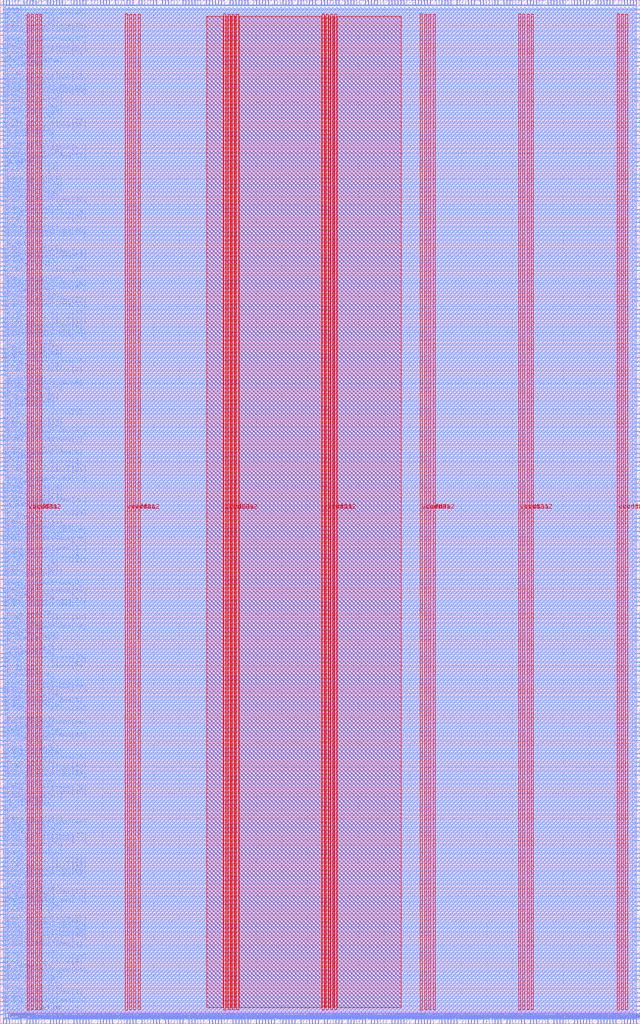
<source format=lef>
VERSION 5.7 ;
  NOWIREEXTENSIONATPIN ON ;
  DIVIDERCHAR "/" ;
  BUSBITCHARS "[]" ;
MACRO openram_testchip
  CLASS BLOCK ;
  FOREIGN openram_testchip ;
  ORIGIN 0.000 0.000 ;
  SIZE 500.000 BY 800.000 ;
  PIN gpio_clk
    DIRECTION INPUT ;
    USE SIGNAL ;
    PORT
      LAYER met2 ;
        RECT 207.090 796.000 207.370 800.000 ;
    END
  END gpio_clk
  PIN gpio_data
    DIRECTION OUTPUT TRISTATE ;
    USE SIGNAL ;
    PORT
      LAYER met3 ;
        RECT 0.000 163.240 4.000 163.840 ;
    END
  END gpio_data
  PIN gpio_packet
    DIRECTION INPUT ;
    USE SIGNAL ;
    PORT
      LAYER met2 ;
        RECT 469.290 796.000 469.570 800.000 ;
    END
  END gpio_packet
  PIN in_select
    DIRECTION INPUT ;
    USE SIGNAL ;
    PORT
      LAYER met3 ;
        RECT 0.000 272.040 4.000 272.640 ;
    END
  END in_select
  PIN la_clk
    DIRECTION INPUT ;
    USE SIGNAL ;
    PORT
      LAYER met3 ;
        RECT 496.000 397.840 500.000 398.440 ;
    END
  END la_clk
  PIN la_data[0]
    DIRECTION OUTPUT TRISTATE ;
    USE SIGNAL ;
    PORT
      LAYER met2 ;
        RECT 443.990 0.000 444.270 4.000 ;
    END
  END la_data[0]
  PIN la_data[10]
    DIRECTION OUTPUT TRISTATE ;
    USE SIGNAL ;
    PORT
      LAYER met2 ;
        RECT 299.090 796.000 299.370 800.000 ;
    END
  END la_data[10]
  PIN la_data[11]
    DIRECTION OUTPUT TRISTATE ;
    USE SIGNAL ;
    PORT
      LAYER met2 ;
        RECT 98.990 0.000 99.270 4.000 ;
    END
  END la_data[11]
  PIN la_data[12]
    DIRECTION OUTPUT TRISTATE ;
    USE SIGNAL ;
    PORT
      LAYER met2 ;
        RECT 338.190 0.000 338.470 4.000 ;
    END
  END la_data[12]
  PIN la_data[13]
    DIRECTION OUTPUT TRISTATE ;
    USE SIGNAL ;
    PORT
      LAYER met2 ;
        RECT 66.790 796.000 67.070 800.000 ;
    END
  END la_data[13]
  PIN la_data[14]
    DIRECTION OUTPUT TRISTATE ;
    USE SIGNAL ;
    PORT
      LAYER met3 ;
        RECT 496.000 173.440 500.000 174.040 ;
    END
  END la_data[14]
  PIN la_data[15]
    DIRECTION OUTPUT TRISTATE ;
    USE SIGNAL ;
    PORT
      LAYER met3 ;
        RECT 0.000 391.040 4.000 391.640 ;
    END
  END la_data[15]
  PIN la_data[16]
    DIRECTION OUTPUT TRISTATE ;
    USE SIGNAL ;
    PORT
      LAYER met2 ;
        RECT 476.190 796.000 476.470 800.000 ;
    END
  END la_data[16]
  PIN la_data[17]
    DIRECTION OUTPUT TRISTATE ;
    USE SIGNAL ;
    PORT
      LAYER met2 ;
        RECT 140.390 0.000 140.670 4.000 ;
    END
  END la_data[17]
  PIN la_data[18]
    DIRECTION OUTPUT TRISTATE ;
    USE SIGNAL ;
    PORT
      LAYER met2 ;
        RECT 391.090 0.000 391.370 4.000 ;
    END
  END la_data[18]
  PIN la_data[19]
    DIRECTION OUTPUT TRISTATE ;
    USE SIGNAL ;
    PORT
      LAYER met3 ;
        RECT 496.000 758.240 500.000 758.840 ;
    END
  END la_data[19]
  PIN la_data[1]
    DIRECTION OUTPUT TRISTATE ;
    USE SIGNAL ;
    PORT
      LAYER met2 ;
        RECT 416.390 0.000 416.670 4.000 ;
    END
  END la_data[1]
  PIN la_data[20]
    DIRECTION OUTPUT TRISTATE ;
    USE SIGNAL ;
    PORT
      LAYER met2 ;
        RECT 441.690 796.000 441.970 800.000 ;
    END
  END la_data[20]
  PIN la_data[21]
    DIRECTION OUTPUT TRISTATE ;
    USE SIGNAL ;
    PORT
      LAYER met3 ;
        RECT 496.000 748.040 500.000 748.640 ;
    END
  END la_data[21]
  PIN la_data[22]
    DIRECTION OUTPUT TRISTATE ;
    USE SIGNAL ;
    PORT
      LAYER met3 ;
        RECT 0.000 744.640 4.000 745.240 ;
    END
  END la_data[22]
  PIN la_data[23]
    DIRECTION OUTPUT TRISTATE ;
    USE SIGNAL ;
    PORT
      LAYER met3 ;
        RECT 496.000 329.840 500.000 330.440 ;
    END
  END la_data[23]
  PIN la_data[24]
    DIRECTION OUTPUT TRISTATE ;
    USE SIGNAL ;
    PORT
      LAYER met2 ;
        RECT 2.390 796.000 2.670 800.000 ;
    END
  END la_data[24]
  PIN la_data[25]
    DIRECTION OUTPUT TRISTATE ;
    USE SIGNAL ;
    PORT
      LAYER met3 ;
        RECT 496.000 469.240 500.000 469.840 ;
    END
  END la_data[25]
  PIN la_data[26]
    DIRECTION OUTPUT TRISTATE ;
    USE SIGNAL ;
    PORT
      LAYER met2 ;
        RECT 257.690 0.000 257.970 4.000 ;
    END
  END la_data[26]
  PIN la_data[27]
    DIRECTION OUTPUT TRISTATE ;
    USE SIGNAL ;
    PORT
      LAYER met3 ;
        RECT 0.000 669.840 4.000 670.440 ;
    END
  END la_data[27]
  PIN la_data[28]
    DIRECTION OUTPUT TRISTATE ;
    USE SIGNAL ;
    PORT
      LAYER met3 ;
        RECT 496.000 482.840 500.000 483.440 ;
    END
  END la_data[28]
  PIN la_data[29]
    DIRECTION OUTPUT TRISTATE ;
    USE SIGNAL ;
    PORT
      LAYER met3 ;
        RECT 0.000 418.240 4.000 418.840 ;
    END
  END la_data[29]
  PIN la_data[2]
    DIRECTION OUTPUT TRISTATE ;
    USE SIGNAL ;
    PORT
      LAYER met3 ;
        RECT 0.000 438.640 4.000 439.240 ;
    END
  END la_data[2]
  PIN la_data[30]
    DIRECTION OUTPUT TRISTATE ;
    USE SIGNAL ;
    PORT
      LAYER met3 ;
        RECT 496.000 496.440 500.000 497.040 ;
    END
  END la_data[30]
  PIN la_data[31]
    DIRECTION OUTPUT TRISTATE ;
    USE SIGNAL ;
    PORT
      LAYER met2 ;
        RECT 450.890 0.000 451.170 4.000 ;
    END
  END la_data[31]
  PIN la_data[32]
    DIRECTION OUTPUT TRISTATE ;
    USE SIGNAL ;
    PORT
      LAYER met3 ;
        RECT 0.000 751.440 4.000 752.040 ;
    END
  END la_data[32]
  PIN la_data[33]
    DIRECTION OUTPUT TRISTATE ;
    USE SIGNAL ;
    PORT
      LAYER met3 ;
        RECT 496.000 554.240 500.000 554.840 ;
    END
  END la_data[33]
  PIN la_data[34]
    DIRECTION OUTPUT TRISTATE ;
    USE SIGNAL ;
    PORT
      LAYER met2 ;
        RECT 471.590 0.000 471.870 4.000 ;
    END
  END la_data[34]
  PIN la_data[35]
    DIRECTION OUTPUT TRISTATE ;
    USE SIGNAL ;
    PORT
      LAYER met2 ;
        RECT 381.890 796.000 382.170 800.000 ;
    END
  END la_data[35]
  PIN la_data[36]
    DIRECTION OUTPUT TRISTATE ;
    USE SIGNAL ;
    PORT
      LAYER met2 ;
        RECT 167.990 796.000 168.270 800.000 ;
    END
  END la_data[36]
  PIN la_data[37]
    DIRECTION OUTPUT TRISTATE ;
    USE SIGNAL ;
    PORT
      LAYER met2 ;
        RECT 131.190 796.000 131.470 800.000 ;
    END
  END la_data[37]
  PIN la_data[38]
    DIRECTION OUTPUT TRISTATE ;
    USE SIGNAL ;
    PORT
      LAYER met2 ;
        RECT 71.390 796.000 71.670 800.000 ;
    END
  END la_data[38]
  PIN la_data[39]
    DIRECTION OUTPUT TRISTATE ;
    USE SIGNAL ;
    PORT
      LAYER met3 ;
        RECT 496.000 299.240 500.000 299.840 ;
    END
  END la_data[39]
  PIN la_data[3]
    DIRECTION OUTPUT TRISTATE ;
    USE SIGNAL ;
    PORT
      LAYER met2 ;
        RECT 165.690 0.000 165.970 4.000 ;
    END
  END la_data[3]
  PIN la_data[40]
    DIRECTION OUTPUT TRISTATE ;
    USE SIGNAL ;
    PORT
      LAYER met3 ;
        RECT 496.000 10.240 500.000 10.840 ;
    END
  END la_data[40]
  PIN la_data[41]
    DIRECTION OUTPUT TRISTATE ;
    USE SIGNAL ;
    PORT
      LAYER met2 ;
        RECT 335.890 796.000 336.170 800.000 ;
    END
  END la_data[41]
  PIN la_data[42]
    DIRECTION OUTPUT TRISTATE ;
    USE SIGNAL ;
    PORT
      LAYER met2 ;
        RECT 368.090 0.000 368.370 4.000 ;
    END
  END la_data[42]
  PIN la_data[43]
    DIRECTION OUTPUT TRISTATE ;
    USE SIGNAL ;
    PORT
      LAYER met2 ;
        RECT 487.690 796.000 487.970 800.000 ;
    END
  END la_data[43]
  PIN la_data[44]
    DIRECTION OUTPUT TRISTATE ;
    USE SIGNAL ;
    PORT
      LAYER met3 ;
        RECT 496.000 788.840 500.000 789.440 ;
    END
  END la_data[44]
  PIN la_data[45]
    DIRECTION OUTPUT TRISTATE ;
    USE SIGNAL ;
    PORT
      LAYER met3 ;
        RECT 496.000 319.640 500.000 320.240 ;
    END
  END la_data[45]
  PIN la_data[46]
    DIRECTION OUTPUT TRISTATE ;
    USE SIGNAL ;
    PORT
      LAYER met2 ;
        RECT 466.990 0.000 467.270 4.000 ;
    END
  END la_data[46]
  PIN la_data[47]
    DIRECTION OUTPUT TRISTATE ;
    USE SIGNAL ;
    PORT
      LAYER met3 ;
        RECT 496.000 44.240 500.000 44.840 ;
    END
  END la_data[47]
  PIN la_data[48]
    DIRECTION OUTPUT TRISTATE ;
    USE SIGNAL ;
    PORT
      LAYER met2 ;
        RECT 133.490 0.000 133.770 4.000 ;
    END
  END la_data[48]
  PIN la_data[49]
    DIRECTION OUTPUT TRISTATE ;
    USE SIGNAL ;
    PORT
      LAYER met2 ;
        RECT 324.390 796.000 324.670 800.000 ;
    END
  END la_data[49]
  PIN la_data[4]
    DIRECTION OUTPUT TRISTATE ;
    USE SIGNAL ;
    PORT
      LAYER met3 ;
        RECT 0.000 761.640 4.000 762.240 ;
    END
  END la_data[4]
  PIN la_data[50]
    DIRECTION OUTPUT TRISTATE ;
    USE SIGNAL ;
    PORT
      LAYER met3 ;
        RECT 0.000 605.240 4.000 605.840 ;
    END
  END la_data[50]
  PIN la_data[51]
    DIRECTION OUTPUT TRISTATE ;
    USE SIGNAL ;
    PORT
      LAYER met3 ;
        RECT 496.000 272.040 500.000 272.640 ;
    END
  END la_data[51]
  PIN la_data[52]
    DIRECTION OUTPUT TRISTATE ;
    USE SIGNAL ;
    PORT
      LAYER met3 ;
        RECT 496.000 754.840 500.000 755.440 ;
    END
  END la_data[52]
  PIN la_data[53]
    DIRECTION OUTPUT TRISTATE ;
    USE SIGNAL ;
    PORT
      LAYER met2 ;
        RECT 301.390 0.000 301.670 4.000 ;
    END
  END la_data[53]
  PIN la_data[54]
    DIRECTION OUTPUT TRISTATE ;
    USE SIGNAL ;
    PORT
      LAYER met2 ;
        RECT 234.690 796.000 234.970 800.000 ;
    END
  END la_data[54]
  PIN la_data[55]
    DIRECTION OUTPUT TRISTATE ;
    USE SIGNAL ;
    PORT
      LAYER met3 ;
        RECT 496.000 567.840 500.000 568.440 ;
    END
  END la_data[55]
  PIN la_data[56]
    DIRECTION OUTPUT TRISTATE ;
    USE SIGNAL ;
    PORT
      LAYER met3 ;
        RECT 496.000 377.440 500.000 378.040 ;
    END
  END la_data[56]
  PIN la_data[57]
    DIRECTION OUTPUT TRISTATE ;
    USE SIGNAL ;
    PORT
      LAYER met3 ;
        RECT 496.000 278.840 500.000 279.440 ;
    END
  END la_data[57]
  PIN la_data[58]
    DIRECTION OUTPUT TRISTATE ;
    USE SIGNAL ;
    PORT
      LAYER met2 ;
        RECT 259.990 796.000 260.270 800.000 ;
    END
  END la_data[58]
  PIN la_data[59]
    DIRECTION OUTPUT TRISTATE ;
    USE SIGNAL ;
    PORT
      LAYER met3 ;
        RECT 0.000 499.840 4.000 500.440 ;
    END
  END la_data[59]
  PIN la_data[5]
    DIRECTION OUTPUT TRISTATE ;
    USE SIGNAL ;
    PORT
      LAYER met2 ;
        RECT 400.290 796.000 400.570 800.000 ;
    END
  END la_data[5]
  PIN la_data[60]
    DIRECTION OUTPUT TRISTATE ;
    USE SIGNAL ;
    PORT
      LAYER met3 ;
        RECT 0.000 170.040 4.000 170.640 ;
    END
  END la_data[60]
  PIN la_data[61]
    DIRECTION OUTPUT TRISTATE ;
    USE SIGNAL ;
    PORT
      LAYER met2 ;
        RECT 319.790 0.000 320.070 4.000 ;
    END
  END la_data[61]
  PIN la_data[62]
    DIRECTION OUTPUT TRISTATE ;
    USE SIGNAL ;
    PORT
      LAYER met3 ;
        RECT 0.000 105.440 4.000 106.040 ;
    END
  END la_data[62]
  PIN la_data[63]
    DIRECTION OUTPUT TRISTATE ;
    USE SIGNAL ;
    PORT
      LAYER met2 ;
        RECT 85.190 0.000 85.470 4.000 ;
    END
  END la_data[63]
  PIN la_data[6]
    DIRECTION OUTPUT TRISTATE ;
    USE SIGNAL ;
    PORT
      LAYER met3 ;
        RECT 496.000 255.040 500.000 255.640 ;
    END
  END la_data[6]
  PIN la_data[7]
    DIRECTION OUTPUT TRISTATE ;
    USE SIGNAL ;
    PORT
      LAYER met3 ;
        RECT 0.000 622.240 4.000 622.840 ;
    END
  END la_data[7]
  PIN la_data[8]
    DIRECTION OUTPUT TRISTATE ;
    USE SIGNAL ;
    PORT
      LAYER met3 ;
        RECT 0.000 336.640 4.000 337.240 ;
    END
  END la_data[8]
  PIN la_data[9]
    DIRECTION OUTPUT TRISTATE ;
    USE SIGNAL ;
    PORT
      LAYER met3 ;
        RECT 0.000 302.640 4.000 303.240 ;
    END
  END la_data[9]
  PIN la_packet[0]
    DIRECTION INPUT ;
    USE SIGNAL ;
    PORT
      LAYER met3 ;
        RECT 496.000 248.240 500.000 248.840 ;
    END
  END la_packet[0]
  PIN la_packet[10]
    DIRECTION INPUT ;
    USE SIGNAL ;
    PORT
      LAYER met3 ;
        RECT 0.000 95.240 4.000 95.840 ;
    END
  END la_packet[10]
  PIN la_packet[11]
    DIRECTION INPUT ;
    USE SIGNAL ;
    PORT
      LAYER met2 ;
        RECT 361.190 796.000 361.470 800.000 ;
    END
  END la_packet[11]
  PIN la_packet[12]
    DIRECTION INPUT ;
    USE SIGNAL ;
    PORT
      LAYER met3 ;
        RECT 496.000 459.040 500.000 459.640 ;
    END
  END la_packet[12]
  PIN la_packet[13]
    DIRECTION INPUT ;
    USE SIGNAL ;
    PORT
      LAYER met2 ;
        RECT 317.490 0.000 317.770 4.000 ;
    END
  END la_packet[13]
  PIN la_packet[14]
    DIRECTION INPUT ;
    USE SIGNAL ;
    PORT
      LAYER met3 ;
        RECT 496.000 81.640 500.000 82.240 ;
    END
  END la_packet[14]
  PIN la_packet[15]
    DIRECTION INPUT ;
    USE SIGNAL ;
    PORT
      LAYER met3 ;
        RECT 496.000 574.640 500.000 575.240 ;
    END
  END la_packet[15]
  PIN la_packet[16]
    DIRECTION INPUT ;
    USE SIGNAL ;
    PORT
      LAYER met2 ;
        RECT 462.390 0.000 462.670 4.000 ;
    END
  END la_packet[16]
  PIN la_packet[17]
    DIRECTION INPUT ;
    USE SIGNAL ;
    PORT
      LAYER met3 ;
        RECT 496.000 187.040 500.000 187.640 ;
    END
  END la_packet[17]
  PIN la_packet[18]
    DIRECTION INPUT ;
    USE SIGNAL ;
    PORT
      LAYER met2 ;
        RECT 365.790 0.000 366.070 4.000 ;
    END
  END la_packet[18]
  PIN la_packet[19]
    DIRECTION INPUT ;
    USE SIGNAL ;
    PORT
      LAYER met3 ;
        RECT 496.000 306.040 500.000 306.640 ;
    END
  END la_packet[19]
  PIN la_packet[1]
    DIRECTION INPUT ;
    USE SIGNAL ;
    PORT
      LAYER met2 ;
        RECT 483.090 796.000 483.370 800.000 ;
    END
  END la_packet[1]
  PIN la_packet[20]
    DIRECTION INPUT ;
    USE SIGNAL ;
    PORT
      LAYER met2 ;
        RECT 434.790 0.000 435.070 4.000 ;
    END
  END la_packet[20]
  PIN la_packet[21]
    DIRECTION INPUT ;
    USE SIGNAL ;
    PORT
      LAYER met3 ;
        RECT 0.000 234.640 4.000 235.240 ;
    END
  END la_packet[21]
  PIN la_packet[22]
    DIRECTION INPUT ;
    USE SIGNAL ;
    PORT
      LAYER met3 ;
        RECT 496.000 88.440 500.000 89.040 ;
    END
  END la_packet[22]
  PIN la_packet[23]
    DIRECTION INPUT ;
    USE SIGNAL ;
    PORT
      LAYER met2 ;
        RECT 174.890 796.000 175.170 800.000 ;
    END
  END la_packet[23]
  PIN la_packet[24]
    DIRECTION INPUT ;
    USE SIGNAL ;
    PORT
      LAYER met3 ;
        RECT 0.000 183.640 4.000 184.240 ;
    END
  END la_packet[24]
  PIN la_packet[25]
    DIRECTION INPUT ;
    USE SIGNAL ;
    PORT
      LAYER met2 ;
        RECT 13.890 0.000 14.170 4.000 ;
    END
  END la_packet[25]
  PIN la_packet[26]
    DIRECTION INPUT ;
    USE SIGNAL ;
    PORT
      LAYER met2 ;
        RECT 296.790 796.000 297.070 800.000 ;
    END
  END la_packet[26]
  PIN la_packet[27]
    DIRECTION INPUT ;
    USE SIGNAL ;
    PORT
      LAYER met3 ;
        RECT 0.000 690.240 4.000 690.840 ;
    END
  END la_packet[27]
  PIN la_packet[28]
    DIRECTION INPUT ;
    USE SIGNAL ;
    PORT
      LAYER met2 ;
        RECT 13.890 796.000 14.170 800.000 ;
    END
  END la_packet[28]
  PIN la_packet[29]
    DIRECTION INPUT ;
    USE SIGNAL ;
    PORT
      LAYER met2 ;
        RECT 112.790 796.000 113.070 800.000 ;
    END
  END la_packet[29]
  PIN la_packet[2]
    DIRECTION INPUT ;
    USE SIGNAL ;
    PORT
      LAYER met3 ;
        RECT 496.000 302.640 500.000 303.240 ;
    END
  END la_packet[2]
  PIN la_packet[30]
    DIRECTION INPUT ;
    USE SIGNAL ;
    PORT
      LAYER met3 ;
        RECT 0.000 285.640 4.000 286.240 ;
    END
  END la_packet[30]
  PIN la_packet[31]
    DIRECTION INPUT ;
    USE SIGNAL ;
    PORT
      LAYER met3 ;
        RECT 496.000 204.040 500.000 204.640 ;
    END
  END la_packet[31]
  PIN la_packet[32]
    DIRECTION INPUT ;
    USE SIGNAL ;
    PORT
      LAYER met2 ;
        RECT 494.590 0.000 494.870 4.000 ;
    END
  END la_packet[32]
  PIN la_packet[33]
    DIRECTION INPUT ;
    USE SIGNAL ;
    PORT
      LAYER met2 ;
        RECT 149.590 0.000 149.870 4.000 ;
    END
  END la_packet[33]
  PIN la_packet[34]
    DIRECTION INPUT ;
    USE SIGNAL ;
    PORT
      LAYER met3 ;
        RECT 496.000 632.440 500.000 633.040 ;
    END
  END la_packet[34]
  PIN la_packet[35]
    DIRECTION INPUT ;
    USE SIGNAL ;
    PORT
      LAYER met3 ;
        RECT 0.000 482.840 4.000 483.440 ;
    END
  END la_packet[35]
  PIN la_packet[36]
    DIRECTION INPUT ;
    USE SIGNAL ;
    PORT
      LAYER met3 ;
        RECT 0.000 268.640 4.000 269.240 ;
    END
  END la_packet[36]
  PIN la_packet[37]
    DIRECTION INPUT ;
    USE SIGNAL ;
    PORT
      LAYER met3 ;
        RECT 0.000 479.440 4.000 480.040 ;
    END
  END la_packet[37]
  PIN la_packet[38]
    DIRECTION INPUT ;
    USE SIGNAL ;
    PORT
      LAYER met3 ;
        RECT 496.000 20.440 500.000 21.040 ;
    END
  END la_packet[38]
  PIN la_packet[39]
    DIRECTION INPUT ;
    USE SIGNAL ;
    PORT
      LAYER met2 ;
        RECT 216.290 796.000 216.570 800.000 ;
    END
  END la_packet[39]
  PIN la_packet[3]
    DIRECTION INPUT ;
    USE SIGNAL ;
    PORT
      LAYER met3 ;
        RECT 0.000 489.640 4.000 490.240 ;
    END
  END la_packet[3]
  PIN la_packet[40]
    DIRECTION INPUT ;
    USE SIGNAL ;
    PORT
      LAYER met2 ;
        RECT 163.390 796.000 163.670 800.000 ;
    END
  END la_packet[40]
  PIN la_packet[41]
    DIRECTION INPUT ;
    USE SIGNAL ;
    PORT
      LAYER met2 ;
        RECT 423.290 796.000 423.570 800.000 ;
    END
  END la_packet[41]
  PIN la_packet[42]
    DIRECTION INPUT ;
    USE SIGNAL ;
    PORT
      LAYER met3 ;
        RECT 496.000 17.040 500.000 17.640 ;
    END
  END la_packet[42]
  PIN la_packet[43]
    DIRECTION INPUT ;
    USE SIGNAL ;
    PORT
      LAYER met2 ;
        RECT 174.890 0.000 175.170 4.000 ;
    END
  END la_packet[43]
  PIN la_packet[44]
    DIRECTION INPUT ;
    USE SIGNAL ;
    PORT
      LAYER met2 ;
        RECT 299.090 0.000 299.370 4.000 ;
    END
  END la_packet[44]
  PIN la_packet[45]
    DIRECTION INPUT ;
    USE SIGNAL ;
    PORT
      LAYER met3 ;
        RECT 496.000 547.440 500.000 548.040 ;
    END
  END la_packet[45]
  PIN la_packet[46]
    DIRECTION INPUT ;
    USE SIGNAL ;
    PORT
      LAYER met2 ;
        RECT 292.190 0.000 292.470 4.000 ;
    END
  END la_packet[46]
  PIN la_packet[47]
    DIRECTION INPUT ;
    USE SIGNAL ;
    PORT
      LAYER met3 ;
        RECT 496.000 595.040 500.000 595.640 ;
    END
  END la_packet[47]
  PIN la_packet[48]
    DIRECTION INPUT ;
    USE SIGNAL ;
    PORT
      LAYER met3 ;
        RECT 0.000 527.040 4.000 527.640 ;
    END
  END la_packet[48]
  PIN la_packet[49]
    DIRECTION INPUT ;
    USE SIGNAL ;
    PORT
      LAYER met3 ;
        RECT 496.000 486.240 500.000 486.840 ;
    END
  END la_packet[49]
  PIN la_packet[4]
    DIRECTION INPUT ;
    USE SIGNAL ;
    PORT
      LAYER met2 ;
        RECT 223.190 796.000 223.470 800.000 ;
    END
  END la_packet[4]
  PIN la_packet[50]
    DIRECTION INPUT ;
    USE SIGNAL ;
    PORT
      LAYER met3 ;
        RECT 0.000 217.640 4.000 218.240 ;
    END
  END la_packet[50]
  PIN la_packet[51]
    DIRECTION INPUT ;
    USE SIGNAL ;
    PORT
      LAYER met2 ;
        RECT 4.690 0.000 4.970 4.000 ;
    END
  END la_packet[51]
  PIN la_packet[52]
    DIRECTION INPUT ;
    USE SIGNAL ;
    PORT
      LAYER met2 ;
        RECT 149.590 796.000 149.870 800.000 ;
    END
  END la_packet[52]
  PIN la_packet[53]
    DIRECTION INPUT ;
    USE SIGNAL ;
    PORT
      LAYER met2 ;
        RECT 172.590 0.000 172.870 4.000 ;
    END
  END la_packet[53]
  PIN la_packet[54]
    DIRECTION INPUT ;
    USE SIGNAL ;
    PORT
      LAYER met3 ;
        RECT 0.000 200.640 4.000 201.240 ;
    END
  END la_packet[54]
  PIN la_packet[55]
    DIRECTION INPUT ;
    USE SIGNAL ;
    PORT
      LAYER met2 ;
        RECT 476.190 0.000 476.470 4.000 ;
    END
  END la_packet[55]
  PIN la_packet[56]
    DIRECTION INPUT ;
    USE SIGNAL ;
    PORT
      LAYER met3 ;
        RECT 496.000 166.640 500.000 167.240 ;
    END
  END la_packet[56]
  PIN la_packet[57]
    DIRECTION INPUT ;
    USE SIGNAL ;
    PORT
      LAYER met2 ;
        RECT 75.990 0.000 76.270 4.000 ;
    END
  END la_packet[57]
  PIN la_packet[58]
    DIRECTION INPUT ;
    USE SIGNAL ;
    PORT
      LAYER met3 ;
        RECT 0.000 329.840 4.000 330.440 ;
    END
  END la_packet[58]
  PIN la_packet[59]
    DIRECTION INPUT ;
    USE SIGNAL ;
    PORT
      LAYER met3 ;
        RECT 496.000 785.440 500.000 786.040 ;
    END
  END la_packet[59]
  PIN la_packet[5]
    DIRECTION INPUT ;
    USE SIGNAL ;
    PORT
      LAYER met3 ;
        RECT 0.000 455.640 4.000 456.240 ;
    END
  END la_packet[5]
  PIN la_packet[60]
    DIRECTION INPUT ;
    USE SIGNAL ;
    PORT
      LAYER met3 ;
        RECT 496.000 176.840 500.000 177.440 ;
    END
  END la_packet[60]
  PIN la_packet[61]
    DIRECTION INPUT ;
    USE SIGNAL ;
    PORT
      LAYER met2 ;
        RECT 232.390 796.000 232.670 800.000 ;
    END
  END la_packet[61]
  PIN la_packet[62]
    DIRECTION INPUT ;
    USE SIGNAL ;
    PORT
      LAYER met2 ;
        RECT 236.990 796.000 237.270 800.000 ;
    END
  END la_packet[62]
  PIN la_packet[63]
    DIRECTION INPUT ;
    USE SIGNAL ;
    PORT
      LAYER met2 ;
        RECT 455.490 796.000 455.770 800.000 ;
    END
  END la_packet[63]
  PIN la_packet[64]
    DIRECTION INPUT ;
    USE SIGNAL ;
    PORT
      LAYER met3 ;
        RECT 0.000 693.640 4.000 694.240 ;
    END
  END la_packet[64]
  PIN la_packet[65]
    DIRECTION INPUT ;
    USE SIGNAL ;
    PORT
      LAYER met3 ;
        RECT 0.000 166.640 4.000 167.240 ;
    END
  END la_packet[65]
  PIN la_packet[66]
    DIRECTION INPUT ;
    USE SIGNAL ;
    PORT
      LAYER met2 ;
        RECT 204.790 796.000 205.070 800.000 ;
    END
  END la_packet[66]
  PIN la_packet[67]
    DIRECTION INPUT ;
    USE SIGNAL ;
    PORT
      LAYER met2 ;
        RECT 361.190 0.000 361.470 4.000 ;
    END
  END la_packet[67]
  PIN la_packet[68]
    DIRECTION INPUT ;
    USE SIGNAL ;
    PORT
      LAYER met3 ;
        RECT 496.000 227.840 500.000 228.440 ;
    END
  END la_packet[68]
  PIN la_packet[69]
    DIRECTION INPUT ;
    USE SIGNAL ;
    PORT
      LAYER met2 ;
        RECT 227.790 796.000 228.070 800.000 ;
    END
  END la_packet[69]
  PIN la_packet[6]
    DIRECTION INPUT ;
    USE SIGNAL ;
    PORT
      LAYER met3 ;
        RECT 496.000 724.240 500.000 724.840 ;
    END
  END la_packet[6]
  PIN la_packet[70]
    DIRECTION INPUT ;
    USE SIGNAL ;
    PORT
      LAYER met2 ;
        RECT 167.990 0.000 168.270 4.000 ;
    END
  END la_packet[70]
  PIN la_packet[71]
    DIRECTION INPUT ;
    USE SIGNAL ;
    PORT
      LAYER met3 ;
        RECT 0.000 567.840 4.000 568.440 ;
    END
  END la_packet[71]
  PIN la_packet[72]
    DIRECTION INPUT ;
    USE SIGNAL ;
    PORT
      LAYER met2 ;
        RECT 48.390 796.000 48.670 800.000 ;
    END
  END la_packet[72]
  PIN la_packet[73]
    DIRECTION INPUT ;
    USE SIGNAL ;
    PORT
      LAYER met2 ;
        RECT 439.390 0.000 439.670 4.000 ;
    END
  END la_packet[73]
  PIN la_packet[74]
    DIRECTION INPUT ;
    USE SIGNAL ;
    PORT
      LAYER met3 ;
        RECT 0.000 295.840 4.000 296.440 ;
    END
  END la_packet[74]
  PIN la_packet[75]
    DIRECTION INPUT ;
    USE SIGNAL ;
    PORT
      LAYER met2 ;
        RECT 59.890 796.000 60.170 800.000 ;
    END
  END la_packet[75]
  PIN la_packet[76]
    DIRECTION INPUT ;
    USE SIGNAL ;
    PORT
      LAYER met2 ;
        RECT 43.790 796.000 44.070 800.000 ;
    END
  END la_packet[76]
  PIN la_packet[77]
    DIRECTION INPUT ;
    USE SIGNAL ;
    PORT
      LAYER met2 ;
        RECT 133.490 796.000 133.770 800.000 ;
    END
  END la_packet[77]
  PIN la_packet[78]
    DIRECTION INPUT ;
    USE SIGNAL ;
    PORT
      LAYER met3 ;
        RECT 0.000 703.840 4.000 704.440 ;
    END
  END la_packet[78]
  PIN la_packet[79]
    DIRECTION INPUT ;
    USE SIGNAL ;
    PORT
      LAYER met3 ;
        RECT 0.000 316.240 4.000 316.840 ;
    END
  END la_packet[79]
  PIN la_packet[7]
    DIRECTION INPUT ;
    USE SIGNAL ;
    PORT
      LAYER met3 ;
        RECT 0.000 40.840 4.000 41.440 ;
    END
  END la_packet[7]
  PIN la_packet[80]
    DIRECTION INPUT ;
    USE SIGNAL ;
    PORT
      LAYER met3 ;
        RECT 496.000 241.440 500.000 242.040 ;
    END
  END la_packet[80]
  PIN la_packet[81]
    DIRECTION INPUT ;
    USE SIGNAL ;
    PORT
      LAYER met2 ;
        RECT 41.490 796.000 41.770 800.000 ;
    END
  END la_packet[81]
  PIN la_packet[82]
    DIRECTION INPUT ;
    USE SIGNAL ;
    PORT
      LAYER met3 ;
        RECT 0.000 683.440 4.000 684.040 ;
    END
  END la_packet[82]
  PIN la_packet[83]
    DIRECTION INPUT ;
    USE SIGNAL ;
    PORT
      LAYER met3 ;
        RECT 0.000 401.240 4.000 401.840 ;
    END
  END la_packet[83]
  PIN la_packet[84]
    DIRECTION INPUT ;
    USE SIGNAL ;
    PORT
      LAYER met3 ;
        RECT 0.000 227.840 4.000 228.440 ;
    END
  END la_packet[84]
  PIN la_packet[85]
    DIRECTION INPUT ;
    USE SIGNAL ;
    PORT
      LAYER met2 ;
        RECT 2.390 0.000 2.670 4.000 ;
    END
  END la_packet[85]
  PIN la_packet[8]
    DIRECTION INPUT ;
    USE SIGNAL ;
    PORT
      LAYER met3 ;
        RECT 0.000 588.240 4.000 588.840 ;
    END
  END la_packet[8]
  PIN la_packet[9]
    DIRECTION INPUT ;
    USE SIGNAL ;
    PORT
      LAYER met2 ;
        RECT 62.190 0.000 62.470 4.000 ;
    END
  END la_packet[9]
  PIN reset
    DIRECTION INPUT ;
    USE SIGNAL ;
    PORT
      LAYER met3 ;
        RECT 0.000 788.840 4.000 789.440 ;
    END
  END reset
  PIN sram0_connections[0]
    DIRECTION OUTPUT TRISTATE ;
    USE SIGNAL ;
    PORT
      LAYER met3 ;
        RECT 0.000 360.440 4.000 361.040 ;
    END
  END sram0_connections[0]
  PIN sram0_connections[10]
    DIRECTION OUTPUT TRISTATE ;
    USE SIGNAL ;
    PORT
      LAYER met3 ;
        RECT 0.000 629.040 4.000 629.640 ;
    END
  END sram0_connections[10]
  PIN sram0_connections[11]
    DIRECTION OUTPUT TRISTATE ;
    USE SIGNAL ;
    PORT
      LAYER met3 ;
        RECT 496.000 64.640 500.000 65.240 ;
    END
  END sram0_connections[11]
  PIN sram0_connections[12]
    DIRECTION OUTPUT TRISTATE ;
    USE SIGNAL ;
    PORT
      LAYER met3 ;
        RECT 496.000 119.040 500.000 119.640 ;
    END
  END sram0_connections[12]
  PIN sram0_connections[13]
    DIRECTION OUTPUT TRISTATE ;
    USE SIGNAL ;
    PORT
      LAYER met2 ;
        RECT 427.890 796.000 428.170 800.000 ;
    END
  END sram0_connections[13]
  PIN sram0_connections[14]
    DIRECTION OUTPUT TRISTATE ;
    USE SIGNAL ;
    PORT
      LAYER met2 ;
        RECT 404.890 0.000 405.170 4.000 ;
    END
  END sram0_connections[14]
  PIN sram0_connections[15]
    DIRECTION OUTPUT TRISTATE ;
    USE SIGNAL ;
    PORT
      LAYER met3 ;
        RECT 496.000 207.440 500.000 208.040 ;
    END
  END sram0_connections[15]
  PIN sram0_connections[16]
    DIRECTION OUTPUT TRISTATE ;
    USE SIGNAL ;
    PORT
      LAYER met3 ;
        RECT 0.000 333.240 4.000 333.840 ;
    END
  END sram0_connections[16]
  PIN sram0_connections[17]
    DIRECTION OUTPUT TRISTATE ;
    USE SIGNAL ;
    PORT
      LAYER met2 ;
        RECT 11.590 796.000 11.870 800.000 ;
    END
  END sram0_connections[17]
  PIN sram0_connections[18]
    DIRECTION OUTPUT TRISTATE ;
    USE SIGNAL ;
    PORT
      LAYER met2 ;
        RECT 289.890 0.000 290.170 4.000 ;
    END
  END sram0_connections[18]
  PIN sram0_connections[19]
    DIRECTION OUTPUT TRISTATE ;
    USE SIGNAL ;
    PORT
      LAYER met3 ;
        RECT 0.000 734.440 4.000 735.040 ;
    END
  END sram0_connections[19]
  PIN sram0_connections[1]
    DIRECTION OUTPUT TRISTATE ;
    USE SIGNAL ;
    PORT
      LAYER met2 ;
        RECT 384.190 0.000 384.470 4.000 ;
    END
  END sram0_connections[1]
  PIN sram0_connections[20]
    DIRECTION OUTPUT TRISTATE ;
    USE SIGNAL ;
    PORT
      LAYER met3 ;
        RECT 0.000 180.240 4.000 180.840 ;
    END
  END sram0_connections[20]
  PIN sram0_connections[21]
    DIRECTION OUTPUT TRISTATE ;
    USE SIGNAL ;
    PORT
      LAYER met3 ;
        RECT 0.000 326.440 4.000 327.040 ;
    END
  END sram0_connections[21]
  PIN sram0_connections[22]
    DIRECTION OUTPUT TRISTATE ;
    USE SIGNAL ;
    PORT
      LAYER met3 ;
        RECT 496.000 669.840 500.000 670.440 ;
    END
  END sram0_connections[22]
  PIN sram0_connections[23]
    DIRECTION OUTPUT TRISTATE ;
    USE SIGNAL ;
    PORT
      LAYER met3 ;
        RECT 0.000 98.640 4.000 99.240 ;
    END
  END sram0_connections[23]
  PIN sram0_connections[24]
    DIRECTION OUTPUT TRISTATE ;
    USE SIGNAL ;
    PORT
      LAYER met3 ;
        RECT 0.000 598.440 4.000 599.040 ;
    END
  END sram0_connections[24]
  PIN sram0_connections[25]
    DIRECTION OUTPUT TRISTATE ;
    USE SIGNAL ;
    PORT
      LAYER met2 ;
        RECT 250.790 796.000 251.070 800.000 ;
    END
  END sram0_connections[25]
  PIN sram0_connections[26]
    DIRECTION OUTPUT TRISTATE ;
    USE SIGNAL ;
    PORT
      LAYER met3 ;
        RECT 0.000 68.040 4.000 68.640 ;
    END
  END sram0_connections[26]
  PIN sram0_connections[27]
    DIRECTION OUTPUT TRISTATE ;
    USE SIGNAL ;
    PORT
      LAYER met3 ;
        RECT 0.000 771.840 4.000 772.440 ;
    END
  END sram0_connections[27]
  PIN sram0_connections[28]
    DIRECTION OUTPUT TRISTATE ;
    USE SIGNAL ;
    PORT
      LAYER met2 ;
        RECT 213.990 0.000 214.270 4.000 ;
    END
  END sram0_connections[28]
  PIN sram0_connections[29]
    DIRECTION OUTPUT TRISTATE ;
    USE SIGNAL ;
    PORT
      LAYER met2 ;
        RECT 411.790 796.000 412.070 800.000 ;
    END
  END sram0_connections[29]
  PIN sram0_connections[2]
    DIRECTION OUTPUT TRISTATE ;
    USE SIGNAL ;
    PORT
      LAYER met2 ;
        RECT 197.890 796.000 198.170 800.000 ;
    END
  END sram0_connections[2]
  PIN sram0_connections[30]
    DIRECTION OUTPUT TRISTATE ;
    USE SIGNAL ;
    PORT
      LAYER met2 ;
        RECT 128.890 796.000 129.170 800.000 ;
    END
  END sram0_connections[30]
  PIN sram0_connections[31]
    DIRECTION OUTPUT TRISTATE ;
    USE SIGNAL ;
    PORT
      LAYER met2 ;
        RECT 193.290 0.000 193.570 4.000 ;
    END
  END sram0_connections[31]
  PIN sram0_connections[32]
    DIRECTION OUTPUT TRISTATE ;
    USE SIGNAL ;
    PORT
      LAYER met3 ;
        RECT 496.000 380.840 500.000 381.440 ;
    END
  END sram0_connections[32]
  PIN sram0_connections[33]
    DIRECTION OUTPUT TRISTATE ;
    USE SIGNAL ;
    PORT
      LAYER met2 ;
        RECT 305.990 0.000 306.270 4.000 ;
    END
  END sram0_connections[33]
  PIN sram0_connections[34]
    DIRECTION OUTPUT TRISTATE ;
    USE SIGNAL ;
    PORT
      LAYER met3 ;
        RECT 0.000 112.240 4.000 112.840 ;
    END
  END sram0_connections[34]
  PIN sram0_connections[35]
    DIRECTION OUTPUT TRISTATE ;
    USE SIGNAL ;
    PORT
      LAYER met2 ;
        RECT 333.590 0.000 333.870 4.000 ;
    END
  END sram0_connections[35]
  PIN sram0_connections[36]
    DIRECTION OUTPUT TRISTATE ;
    USE SIGNAL ;
    PORT
      LAYER met3 ;
        RECT 496.000 68.040 500.000 68.640 ;
    END
  END sram0_connections[36]
  PIN sram0_connections[37]
    DIRECTION OUTPUT TRISTATE ;
    USE SIGNAL ;
    PORT
      LAYER met2 ;
        RECT 262.290 796.000 262.570 800.000 ;
    END
  END sram0_connections[37]
  PIN sram0_connections[38]
    DIRECTION OUTPUT TRISTATE ;
    USE SIGNAL ;
    PORT
      LAYER met3 ;
        RECT 496.000 537.240 500.000 537.840 ;
    END
  END sram0_connections[38]
  PIN sram0_connections[39]
    DIRECTION OUTPUT TRISTATE ;
    USE SIGNAL ;
    PORT
      LAYER met3 ;
        RECT 0.000 537.240 4.000 537.840 ;
    END
  END sram0_connections[39]
  PIN sram0_connections[3]
    DIRECTION OUTPUT TRISTATE ;
    USE SIGNAL ;
    PORT
      LAYER met2 ;
        RECT 377.290 0.000 377.570 4.000 ;
    END
  END sram0_connections[3]
  PIN sram0_connections[40]
    DIRECTION OUTPUT TRISTATE ;
    USE SIGNAL ;
    PORT
      LAYER met3 ;
        RECT 0.000 190.440 4.000 191.040 ;
    END
  END sram0_connections[40]
  PIN sram0_connections[41]
    DIRECTION OUTPUT TRISTATE ;
    USE SIGNAL ;
    PORT
      LAYER met2 ;
        RECT 448.590 0.000 448.870 4.000 ;
    END
  END sram0_connections[41]
  PIN sram0_connections[42]
    DIRECTION OUTPUT TRISTATE ;
    USE SIGNAL ;
    PORT
      LAYER met2 ;
        RECT 432.490 796.000 432.770 800.000 ;
    END
  END sram0_connections[42]
  PIN sram0_connections[43]
    DIRECTION OUTPUT TRISTATE ;
    USE SIGNAL ;
    PORT
      LAYER met2 ;
        RECT 460.090 796.000 460.370 800.000 ;
    END
  END sram0_connections[43]
  PIN sram0_connections[44]
    DIRECTION OUTPUT TRISTATE ;
    USE SIGNAL ;
    PORT
      LAYER met2 ;
        RECT 322.090 796.000 322.370 800.000 ;
    END
  END sram0_connections[44]
  PIN sram0_connections[45]
    DIRECTION OUTPUT TRISTATE ;
    USE SIGNAL ;
    PORT
      LAYER met2 ;
        RECT 457.790 796.000 458.070 800.000 ;
    END
  END sram0_connections[45]
  PIN sram0_connections[46]
    DIRECTION OUTPUT TRISTATE ;
    USE SIGNAL ;
    PORT
      LAYER met3 ;
        RECT 0.000 119.040 4.000 119.640 ;
    END
  END sram0_connections[46]
  PIN sram0_connections[47]
    DIRECTION OUTPUT TRISTATE ;
    USE SIGNAL ;
    PORT
      LAYER met2 ;
        RECT 395.690 0.000 395.970 4.000 ;
    END
  END sram0_connections[47]
  PIN sram0_connections[48]
    DIRECTION OUTPUT TRISTATE ;
    USE SIGNAL ;
    PORT
      LAYER met2 ;
        RECT 246.190 0.000 246.470 4.000 ;
    END
  END sram0_connections[48]
  PIN sram0_connections[49]
    DIRECTION OUTPUT TRISTATE ;
    USE SIGNAL ;
    PORT
      LAYER met3 ;
        RECT 0.000 639.240 4.000 639.840 ;
    END
  END sram0_connections[49]
  PIN sram0_connections[4]
    DIRECTION OUTPUT TRISTATE ;
    USE SIGNAL ;
    PORT
      LAYER met3 ;
        RECT 0.000 20.440 4.000 21.040 ;
    END
  END sram0_connections[4]
  PIN sram0_connections[50]
    DIRECTION OUTPUT TRISTATE ;
    USE SIGNAL ;
    PORT
      LAYER met3 ;
        RECT 0.000 231.240 4.000 231.840 ;
    END
  END sram0_connections[50]
  PIN sram0_connections[51]
    DIRECTION OUTPUT TRISTATE ;
    USE SIGNAL ;
    PORT
      LAYER met3 ;
        RECT 0.000 37.440 4.000 38.040 ;
    END
  END sram0_connections[51]
  PIN sram0_connections[52]
    DIRECTION OUTPUT TRISTATE ;
    USE SIGNAL ;
    PORT
      LAYER met2 ;
        RECT 347.390 796.000 347.670 800.000 ;
    END
  END sram0_connections[52]
  PIN sram0_connections[53]
    DIRECTION OUTPUT TRISTATE ;
    USE SIGNAL ;
    PORT
      LAYER met3 ;
        RECT 496.000 700.440 500.000 701.040 ;
    END
  END sram0_connections[53]
  PIN sram0_connections[54]
    DIRECTION OUTPUT TRISTATE ;
    USE SIGNAL ;
    PORT
      LAYER met2 ;
        RECT 9.290 796.000 9.570 800.000 ;
    END
  END sram0_connections[54]
  PIN sram0_connections[55]
    DIRECTION OUTPUT TRISTATE ;
    USE SIGNAL ;
    PORT
      LAYER met3 ;
        RECT 0.000 727.640 4.000 728.240 ;
    END
  END sram0_connections[55]
  PIN sram0_connections[5]
    DIRECTION OUTPUT TRISTATE ;
    USE SIGNAL ;
    PORT
      LAYER met3 ;
        RECT 496.000 435.240 500.000 435.840 ;
    END
  END sram0_connections[5]
  PIN sram0_connections[6]
    DIRECTION OUTPUT TRISTATE ;
    USE SIGNAL ;
    PORT
      LAYER met3 ;
        RECT 496.000 659.640 500.000 660.240 ;
    END
  END sram0_connections[6]
  PIN sram0_connections[7]
    DIRECTION OUTPUT TRISTATE ;
    USE SIGNAL ;
    PORT
      LAYER met2 ;
        RECT 448.590 796.000 448.870 800.000 ;
    END
  END sram0_connections[7]
  PIN sram0_connections[8]
    DIRECTION OUTPUT TRISTATE ;
    USE SIGNAL ;
    PORT
      LAYER met3 ;
        RECT 0.000 496.440 4.000 497.040 ;
    END
  END sram0_connections[8]
  PIN sram0_connections[9]
    DIRECTION OUTPUT TRISTATE ;
    USE SIGNAL ;
    PORT
      LAYER met2 ;
        RECT 312.890 796.000 313.170 800.000 ;
    END
  END sram0_connections[9]
  PIN sram0_ro_in[0]
    DIRECTION INPUT ;
    USE SIGNAL ;
    PORT
      LAYER met3 ;
        RECT 496.000 431.840 500.000 432.440 ;
    END
  END sram0_ro_in[0]
  PIN sram0_ro_in[10]
    DIRECTION INPUT ;
    USE SIGNAL ;
    PORT
      LAYER met3 ;
        RECT 0.000 469.240 4.000 469.840 ;
    END
  END sram0_ro_in[10]
  PIN sram0_ro_in[11]
    DIRECTION INPUT ;
    USE SIGNAL ;
    PORT
      LAYER met3 ;
        RECT 0.000 731.040 4.000 731.640 ;
    END
  END sram0_ro_in[11]
  PIN sram0_ro_in[12]
    DIRECTION INPUT ;
    USE SIGNAL ;
    PORT
      LAYER met2 ;
        RECT 489.990 796.000 490.270 800.000 ;
    END
  END sram0_ro_in[12]
  PIN sram0_ro_in[13]
    DIRECTION INPUT ;
    USE SIGNAL ;
    PORT
      LAYER met2 ;
        RECT 39.190 0.000 39.470 4.000 ;
    END
  END sram0_ro_in[13]
  PIN sram0_ro_in[14]
    DIRECTION INPUT ;
    USE SIGNAL ;
    PORT
      LAYER met3 ;
        RECT 0.000 23.840 4.000 24.440 ;
    END
  END sram0_ro_in[14]
  PIN sram0_ro_in[15]
    DIRECTION INPUT ;
    USE SIGNAL ;
    PORT
      LAYER met2 ;
        RECT 135.790 796.000 136.070 800.000 ;
    END
  END sram0_ro_in[15]
  PIN sram0_ro_in[16]
    DIRECTION INPUT ;
    USE SIGNAL ;
    PORT
      LAYER met2 ;
        RECT 404.890 796.000 405.170 800.000 ;
    END
  END sram0_ro_in[16]
  PIN sram0_ro_in[17]
    DIRECTION INPUT ;
    USE SIGNAL ;
    PORT
      LAYER met3 ;
        RECT 0.000 465.840 4.000 466.440 ;
    END
  END sram0_ro_in[17]
  PIN sram0_ro_in[18]
    DIRECTION INPUT ;
    USE SIGNAL ;
    PORT
      LAYER met3 ;
        RECT 0.000 414.840 4.000 415.440 ;
    END
  END sram0_ro_in[18]
  PIN sram0_ro_in[19]
    DIRECTION INPUT ;
    USE SIGNAL ;
    PORT
      LAYER met2 ;
        RECT 80.590 796.000 80.870 800.000 ;
    END
  END sram0_ro_in[19]
  PIN sram0_ro_in[1]
    DIRECTION INPUT ;
    USE SIGNAL ;
    PORT
      LAYER met3 ;
        RECT 0.000 411.440 4.000 412.040 ;
    END
  END sram0_ro_in[1]
  PIN sram0_ro_in[20]
    DIRECTION INPUT ;
    USE SIGNAL ;
    PORT
      LAYER met2 ;
        RECT 423.290 0.000 423.570 4.000 ;
    END
  END sram0_ro_in[20]
  PIN sram0_ro_in[21]
    DIRECTION INPUT ;
    USE SIGNAL ;
    PORT
      LAYER met3 ;
        RECT 0.000 350.240 4.000 350.840 ;
    END
  END sram0_ro_in[21]
  PIN sram0_ro_in[22]
    DIRECTION INPUT ;
    USE SIGNAL ;
    PORT
      LAYER met3 ;
        RECT 496.000 588.240 500.000 588.840 ;
    END
  END sram0_ro_in[22]
  PIN sram0_ro_in[23]
    DIRECTION INPUT ;
    USE SIGNAL ;
    PORT
      LAYER met2 ;
        RECT 177.190 0.000 177.470 4.000 ;
    END
  END sram0_ro_in[23]
  PIN sram0_ro_in[24]
    DIRECTION INPUT ;
    USE SIGNAL ;
    PORT
      LAYER met3 ;
        RECT 496.000 601.840 500.000 602.440 ;
    END
  END sram0_ro_in[24]
  PIN sram0_ro_in[25]
    DIRECTION INPUT ;
    USE SIGNAL ;
    PORT
      LAYER met2 ;
        RECT 119.690 0.000 119.970 4.000 ;
    END
  END sram0_ro_in[25]
  PIN sram0_ro_in[26]
    DIRECTION INPUT ;
    USE SIGNAL ;
    PORT
      LAYER met2 ;
        RECT 407.190 796.000 407.470 800.000 ;
    END
  END sram0_ro_in[26]
  PIN sram0_ro_in[27]
    DIRECTION INPUT ;
    USE SIGNAL ;
    PORT
      LAYER met2 ;
        RECT 450.890 796.000 451.170 800.000 ;
    END
  END sram0_ro_in[27]
  PIN sram0_ro_in[28]
    DIRECTION INPUT ;
    USE SIGNAL ;
    PORT
      LAYER met3 ;
        RECT 496.000 503.240 500.000 503.840 ;
    END
  END sram0_ro_in[28]
  PIN sram0_ro_in[29]
    DIRECTION INPUT ;
    USE SIGNAL ;
    PORT
      LAYER met3 ;
        RECT 0.000 601.840 4.000 602.440 ;
    END
  END sram0_ro_in[29]
  PIN sram0_ro_in[2]
    DIRECTION INPUT ;
    USE SIGNAL ;
    PORT
      LAYER met2 ;
        RECT 151.890 0.000 152.170 4.000 ;
    END
  END sram0_ro_in[2]
  PIN sram0_ro_in[30]
    DIRECTION INPUT ;
    USE SIGNAL ;
    PORT
      LAYER met3 ;
        RECT 0.000 564.440 4.000 565.040 ;
    END
  END sram0_ro_in[30]
  PIN sram0_ro_in[31]
    DIRECTION INPUT ;
    USE SIGNAL ;
    PORT
      LAYER met2 ;
        RECT 294.490 796.000 294.770 800.000 ;
    END
  END sram0_ro_in[31]
  PIN sram0_ro_in[3]
    DIRECTION INPUT ;
    USE SIGNAL ;
    PORT
      LAYER met2 ;
        RECT 441.690 0.000 441.970 4.000 ;
    END
  END sram0_ro_in[3]
  PIN sram0_ro_in[4]
    DIRECTION INPUT ;
    USE SIGNAL ;
    PORT
      LAYER met3 ;
        RECT 496.000 408.040 500.000 408.640 ;
    END
  END sram0_ro_in[4]
  PIN sram0_ro_in[5]
    DIRECTION INPUT ;
    USE SIGNAL ;
    PORT
      LAYER met3 ;
        RECT 496.000 445.440 500.000 446.040 ;
    END
  END sram0_ro_in[5]
  PIN sram0_ro_in[6]
    DIRECTION INPUT ;
    USE SIGNAL ;
    PORT
      LAYER met3 ;
        RECT 0.000 663.040 4.000 663.640 ;
    END
  END sram0_ro_in[6]
  PIN sram0_ro_in[7]
    DIRECTION INPUT ;
    USE SIGNAL ;
    PORT
      LAYER met3 ;
        RECT 496.000 115.640 500.000 116.240 ;
    END
  END sram0_ro_in[7]
  PIN sram0_ro_in[8]
    DIRECTION INPUT ;
    USE SIGNAL ;
    PORT
      LAYER met3 ;
        RECT 0.000 353.640 4.000 354.240 ;
    END
  END sram0_ro_in[8]
  PIN sram0_ro_in[9]
    DIRECTION INPUT ;
    USE SIGNAL ;
    PORT
      LAYER met2 ;
        RECT 147.290 0.000 147.570 4.000 ;
    END
  END sram0_ro_in[9]
  PIN sram0_rw_in[0]
    DIRECTION INPUT ;
    USE SIGNAL ;
    PORT
      LAYER met2 ;
        RECT 296.790 0.000 297.070 4.000 ;
    END
  END sram0_rw_in[0]
  PIN sram0_rw_in[10]
    DIRECTION INPUT ;
    USE SIGNAL ;
    PORT
      LAYER met3 ;
        RECT 0.000 251.640 4.000 252.240 ;
    END
  END sram0_rw_in[10]
  PIN sram0_rw_in[11]
    DIRECTION INPUT ;
    USE SIGNAL ;
    PORT
      LAYER met3 ;
        RECT 496.000 258.440 500.000 259.040 ;
    END
  END sram0_rw_in[11]
  PIN sram0_rw_in[12]
    DIRECTION INPUT ;
    USE SIGNAL ;
    PORT
      LAYER met3 ;
        RECT 496.000 615.440 500.000 616.040 ;
    END
  END sram0_rw_in[12]
  PIN sram0_rw_in[13]
    DIRECTION INPUT ;
    USE SIGNAL ;
    PORT
      LAYER met2 ;
        RECT 57.590 0.000 57.870 4.000 ;
    END
  END sram0_rw_in[13]
  PIN sram0_rw_in[14]
    DIRECTION INPUT ;
    USE SIGNAL ;
    PORT
      LAYER met3 ;
        RECT 0.000 387.640 4.000 388.240 ;
    END
  END sram0_rw_in[14]
  PIN sram0_rw_in[15]
    DIRECTION INPUT ;
    USE SIGNAL ;
    PORT
      LAYER met2 ;
        RECT 241.590 796.000 241.870 800.000 ;
    END
  END sram0_rw_in[15]
  PIN sram0_rw_in[16]
    DIRECTION INPUT ;
    USE SIGNAL ;
    PORT
      LAYER met3 ;
        RECT 0.000 795.640 4.000 796.240 ;
    END
  END sram0_rw_in[16]
  PIN sram0_rw_in[17]
    DIRECTION INPUT ;
    USE SIGNAL ;
    PORT
      LAYER met2 ;
        RECT 96.690 0.000 96.970 4.000 ;
    END
  END sram0_rw_in[17]
  PIN sram0_rw_in[18]
    DIRECTION INPUT ;
    USE SIGNAL ;
    PORT
      LAYER met2 ;
        RECT 154.190 796.000 154.470 800.000 ;
    END
  END sram0_rw_in[18]
  PIN sram0_rw_in[19]
    DIRECTION INPUT ;
    USE SIGNAL ;
    PORT
      LAYER met2 ;
        RECT 335.890 0.000 336.170 4.000 ;
    END
  END sram0_rw_in[19]
  PIN sram0_rw_in[1]
    DIRECTION INPUT ;
    USE SIGNAL ;
    PORT
      LAYER met3 ;
        RECT 0.000 363.840 4.000 364.440 ;
    END
  END sram0_rw_in[1]
  PIN sram0_rw_in[20]
    DIRECTION INPUT ;
    USE SIGNAL ;
    PORT
      LAYER met3 ;
        RECT 496.000 170.040 500.000 170.640 ;
    END
  END sram0_rw_in[20]
  PIN sram0_rw_in[21]
    DIRECTION INPUT ;
    USE SIGNAL ;
    PORT
      LAYER met2 ;
        RECT 276.090 796.000 276.370 800.000 ;
    END
  END sram0_rw_in[21]
  PIN sram0_rw_in[22]
    DIRECTION INPUT ;
    USE SIGNAL ;
    PORT
      LAYER met2 ;
        RECT 351.990 796.000 352.270 800.000 ;
    END
  END sram0_rw_in[22]
  PIN sram0_rw_in[23]
    DIRECTION INPUT ;
    USE SIGNAL ;
    PORT
      LAYER met3 ;
        RECT 0.000 523.640 4.000 524.240 ;
    END
  END sram0_rw_in[23]
  PIN sram0_rw_in[24]
    DIRECTION INPUT ;
    USE SIGNAL ;
    PORT
      LAYER met3 ;
        RECT 496.000 686.840 500.000 687.440 ;
    END
  END sram0_rw_in[24]
  PIN sram0_rw_in[25]
    DIRECTION INPUT ;
    USE SIGNAL ;
    PORT
      LAYER met3 ;
        RECT 0.000 676.640 4.000 677.240 ;
    END
  END sram0_rw_in[25]
  PIN sram0_rw_in[26]
    DIRECTION INPUT ;
    USE SIGNAL ;
    PORT
      LAYER met2 ;
        RECT 377.290 796.000 377.570 800.000 ;
    END
  END sram0_rw_in[26]
  PIN sram0_rw_in[27]
    DIRECTION INPUT ;
    USE SIGNAL ;
    PORT
      LAYER met3 ;
        RECT 0.000 34.040 4.000 34.640 ;
    END
  END sram0_rw_in[27]
  PIN sram0_rw_in[28]
    DIRECTION INPUT ;
    USE SIGNAL ;
    PORT
      LAYER met2 ;
        RECT 170.290 796.000 170.570 800.000 ;
    END
  END sram0_rw_in[28]
  PIN sram0_rw_in[29]
    DIRECTION INPUT ;
    USE SIGNAL ;
    PORT
      LAYER met2 ;
        RECT 80.590 0.000 80.870 4.000 ;
    END
  END sram0_rw_in[29]
  PIN sram0_rw_in[2]
    DIRECTION INPUT ;
    USE SIGNAL ;
    PORT
      LAYER met2 ;
        RECT 437.090 796.000 437.370 800.000 ;
    END
  END sram0_rw_in[2]
  PIN sram0_rw_in[30]
    DIRECTION INPUT ;
    USE SIGNAL ;
    PORT
      LAYER met3 ;
        RECT 496.000 710.640 500.000 711.240 ;
    END
  END sram0_rw_in[30]
  PIN sram0_rw_in[31]
    DIRECTION INPUT ;
    USE SIGNAL ;
    PORT
      LAYER met2 ;
        RECT 342.790 0.000 343.070 4.000 ;
    END
  END sram0_rw_in[31]
  PIN sram0_rw_in[3]
    DIRECTION INPUT ;
    USE SIGNAL ;
    PORT
      LAYER met3 ;
        RECT 0.000 591.640 4.000 592.240 ;
    END
  END sram0_rw_in[3]
  PIN sram0_rw_in[4]
    DIRECTION INPUT ;
    USE SIGNAL ;
    PORT
      LAYER met3 ;
        RECT 496.000 707.240 500.000 707.840 ;
    END
  END sram0_rw_in[4]
  PIN sram0_rw_in[5]
    DIRECTION INPUT ;
    USE SIGNAL ;
    PORT
      LAYER met3 ;
        RECT 496.000 316.240 500.000 316.840 ;
    END
  END sram0_rw_in[5]
  PIN sram0_rw_in[6]
    DIRECTION INPUT ;
    USE SIGNAL ;
    PORT
      LAYER met3 ;
        RECT 0.000 17.040 4.000 17.640 ;
    END
  END sram0_rw_in[6]
  PIN sram0_rw_in[7]
    DIRECTION INPUT ;
    USE SIGNAL ;
    PORT
      LAYER met3 ;
        RECT 496.000 411.440 500.000 412.040 ;
    END
  END sram0_rw_in[7]
  PIN sram0_rw_in[8]
    DIRECTION INPUT ;
    USE SIGNAL ;
    PORT
      LAYER met3 ;
        RECT 0.000 299.240 4.000 299.840 ;
    END
  END sram0_rw_in[8]
  PIN sram0_rw_in[9]
    DIRECTION INPUT ;
    USE SIGNAL ;
    PORT
      LAYER met3 ;
        RECT 0.000 666.440 4.000 667.040 ;
    END
  END sram0_rw_in[9]
  PIN sram1_connections[0]
    DIRECTION OUTPUT TRISTATE ;
    USE SIGNAL ;
    PORT
      LAYER met2 ;
        RECT 124.290 0.000 124.570 4.000 ;
    END
  END sram1_connections[0]
  PIN sram1_connections[10]
    DIRECTION OUTPUT TRISTATE ;
    USE SIGNAL ;
    PORT
      LAYER met2 ;
        RECT 165.690 796.000 165.970 800.000 ;
    END
  END sram1_connections[10]
  PIN sram1_connections[11]
    DIRECTION OUTPUT TRISTATE ;
    USE SIGNAL ;
    PORT
      LAYER met3 ;
        RECT 496.000 224.440 500.000 225.040 ;
    END
  END sram1_connections[11]
  PIN sram1_connections[12]
    DIRECTION OUTPUT TRISTATE ;
    USE SIGNAL ;
    PORT
      LAYER met3 ;
        RECT 496.000 425.040 500.000 425.640 ;
    END
  END sram1_connections[12]
  PIN sram1_connections[13]
    DIRECTION OUTPUT TRISTATE ;
    USE SIGNAL ;
    PORT
      LAYER met2 ;
        RECT 379.590 796.000 379.870 800.000 ;
    END
  END sram1_connections[13]
  PIN sram1_connections[14]
    DIRECTION OUTPUT TRISTATE ;
    USE SIGNAL ;
    PORT
      LAYER met3 ;
        RECT 0.000 306.040 4.000 306.640 ;
    END
  END sram1_connections[14]
  PIN sram1_connections[15]
    DIRECTION OUTPUT TRISTATE ;
    USE SIGNAL ;
    PORT
      LAYER met2 ;
        RECT 32.290 796.000 32.570 800.000 ;
    END
  END sram1_connections[15]
  PIN sram1_connections[16]
    DIRECTION OUTPUT TRISTATE ;
    USE SIGNAL ;
    PORT
      LAYER met2 ;
        RECT 259.990 0.000 260.270 4.000 ;
    END
  END sram1_connections[16]
  PIN sram1_connections[17]
    DIRECTION OUTPUT TRISTATE ;
    USE SIGNAL ;
    PORT
      LAYER met2 ;
        RECT 78.290 796.000 78.570 800.000 ;
    END
  END sram1_connections[17]
  PIN sram1_connections[18]
    DIRECTION OUTPUT TRISTATE ;
    USE SIGNAL ;
    PORT
      LAYER met3 ;
        RECT 496.000 550.840 500.000 551.440 ;
    END
  END sram1_connections[18]
  PIN sram1_connections[19]
    DIRECTION OUTPUT TRISTATE ;
    USE SIGNAL ;
    PORT
      LAYER met2 ;
        RECT 326.690 0.000 326.970 4.000 ;
    END
  END sram1_connections[19]
  PIN sram1_connections[1]
    DIRECTION OUTPUT TRISTATE ;
    USE SIGNAL ;
    PORT
      LAYER met2 ;
        RECT 128.890 0.000 129.170 4.000 ;
    END
  END sram1_connections[1]
  PIN sram1_connections[20]
    DIRECTION OUTPUT TRISTATE ;
    USE SIGNAL ;
    PORT
      LAYER met2 ;
        RECT 439.390 796.000 439.670 800.000 ;
    END
  END sram1_connections[20]
  PIN sram1_connections[21]
    DIRECTION OUTPUT TRISTATE ;
    USE SIGNAL ;
    PORT
      LAYER met3 ;
        RECT 0.000 428.440 4.000 429.040 ;
    END
  END sram1_connections[21]
  PIN sram1_connections[22]
    DIRECTION OUTPUT TRISTATE ;
    USE SIGNAL ;
    PORT
      LAYER met3 ;
        RECT 496.000 734.440 500.000 735.040 ;
    END
  END sram1_connections[22]
  PIN sram1_connections[23]
    DIRECTION OUTPUT TRISTATE ;
    USE SIGNAL ;
    PORT
      LAYER met2 ;
        RECT 179.490 796.000 179.770 800.000 ;
    END
  END sram1_connections[23]
  PIN sram1_connections[24]
    DIRECTION OUTPUT TRISTATE ;
    USE SIGNAL ;
    PORT
      LAYER met2 ;
        RECT 453.190 0.000 453.470 4.000 ;
    END
  END sram1_connections[24]
  PIN sram1_connections[25]
    DIRECTION OUTPUT TRISTATE ;
    USE SIGNAL ;
    PORT
      LAYER met3 ;
        RECT 496.000 343.440 500.000 344.040 ;
    END
  END sram1_connections[25]
  PIN sram1_connections[26]
    DIRECTION OUTPUT TRISTATE ;
    USE SIGNAL ;
    PORT
      LAYER met2 ;
        RECT 154.190 0.000 154.470 4.000 ;
    END
  END sram1_connections[26]
  PIN sram1_connections[27]
    DIRECTION OUTPUT TRISTATE ;
    USE SIGNAL ;
    PORT
      LAYER met3 ;
        RECT 496.000 13.640 500.000 14.240 ;
    END
  END sram1_connections[27]
  PIN sram1_connections[28]
    DIRECTION OUTPUT TRISTATE ;
    USE SIGNAL ;
    PORT
      LAYER met3 ;
        RECT 0.000 394.440 4.000 395.040 ;
    END
  END sram1_connections[28]
  PIN sram1_connections[29]
    DIRECTION OUTPUT TRISTATE ;
    USE SIGNAL ;
    PORT
      LAYER met2 ;
        RECT 151.890 796.000 152.170 800.000 ;
    END
  END sram1_connections[29]
  PIN sram1_connections[2]
    DIRECTION OUTPUT TRISTATE ;
    USE SIGNAL ;
    PORT
      LAYER met3 ;
        RECT 0.000 435.240 4.000 435.840 ;
    END
  END sram1_connections[2]
  PIN sram1_connections[30]
    DIRECTION OUTPUT TRISTATE ;
    USE SIGNAL ;
    PORT
      LAYER met3 ;
        RECT 496.000 183.640 500.000 184.240 ;
    END
  END sram1_connections[30]
  PIN sram1_connections[31]
    DIRECTION OUTPUT TRISTATE ;
    USE SIGNAL ;
    PORT
      LAYER met3 ;
        RECT 0.000 673.240 4.000 673.840 ;
    END
  END sram1_connections[31]
  PIN sram1_connections[32]
    DIRECTION OUTPUT TRISTATE ;
    USE SIGNAL ;
    PORT
      LAYER met2 ;
        RECT 195.590 0.000 195.870 4.000 ;
    END
  END sram1_connections[32]
  PIN sram1_connections[33]
    DIRECTION OUTPUT TRISTATE ;
    USE SIGNAL ;
    PORT
      LAYER met3 ;
        RECT 0.000 557.640 4.000 558.240 ;
    END
  END sram1_connections[33]
  PIN sram1_connections[34]
    DIRECTION OUTPUT TRISTATE ;
    USE SIGNAL ;
    PORT
      LAYER met3 ;
        RECT 496.000 598.440 500.000 599.040 ;
    END
  END sram1_connections[34]
  PIN sram1_connections[35]
    DIRECTION OUTPUT TRISTATE ;
    USE SIGNAL ;
    PORT
      LAYER met2 ;
        RECT 464.690 796.000 464.970 800.000 ;
    END
  END sram1_connections[35]
  PIN sram1_connections[36]
    DIRECTION OUTPUT TRISTATE ;
    USE SIGNAL ;
    PORT
      LAYER met2 ;
        RECT 92.090 796.000 92.370 800.000 ;
    END
  END sram1_connections[36]
  PIN sram1_connections[37]
    DIRECTION OUTPUT TRISTATE ;
    USE SIGNAL ;
    PORT
      LAYER met2 ;
        RECT 264.590 0.000 264.870 4.000 ;
    END
  END sram1_connections[37]
  PIN sram1_connections[38]
    DIRECTION OUTPUT TRISTATE ;
    USE SIGNAL ;
    PORT
      LAYER met3 ;
        RECT 0.000 404.640 4.000 405.240 ;
    END
  END sram1_connections[38]
  PIN sram1_connections[39]
    DIRECTION OUTPUT TRISTATE ;
    USE SIGNAL ;
    PORT
      LAYER met2 ;
        RECT 248.490 0.000 248.770 4.000 ;
    END
  END sram1_connections[39]
  PIN sram1_connections[3]
    DIRECTION OUTPUT TRISTATE ;
    USE SIGNAL ;
    PORT
      LAYER met3 ;
        RECT 496.000 74.840 500.000 75.440 ;
    END
  END sram1_connections[3]
  PIN sram1_connections[40]
    DIRECTION OUTPUT TRISTATE ;
    USE SIGNAL ;
    PORT
      LAYER met2 ;
        RECT 345.090 0.000 345.370 4.000 ;
    END
  END sram1_connections[40]
  PIN sram1_connections[41]
    DIRECTION OUTPUT TRISTATE ;
    USE SIGNAL ;
    PORT
      LAYER met3 ;
        RECT 496.000 697.040 500.000 697.640 ;
    END
  END sram1_connections[41]
  PIN sram1_connections[42]
    DIRECTION OUTPUT TRISTATE ;
    USE SIGNAL ;
    PORT
      LAYER met3 ;
        RECT 496.000 153.040 500.000 153.640 ;
    END
  END sram1_connections[42]
  PIN sram1_connections[43]
    DIRECTION OUTPUT TRISTATE ;
    USE SIGNAL ;
    PORT
      LAYER met3 ;
        RECT 0.000 74.840 4.000 75.440 ;
    END
  END sram1_connections[43]
  PIN sram1_connections[44]
    DIRECTION OUTPUT TRISTATE ;
    USE SIGNAL ;
    PORT
      LAYER met3 ;
        RECT 496.000 146.240 500.000 146.840 ;
    END
  END sram1_connections[44]
  PIN sram1_connections[45]
    DIRECTION OUTPUT TRISTATE ;
    USE SIGNAL ;
    PORT
      LAYER met3 ;
        RECT 496.000 404.640 500.000 405.240 ;
    END
  END sram1_connections[45]
  PIN sram1_connections[46]
    DIRECTION OUTPUT TRISTATE ;
    USE SIGNAL ;
    PORT
      LAYER met3 ;
        RECT 0.000 785.440 4.000 786.040 ;
    END
  END sram1_connections[46]
  PIN sram1_connections[47]
    DIRECTION OUTPUT TRISTATE ;
    USE SIGNAL ;
    PORT
      LAYER met2 ;
        RECT 253.090 0.000 253.370 4.000 ;
    END
  END sram1_connections[47]
  PIN sram1_connections[48]
    DIRECTION OUTPUT TRISTATE ;
    USE SIGNAL ;
    PORT
      LAYER met3 ;
        RECT 496.000 544.040 500.000 544.640 ;
    END
  END sram1_connections[48]
  PIN sram1_connections[49]
    DIRECTION OUTPUT TRISTATE ;
    USE SIGNAL ;
    PORT
      LAYER met2 ;
        RECT 147.290 796.000 147.570 800.000 ;
    END
  END sram1_connections[49]
  PIN sram1_connections[4]
    DIRECTION OUTPUT TRISTATE ;
    USE SIGNAL ;
    PORT
      LAYER met3 ;
        RECT 0.000 193.840 4.000 194.440 ;
    END
  END sram1_connections[4]
  PIN sram1_connections[50]
    DIRECTION OUTPUT TRISTATE ;
    USE SIGNAL ;
    PORT
      LAYER met3 ;
        RECT 496.000 142.840 500.000 143.440 ;
    END
  END sram1_connections[50]
  PIN sram1_connections[51]
    DIRECTION OUTPUT TRISTATE ;
    USE SIGNAL ;
    PORT
      LAYER met2 ;
        RECT 227.790 0.000 228.070 4.000 ;
    END
  END sram1_connections[51]
  PIN sram1_connections[52]
    DIRECTION OUTPUT TRISTATE ;
    USE SIGNAL ;
    PORT
      LAYER met2 ;
        RECT 218.590 796.000 218.870 800.000 ;
    END
  END sram1_connections[52]
  PIN sram1_connections[53]
    DIRECTION OUTPUT TRISTATE ;
    USE SIGNAL ;
    PORT
      LAYER met3 ;
        RECT 0.000 680.040 4.000 680.640 ;
    END
  END sram1_connections[53]
  PIN sram1_connections[54]
    DIRECTION OUTPUT TRISTATE ;
    USE SIGNAL ;
    PORT
      LAYER met2 ;
        RECT 202.490 0.000 202.770 4.000 ;
    END
  END sram1_connections[54]
  PIN sram1_connections[55]
    DIRECTION OUTPUT TRISTATE ;
    USE SIGNAL ;
    PORT
      LAYER met3 ;
        RECT 496.000 214.240 500.000 214.840 ;
    END
  END sram1_connections[55]
  PIN sram1_connections[5]
    DIRECTION OUTPUT TRISTATE ;
    USE SIGNAL ;
    PORT
      LAYER met3 ;
        RECT 496.000 309.440 500.000 310.040 ;
    END
  END sram1_connections[5]
  PIN sram1_connections[6]
    DIRECTION OUTPUT TRISTATE ;
    USE SIGNAL ;
    PORT
      LAYER met2 ;
        RECT 119.690 796.000 119.970 800.000 ;
    END
  END sram1_connections[6]
  PIN sram1_connections[7]
    DIRECTION OUTPUT TRISTATE ;
    USE SIGNAL ;
    PORT
      LAYER met3 ;
        RECT 0.000 6.840 4.000 7.440 ;
    END
  END sram1_connections[7]
  PIN sram1_connections[8]
    DIRECTION OUTPUT TRISTATE ;
    USE SIGNAL ;
    PORT
      LAYER met2 ;
        RECT 190.990 0.000 191.270 4.000 ;
    END
  END sram1_connections[8]
  PIN sram1_connections[9]
    DIRECTION OUTPUT TRISTATE ;
    USE SIGNAL ;
    PORT
      LAYER met3 ;
        RECT 0.000 44.240 4.000 44.840 ;
    END
  END sram1_connections[9]
  PIN sram1_ro_in[0]
    DIRECTION INPUT ;
    USE SIGNAL ;
    PORT
      LAYER met2 ;
        RECT 358.890 796.000 359.170 800.000 ;
    END
  END sram1_ro_in[0]
  PIN sram1_ro_in[10]
    DIRECTION INPUT ;
    USE SIGNAL ;
    PORT
      LAYER met3 ;
        RECT 496.000 3.440 500.000 4.040 ;
    END
  END sram1_ro_in[10]
  PIN sram1_ro_in[11]
    DIRECTION INPUT ;
    USE SIGNAL ;
    PORT
      LAYER met2 ;
        RECT 489.990 0.000 490.270 4.000 ;
    END
  END sram1_ro_in[11]
  PIN sram1_ro_in[12]
    DIRECTION INPUT ;
    USE SIGNAL ;
    PORT
      LAYER met3 ;
        RECT 496.000 231.240 500.000 231.840 ;
    END
  END sram1_ro_in[12]
  PIN sram1_ro_in[13]
    DIRECTION INPUT ;
    USE SIGNAL ;
    PORT
      LAYER met2 ;
        RECT 305.990 796.000 306.270 800.000 ;
    END
  END sram1_ro_in[13]
  PIN sram1_ro_in[14]
    DIRECTION INPUT ;
    USE SIGNAL ;
    PORT
      LAYER met3 ;
        RECT 496.000 156.440 500.000 157.040 ;
    END
  END sram1_ro_in[14]
  PIN sram1_ro_in[15]
    DIRECTION INPUT ;
    USE SIGNAL ;
    PORT
      LAYER met3 ;
        RECT 0.000 462.440 4.000 463.040 ;
    END
  END sram1_ro_in[15]
  PIN sram1_ro_in[16]
    DIRECTION INPUT ;
    USE SIGNAL ;
    PORT
      LAYER met2 ;
        RECT 414.090 0.000 414.370 4.000 ;
    END
  END sram1_ro_in[16]
  PIN sram1_ro_in[17]
    DIRECTION INPUT ;
    USE SIGNAL ;
    PORT
      LAYER met3 ;
        RECT 496.000 23.840 500.000 24.440 ;
    END
  END sram1_ro_in[17]
  PIN sram1_ro_in[18]
    DIRECTION INPUT ;
    USE SIGNAL ;
    PORT
      LAYER met3 ;
        RECT 496.000 149.640 500.000 150.240 ;
    END
  END sram1_ro_in[18]
  PIN sram1_ro_in[19]
    DIRECTION INPUT ;
    USE SIGNAL ;
    PORT
      LAYER met3 ;
        RECT 0.000 649.440 4.000 650.040 ;
    END
  END sram1_ro_in[19]
  PIN sram1_ro_in[1]
    DIRECTION INPUT ;
    USE SIGNAL ;
    PORT
      LAYER met2 ;
        RECT 200.190 0.000 200.470 4.000 ;
    END
  END sram1_ro_in[1]
  PIN sram1_ro_in[20]
    DIRECTION INPUT ;
    USE SIGNAL ;
    PORT
      LAYER met3 ;
        RECT 496.000 591.640 500.000 592.240 ;
    END
  END sram1_ro_in[20]
  PIN sram1_ro_in[21]
    DIRECTION INPUT ;
    USE SIGNAL ;
    PORT
      LAYER met2 ;
        RECT 368.090 796.000 368.370 800.000 ;
    END
  END sram1_ro_in[21]
  PIN sram1_ro_in[22]
    DIRECTION INPUT ;
    USE SIGNAL ;
    PORT
      LAYER met3 ;
        RECT 496.000 493.040 500.000 493.640 ;
    END
  END sram1_ro_in[22]
  PIN sram1_ro_in[23]
    DIRECTION INPUT ;
    USE SIGNAL ;
    PORT
      LAYER met3 ;
        RECT 496.000 489.640 500.000 490.240 ;
    END
  END sram1_ro_in[23]
  PIN sram1_ro_in[24]
    DIRECTION INPUT ;
    USE SIGNAL ;
    PORT
      LAYER met2 ;
        RECT 273.790 0.000 274.070 4.000 ;
    END
  END sram1_ro_in[24]
  PIN sram1_ro_in[25]
    DIRECTION INPUT ;
    USE SIGNAL ;
    PORT
      LAYER met3 ;
        RECT 0.000 516.840 4.000 517.440 ;
    END
  END sram1_ro_in[25]
  PIN sram1_ro_in[26]
    DIRECTION INPUT ;
    USE SIGNAL ;
    PORT
      LAYER met2 ;
        RECT 363.490 796.000 363.770 800.000 ;
    END
  END sram1_ro_in[26]
  PIN sram1_ro_in[27]
    DIRECTION INPUT ;
    USE SIGNAL ;
    PORT
      LAYER met2 ;
        RECT 225.490 796.000 225.770 800.000 ;
    END
  END sram1_ro_in[27]
  PIN sram1_ro_in[28]
    DIRECTION INPUT ;
    USE SIGNAL ;
    PORT
      LAYER met3 ;
        RECT 0.000 377.440 4.000 378.040 ;
    END
  END sram1_ro_in[28]
  PIN sram1_ro_in[29]
    DIRECTION INPUT ;
    USE SIGNAL ;
    PORT
      LAYER met3 ;
        RECT 496.000 221.040 500.000 221.640 ;
    END
  END sram1_ro_in[29]
  PIN sram1_ro_in[2]
    DIRECTION INPUT ;
    USE SIGNAL ;
    PORT
      LAYER met3 ;
        RECT 496.000 102.040 500.000 102.640 ;
    END
  END sram1_ro_in[2]
  PIN sram1_ro_in[30]
    DIRECTION INPUT ;
    USE SIGNAL ;
    PORT
      LAYER met3 ;
        RECT 0.000 61.240 4.000 61.840 ;
    END
  END sram1_ro_in[30]
  PIN sram1_ro_in[31]
    DIRECTION INPUT ;
    USE SIGNAL ;
    PORT
      LAYER met3 ;
        RECT 0.000 782.040 4.000 782.640 ;
    END
  END sram1_ro_in[31]
  PIN sram1_ro_in[3]
    DIRECTION INPUT ;
    USE SIGNAL ;
    PORT
      LAYER met2 ;
        RECT 209.390 0.000 209.670 4.000 ;
    END
  END sram1_ro_in[3]
  PIN sram1_ro_in[4]
    DIRECTION INPUT ;
    USE SIGNAL ;
    PORT
      LAYER met3 ;
        RECT 0.000 30.640 4.000 31.240 ;
    END
  END sram1_ro_in[4]
  PIN sram1_ro_in[5]
    DIRECTION INPUT ;
    USE SIGNAL ;
    PORT
      LAYER met3 ;
        RECT 496.000 54.440 500.000 55.040 ;
    END
  END sram1_ro_in[5]
  PIN sram1_ro_in[6]
    DIRECTION INPUT ;
    USE SIGNAL ;
    PORT
      LAYER met3 ;
        RECT 0.000 778.640 4.000 779.240 ;
    END
  END sram1_ro_in[6]
  PIN sram1_ro_in[7]
    DIRECTION INPUT ;
    USE SIGNAL ;
    PORT
      LAYER met2 ;
        RECT 471.590 796.000 471.870 800.000 ;
    END
  END sram1_ro_in[7]
  PIN sram1_ro_in[8]
    DIRECTION INPUT ;
    USE SIGNAL ;
    PORT
      LAYER met2 ;
        RECT 271.490 0.000 271.770 4.000 ;
    END
  END sram1_ro_in[8]
  PIN sram1_ro_in[9]
    DIRECTION INPUT ;
    USE SIGNAL ;
    PORT
      LAYER met3 ;
        RECT 496.000 91.840 500.000 92.440 ;
    END
  END sram1_ro_in[9]
  PIN sram1_rw_in[0]
    DIRECTION INPUT ;
    USE SIGNAL ;
    PORT
      LAYER met2 ;
        RECT 144.990 796.000 145.270 800.000 ;
    END
  END sram1_rw_in[0]
  PIN sram1_rw_in[10]
    DIRECTION INPUT ;
    USE SIGNAL ;
    PORT
      LAYER met2 ;
        RECT 163.390 0.000 163.670 4.000 ;
    END
  END sram1_rw_in[10]
  PIN sram1_rw_in[11]
    DIRECTION INPUT ;
    USE SIGNAL ;
    PORT
      LAYER met2 ;
        RECT 340.490 796.000 340.770 800.000 ;
    END
  END sram1_rw_in[11]
  PIN sram1_rw_in[12]
    DIRECTION INPUT ;
    USE SIGNAL ;
    PORT
      LAYER met2 ;
        RECT 241.590 0.000 241.870 4.000 ;
    END
  END sram1_rw_in[12]
  PIN sram1_rw_in[13]
    DIRECTION INPUT ;
    USE SIGNAL ;
    PORT
      LAYER met3 ;
        RECT 0.000 289.040 4.000 289.640 ;
    END
  END sram1_rw_in[13]
  PIN sram1_rw_in[14]
    DIRECTION INPUT ;
    USE SIGNAL ;
    PORT
      LAYER met3 ;
        RECT 0.000 632.440 4.000 633.040 ;
    END
  END sram1_rw_in[14]
  PIN sram1_rw_in[15]
    DIRECTION INPUT ;
    USE SIGNAL ;
    PORT
      LAYER met2 ;
        RECT 87.490 0.000 87.770 4.000 ;
    END
  END sram1_rw_in[15]
  PIN sram1_rw_in[16]
    DIRECTION INPUT ;
    USE SIGNAL ;
    PORT
      LAYER met2 ;
        RECT 409.490 0.000 409.770 4.000 ;
    END
  END sram1_rw_in[16]
  PIN sram1_rw_in[17]
    DIRECTION INPUT ;
    USE SIGNAL ;
    PORT
      LAYER met3 ;
        RECT 496.000 421.640 500.000 422.240 ;
    END
  END sram1_rw_in[17]
  PIN sram1_rw_in[18]
    DIRECTION INPUT ;
    USE SIGNAL ;
    PORT
      LAYER met2 ;
        RECT 308.290 796.000 308.570 800.000 ;
    END
  END sram1_rw_in[18]
  PIN sram1_rw_in[19]
    DIRECTION INPUT ;
    USE SIGNAL ;
    PORT
      LAYER met2 ;
        RECT 239.290 0.000 239.570 4.000 ;
    END
  END sram1_rw_in[19]
  PIN sram1_rw_in[1]
    DIRECTION INPUT ;
    USE SIGNAL ;
    PORT
      LAYER met3 ;
        RECT 496.000 462.440 500.000 463.040 ;
    END
  END sram1_rw_in[1]
  PIN sram1_rw_in[20]
    DIRECTION INPUT ;
    USE SIGNAL ;
    PORT
      LAYER met3 ;
        RECT 496.000 336.640 500.000 337.240 ;
    END
  END sram1_rw_in[20]
  PIN sram1_rw_in[21]
    DIRECTION INPUT ;
    USE SIGNAL ;
    PORT
      LAYER met2 ;
        RECT 310.590 0.000 310.870 4.000 ;
    END
  END sram1_rw_in[21]
  PIN sram1_rw_in[22]
    DIRECTION INPUT ;
    USE SIGNAL ;
    PORT
      LAYER met2 ;
        RECT 434.790 796.000 435.070 800.000 ;
    END
  END sram1_rw_in[22]
  PIN sram1_rw_in[23]
    DIRECTION INPUT ;
    USE SIGNAL ;
    PORT
      LAYER met2 ;
        RECT 115.090 0.000 115.370 4.000 ;
    END
  END sram1_rw_in[23]
  PIN sram1_rw_in[24]
    DIRECTION INPUT ;
    USE SIGNAL ;
    PORT
      LAYER met2 ;
        RECT 184.090 796.000 184.370 800.000 ;
    END
  END sram1_rw_in[24]
  PIN sram1_rw_in[25]
    DIRECTION INPUT ;
    USE SIGNAL ;
    PORT
      LAYER met2 ;
        RECT 82.890 0.000 83.170 4.000 ;
    END
  END sram1_rw_in[25]
  PIN sram1_rw_in[26]
    DIRECTION INPUT ;
    USE SIGNAL ;
    PORT
      LAYER met3 ;
        RECT 0.000 710.640 4.000 711.240 ;
    END
  END sram1_rw_in[26]
  PIN sram1_rw_in[27]
    DIRECTION INPUT ;
    USE SIGNAL ;
    PORT
      LAYER met2 ;
        RECT 110.490 796.000 110.770 800.000 ;
    END
  END sram1_rw_in[27]
  PIN sram1_rw_in[28]
    DIRECTION INPUT ;
    USE SIGNAL ;
    PORT
      LAYER met3 ;
        RECT 496.000 197.240 500.000 197.840 ;
    END
  END sram1_rw_in[28]
  PIN sram1_rw_in[29]
    DIRECTION INPUT ;
    USE SIGNAL ;
    PORT
      LAYER met2 ;
        RECT 85.190 796.000 85.470 800.000 ;
    END
  END sram1_rw_in[29]
  PIN sram1_rw_in[2]
    DIRECTION INPUT ;
    USE SIGNAL ;
    PORT
      LAYER met2 ;
        RECT 193.290 796.000 193.570 800.000 ;
    END
  END sram1_rw_in[2]
  PIN sram1_rw_in[30]
    DIRECTION INPUT ;
    USE SIGNAL ;
    PORT
      LAYER met3 ;
        RECT 0.000 136.040 4.000 136.640 ;
    END
  END sram1_rw_in[30]
  PIN sram1_rw_in[31]
    DIRECTION INPUT ;
    USE SIGNAL ;
    PORT
      LAYER met2 ;
        RECT 264.590 796.000 264.870 800.000 ;
    END
  END sram1_rw_in[31]
  PIN sram1_rw_in[3]
    DIRECTION INPUT ;
    USE SIGNAL ;
    PORT
      LAYER met3 ;
        RECT 496.000 693.640 500.000 694.240 ;
    END
  END sram1_rw_in[3]
  PIN sram1_rw_in[4]
    DIRECTION INPUT ;
    USE SIGNAL ;
    PORT
      LAYER met2 ;
        RECT 494.590 796.000 494.870 800.000 ;
    END
  END sram1_rw_in[4]
  PIN sram1_rw_in[5]
    DIRECTION INPUT ;
    USE SIGNAL ;
    PORT
      LAYER met2 ;
        RECT 32.290 0.000 32.570 4.000 ;
    END
  END sram1_rw_in[5]
  PIN sram1_rw_in[6]
    DIRECTION INPUT ;
    USE SIGNAL ;
    PORT
      LAYER met3 ;
        RECT 496.000 465.840 500.000 466.440 ;
    END
  END sram1_rw_in[6]
  PIN sram1_rw_in[7]
    DIRECTION INPUT ;
    USE SIGNAL ;
    PORT
      LAYER met2 ;
        RECT 356.590 796.000 356.870 800.000 ;
    END
  END sram1_rw_in[7]
  PIN sram1_rw_in[8]
    DIRECTION INPUT ;
    USE SIGNAL ;
    PORT
      LAYER met2 ;
        RECT 39.190 796.000 39.470 800.000 ;
    END
  END sram1_rw_in[8]
  PIN sram1_rw_in[9]
    DIRECTION INPUT ;
    USE SIGNAL ;
    PORT
      LAYER met3 ;
        RECT 0.000 210.840 4.000 211.440 ;
    END
  END sram1_rw_in[9]
  PIN sram2_connections[0]
    DIRECTION OUTPUT TRISTATE ;
    USE SIGNAL ;
    PORT
      LAYER met3 ;
        RECT 0.000 737.840 4.000 738.440 ;
    END
  END sram2_connections[0]
  PIN sram2_connections[10]
    DIRECTION OUTPUT TRISTATE ;
    USE SIGNAL ;
    PORT
      LAYER met2 ;
        RECT 425.590 0.000 425.870 4.000 ;
    END
  END sram2_connections[10]
  PIN sram2_connections[11]
    DIRECTION OUTPUT TRISTATE ;
    USE SIGNAL ;
    PORT
      LAYER met3 ;
        RECT 0.000 125.840 4.000 126.440 ;
    END
  END sram2_connections[11]
  PIN sram2_connections[12]
    DIRECTION OUTPUT TRISTATE ;
    USE SIGNAL ;
    PORT
      LAYER met3 ;
        RECT 496.000 418.240 500.000 418.840 ;
    END
  END sram2_connections[12]
  PIN sram2_connections[13]
    DIRECTION OUTPUT TRISTATE ;
    USE SIGNAL ;
    PORT
      LAYER met3 ;
        RECT 0.000 421.640 4.000 422.240 ;
    END
  END sram2_connections[13]
  PIN sram2_connections[14]
    DIRECTION OUTPUT TRISTATE ;
    USE SIGNAL ;
    PORT
      LAYER met2 ;
        RECT 317.490 796.000 317.770 800.000 ;
    END
  END sram2_connections[14]
  PIN sram2_connections[15]
    DIRECTION OUTPUT TRISTATE ;
    USE SIGNAL ;
    PORT
      LAYER met3 ;
        RECT 496.000 622.240 500.000 622.840 ;
    END
  END sram2_connections[15]
  PIN sram2_connections[16]
    DIRECTION OUTPUT TRISTATE ;
    USE SIGNAL ;
    PORT
      LAYER met2 ;
        RECT 420.990 796.000 421.270 800.000 ;
    END
  END sram2_connections[16]
  PIN sram2_connections[17]
    DIRECTION OUTPUT TRISTATE ;
    USE SIGNAL ;
    PORT
      LAYER met2 ;
        RECT 388.790 0.000 389.070 4.000 ;
    END
  END sram2_connections[17]
  PIN sram2_connections[18]
    DIRECTION OUTPUT TRISTATE ;
    USE SIGNAL ;
    PORT
      LAYER met2 ;
        RECT 25.390 796.000 25.670 800.000 ;
    END
  END sram2_connections[18]
  PIN sram2_connections[19]
    DIRECTION OUTPUT TRISTATE ;
    USE SIGNAL ;
    PORT
      LAYER met2 ;
        RECT 27.690 796.000 27.970 800.000 ;
    END
  END sram2_connections[19]
  PIN sram2_connections[1]
    DIRECTION OUTPUT TRISTATE ;
    USE SIGNAL ;
    PORT
      LAYER met3 ;
        RECT 0.000 547.440 4.000 548.040 ;
    END
  END sram2_connections[1]
  PIN sram2_connections[20]
    DIRECTION OUTPUT TRISTATE ;
    USE SIGNAL ;
    PORT
      LAYER met3 ;
        RECT 496.000 98.640 500.000 99.240 ;
    END
  END sram2_connections[20]
  PIN sram2_connections[21]
    DIRECTION OUTPUT TRISTATE ;
    USE SIGNAL ;
    PORT
      LAYER met2 ;
        RECT 94.390 796.000 94.670 800.000 ;
    END
  END sram2_connections[21]
  PIN sram2_connections[22]
    DIRECTION OUTPUT TRISTATE ;
    USE SIGNAL ;
    PORT
      LAYER met3 ;
        RECT 0.000 241.440 4.000 242.040 ;
    END
  END sram2_connections[22]
  PIN sram2_connections[23]
    DIRECTION OUTPUT TRISTATE ;
    USE SIGNAL ;
    PORT
      LAYER met3 ;
        RECT 0.000 533.840 4.000 534.440 ;
    END
  END sram2_connections[23]
  PIN sram2_connections[24]
    DIRECTION OUTPUT TRISTATE ;
    USE SIGNAL ;
    PORT
      LAYER met2 ;
        RECT 172.590 796.000 172.870 800.000 ;
    END
  END sram2_connections[24]
  PIN sram2_connections[25]
    DIRECTION OUTPUT TRISTATE ;
    USE SIGNAL ;
    PORT
      LAYER met3 ;
        RECT 0.000 697.040 4.000 697.640 ;
    END
  END sram2_connections[25]
  PIN sram2_connections[26]
    DIRECTION OUTPUT TRISTATE ;
    USE SIGNAL ;
    PORT
      LAYER met2 ;
        RECT 4.690 796.000 4.970 800.000 ;
    END
  END sram2_connections[26]
  PIN sram2_connections[27]
    DIRECTION OUTPUT TRISTATE ;
    USE SIGNAL ;
    PORT
      LAYER met3 ;
        RECT 0.000 142.840 4.000 143.440 ;
    END
  END sram2_connections[27]
  PIN sram2_connections[28]
    DIRECTION OUTPUT TRISTATE ;
    USE SIGNAL ;
    PORT
      LAYER met2 ;
        RECT 347.390 0.000 347.670 4.000 ;
    END
  END sram2_connections[28]
  PIN sram2_connections[29]
    DIRECTION OUTPUT TRISTATE ;
    USE SIGNAL ;
    PORT
      LAYER met3 ;
        RECT 0.000 380.840 4.000 381.440 ;
    END
  END sram2_connections[29]
  PIN sram2_connections[2]
    DIRECTION OUTPUT TRISTATE ;
    USE SIGNAL ;
    PORT
      LAYER met3 ;
        RECT 496.000 414.840 500.000 415.440 ;
    END
  END sram2_connections[2]
  PIN sram2_connections[30]
    DIRECTION OUTPUT TRISTATE ;
    USE SIGNAL ;
    PORT
      LAYER met2 ;
        RECT 280.690 796.000 280.970 800.000 ;
    END
  END sram2_connections[30]
  PIN sram2_connections[31]
    DIRECTION OUTPUT TRISTATE ;
    USE SIGNAL ;
    PORT
      LAYER met3 ;
        RECT 0.000 625.640 4.000 626.240 ;
    END
  END sram2_connections[31]
  PIN sram2_connections[32]
    DIRECTION OUTPUT TRISTATE ;
    USE SIGNAL ;
    PORT
      LAYER met2 ;
        RECT 386.490 0.000 386.770 4.000 ;
    END
  END sram2_connections[32]
  PIN sram2_connections[33]
    DIRECTION OUTPUT TRISTATE ;
    USE SIGNAL ;
    PORT
      LAYER met3 ;
        RECT 0.000 724.240 4.000 724.840 ;
    END
  END sram2_connections[33]
  PIN sram2_connections[34]
    DIRECTION OUTPUT TRISTATE ;
    USE SIGNAL ;
    PORT
      LAYER met3 ;
        RECT 496.000 714.040 500.000 714.640 ;
    END
  END sram2_connections[34]
  PIN sram2_connections[35]
    DIRECTION OUTPUT TRISTATE ;
    USE SIGNAL ;
    PORT
      LAYER met2 ;
        RECT 6.990 0.000 7.270 4.000 ;
    END
  END sram2_connections[35]
  PIN sram2_connections[36]
    DIRECTION OUTPUT TRISTATE ;
    USE SIGNAL ;
    PORT
      LAYER met2 ;
        RECT 20.790 0.000 21.070 4.000 ;
    END
  END sram2_connections[36]
  PIN sram2_connections[37]
    DIRECTION OUTPUT TRISTATE ;
    USE SIGNAL ;
    PORT
      LAYER met2 ;
        RECT 225.490 0.000 225.770 4.000 ;
    END
  END sram2_connections[37]
  PIN sram2_connections[38]
    DIRECTION OUTPUT TRISTATE ;
    USE SIGNAL ;
    PORT
      LAYER met3 ;
        RECT 496.000 438.640 500.000 439.240 ;
    END
  END sram2_connections[38]
  PIN sram2_connections[39]
    DIRECTION OUTPUT TRISTATE ;
    USE SIGNAL ;
    PORT
      LAYER met3 ;
        RECT 0.000 71.440 4.000 72.040 ;
    END
  END sram2_connections[39]
  PIN sram2_connections[3]
    DIRECTION OUTPUT TRISTATE ;
    USE SIGNAL ;
    PORT
      LAYER met3 ;
        RECT 496.000 122.440 500.000 123.040 ;
    END
  END sram2_connections[3]
  PIN sram2_connections[40]
    DIRECTION OUTPUT TRISTATE ;
    USE SIGNAL ;
    PORT
      LAYER met3 ;
        RECT 496.000 652.840 500.000 653.440 ;
    END
  END sram2_connections[40]
  PIN sram2_connections[41]
    DIRECTION OUTPUT TRISTATE ;
    USE SIGNAL ;
    PORT
      LAYER met3 ;
        RECT 496.000 180.240 500.000 180.840 ;
    END
  END sram2_connections[41]
  PIN sram2_connections[42]
    DIRECTION OUTPUT TRISTATE ;
    USE SIGNAL ;
    PORT
      LAYER met3 ;
        RECT 496.000 768.440 500.000 769.040 ;
    END
  END sram2_connections[42]
  PIN sram2_connections[43]
    DIRECTION OUTPUT TRISTATE ;
    USE SIGNAL ;
    PORT
      LAYER met2 ;
        RECT 98.990 796.000 99.270 800.000 ;
    END
  END sram2_connections[43]
  PIN sram2_connections[44]
    DIRECTION OUTPUT TRISTATE ;
    USE SIGNAL ;
    PORT
      LAYER met2 ;
        RECT 255.390 796.000 255.670 800.000 ;
    END
  END sram2_connections[44]
  PIN sram2_connections[45]
    DIRECTION OUTPUT TRISTATE ;
    USE SIGNAL ;
    PORT
      LAYER met3 ;
        RECT 496.000 646.040 500.000 646.640 ;
    END
  END sram2_connections[45]
  PIN sram2_connections[46]
    DIRECTION OUTPUT TRISTATE ;
    USE SIGNAL ;
    PORT
      LAYER met2 ;
        RECT 218.590 0.000 218.870 4.000 ;
    END
  END sram2_connections[46]
  PIN sram2_connections[47]
    DIRECTION OUTPUT TRISTATE ;
    USE SIGNAL ;
    PORT
      LAYER met3 ;
        RECT 496.000 703.840 500.000 704.440 ;
    END
  END sram2_connections[47]
  PIN sram2_connections[48]
    DIRECTION OUTPUT TRISTATE ;
    USE SIGNAL ;
    PORT
      LAYER met3 ;
        RECT 0.000 615.440 4.000 616.040 ;
    END
  END sram2_connections[48]
  PIN sram2_connections[4]
    DIRECTION OUTPUT TRISTATE ;
    USE SIGNAL ;
    PORT
      LAYER met2 ;
        RECT 41.490 0.000 41.770 4.000 ;
    END
  END sram2_connections[4]
  PIN sram2_connections[5]
    DIRECTION OUTPUT TRISTATE ;
    USE SIGNAL ;
    PORT
      LAYER met3 ;
        RECT 0.000 261.840 4.000 262.440 ;
    END
  END sram2_connections[5]
  PIN sram2_connections[6]
    DIRECTION OUTPUT TRISTATE ;
    USE SIGNAL ;
    PORT
      LAYER met2 ;
        RECT 112.790 0.000 113.070 4.000 ;
    END
  END sram2_connections[6]
  PIN sram2_connections[7]
    DIRECTION OUTPUT TRISTATE ;
    USE SIGNAL ;
    PORT
      LAYER met2 ;
        RECT 50.690 0.000 50.970 4.000 ;
    END
  END sram2_connections[7]
  PIN sram2_connections[8]
    DIRECTION OUTPUT TRISTATE ;
    USE SIGNAL ;
    PORT
      LAYER met3 ;
        RECT 496.000 333.240 500.000 333.840 ;
    END
  END sram2_connections[8]
  PIN sram2_connections[9]
    DIRECTION OUTPUT TRISTATE ;
    USE SIGNAL ;
    PORT
      LAYER met2 ;
        RECT 181.790 0.000 182.070 4.000 ;
    END
  END sram2_connections[9]
  PIN sram2_rw_in[0]
    DIRECTION INPUT ;
    USE SIGNAL ;
    PORT
      LAYER met2 ;
        RECT 239.290 796.000 239.570 800.000 ;
    END
  END sram2_rw_in[0]
  PIN sram2_rw_in[10]
    DIRECTION INPUT ;
    USE SIGNAL ;
    PORT
      LAYER met3 ;
        RECT 496.000 673.240 500.000 673.840 ;
    END
  END sram2_rw_in[10]
  PIN sram2_rw_in[11]
    DIRECTION INPUT ;
    USE SIGNAL ;
    PORT
      LAYER met2 ;
        RECT 455.490 0.000 455.770 4.000 ;
    END
  END sram2_rw_in[11]
  PIN sram2_rw_in[12]
    DIRECTION INPUT ;
    USE SIGNAL ;
    PORT
      LAYER met3 ;
        RECT 496.000 557.640 500.000 558.240 ;
    END
  END sram2_rw_in[12]
  PIN sram2_rw_in[13]
    DIRECTION INPUT ;
    USE SIGNAL ;
    PORT
      LAYER met3 ;
        RECT 0.000 346.840 4.000 347.440 ;
    END
  END sram2_rw_in[13]
  PIN sram2_rw_in[14]
    DIRECTION INPUT ;
    USE SIGNAL ;
    PORT
      LAYER met2 ;
        RECT 236.990 0.000 237.270 4.000 ;
    END
  END sram2_rw_in[14]
  PIN sram2_rw_in[15]
    DIRECTION INPUT ;
    USE SIGNAL ;
    PORT
      LAYER met2 ;
        RECT 407.190 0.000 407.470 4.000 ;
    END
  END sram2_rw_in[15]
  PIN sram2_rw_in[16]
    DIRECTION INPUT ;
    USE SIGNAL ;
    PORT
      LAYER met2 ;
        RECT 101.290 0.000 101.570 4.000 ;
    END
  END sram2_rw_in[16]
  PIN sram2_rw_in[17]
    DIRECTION INPUT ;
    USE SIGNAL ;
    PORT
      LAYER met2 ;
        RECT 363.490 0.000 363.770 4.000 ;
    END
  END sram2_rw_in[17]
  PIN sram2_rw_in[18]
    DIRECTION INPUT ;
    USE SIGNAL ;
    PORT
      LAYER met2 ;
        RECT 66.790 0.000 67.070 4.000 ;
    END
  END sram2_rw_in[18]
  PIN sram2_rw_in[19]
    DIRECTION INPUT ;
    USE SIGNAL ;
    PORT
      LAYER met2 ;
        RECT 453.190 796.000 453.470 800.000 ;
    END
  END sram2_rw_in[19]
  PIN sram2_rw_in[1]
    DIRECTION INPUT ;
    USE SIGNAL ;
    PORT
      LAYER met2 ;
        RECT 379.590 0.000 379.870 4.000 ;
    END
  END sram2_rw_in[1]
  PIN sram2_rw_in[20]
    DIRECTION INPUT ;
    USE SIGNAL ;
    PORT
      LAYER met3 ;
        RECT 496.000 370.640 500.000 371.240 ;
    END
  END sram2_rw_in[20]
  PIN sram2_rw_in[21]
    DIRECTION INPUT ;
    USE SIGNAL ;
    PORT
      LAYER met3 ;
        RECT 0.000 51.040 4.000 51.640 ;
    END
  END sram2_rw_in[21]
  PIN sram2_rw_in[22]
    DIRECTION INPUT ;
    USE SIGNAL ;
    PORT
      LAYER met3 ;
        RECT 496.000 47.640 500.000 48.240 ;
    END
  END sram2_rw_in[22]
  PIN sram2_rw_in[23]
    DIRECTION INPUT ;
    USE SIGNAL ;
    PORT
      LAYER met2 ;
        RECT 372.690 0.000 372.970 4.000 ;
    END
  END sram2_rw_in[23]
  PIN sram2_rw_in[24]
    DIRECTION INPUT ;
    USE SIGNAL ;
    PORT
      LAYER met3 ;
        RECT 0.000 408.040 4.000 408.640 ;
    END
  END sram2_rw_in[24]
  PIN sram2_rw_in[25]
    DIRECTION INPUT ;
    USE SIGNAL ;
    PORT
      LAYER met2 ;
        RECT 492.290 0.000 492.570 4.000 ;
    END
  END sram2_rw_in[25]
  PIN sram2_rw_in[26]
    DIRECTION INPUT ;
    USE SIGNAL ;
    PORT
      LAYER met3 ;
        RECT 0.000 578.040 4.000 578.640 ;
    END
  END sram2_rw_in[26]
  PIN sram2_rw_in[27]
    DIRECTION INPUT ;
    USE SIGNAL ;
    PORT
      LAYER met2 ;
        RECT 234.690 0.000 234.970 4.000 ;
    END
  END sram2_rw_in[27]
  PIN sram2_rw_in[28]
    DIRECTION INPUT ;
    USE SIGNAL ;
    PORT
      LAYER met2 ;
        RECT 103.590 796.000 103.870 800.000 ;
    END
  END sram2_rw_in[28]
  PIN sram2_rw_in[29]
    DIRECTION INPUT ;
    USE SIGNAL ;
    PORT
      LAYER met3 ;
        RECT 0.000 445.440 4.000 446.040 ;
    END
  END sram2_rw_in[29]
  PIN sram2_rw_in[2]
    DIRECTION INPUT ;
    USE SIGNAL ;
    PORT
      LAYER met3 ;
        RECT 496.000 40.840 500.000 41.440 ;
    END
  END sram2_rw_in[2]
  PIN sram2_rw_in[30]
    DIRECTION INPUT ;
    USE SIGNAL ;
    PORT
      LAYER met2 ;
        RECT 397.990 796.000 398.270 800.000 ;
    END
  END sram2_rw_in[30]
  PIN sram2_rw_in[31]
    DIRECTION INPUT ;
    USE SIGNAL ;
    PORT
      LAYER met2 ;
        RECT 257.690 796.000 257.970 800.000 ;
    END
  END sram2_rw_in[31]
  PIN sram2_rw_in[3]
    DIRECTION INPUT ;
    USE SIGNAL ;
    PORT
      LAYER met3 ;
        RECT 496.000 78.240 500.000 78.840 ;
    END
  END sram2_rw_in[3]
  PIN sram2_rw_in[4]
    DIRECTION INPUT ;
    USE SIGNAL ;
    PORT
      LAYER met2 ;
        RECT 131.190 0.000 131.470 4.000 ;
    END
  END sram2_rw_in[4]
  PIN sram2_rw_in[5]
    DIRECTION INPUT ;
    USE SIGNAL ;
    PORT
      LAYER met2 ;
        RECT 110.490 0.000 110.770 4.000 ;
    END
  END sram2_rw_in[5]
  PIN sram2_rw_in[6]
    DIRECTION INPUT ;
    USE SIGNAL ;
    PORT
      LAYER met2 ;
        RECT 25.390 0.000 25.670 4.000 ;
    END
  END sram2_rw_in[6]
  PIN sram2_rw_in[7]
    DIRECTION INPUT ;
    USE SIGNAL ;
    PORT
      LAYER met2 ;
        RECT 170.290 0.000 170.570 4.000 ;
    END
  END sram2_rw_in[7]
  PIN sram2_rw_in[8]
    DIRECTION INPUT ;
    USE SIGNAL ;
    PORT
      LAYER met3 ;
        RECT 496.000 523.640 500.000 524.240 ;
    END
  END sram2_rw_in[8]
  PIN sram2_rw_in[9]
    DIRECTION INPUT ;
    USE SIGNAL ;
    PORT
      LAYER met2 ;
        RECT 466.990 796.000 467.270 800.000 ;
    END
  END sram2_rw_in[9]
  PIN sram3_connections[0]
    DIRECTION OUTPUT TRISTATE ;
    USE SIGNAL ;
    PORT
      LAYER met2 ;
        RECT 370.390 796.000 370.670 800.000 ;
    END
  END sram3_connections[0]
  PIN sram3_connections[10]
    DIRECTION OUTPUT TRISTATE ;
    USE SIGNAL ;
    PORT
      LAYER met3 ;
        RECT 496.000 292.440 500.000 293.040 ;
    END
  END sram3_connections[10]
  PIN sram3_connections[11]
    DIRECTION OUTPUT TRISTATE ;
    USE SIGNAL ;
    PORT
      LAYER met3 ;
        RECT 0.000 612.040 4.000 612.640 ;
    END
  END sram3_connections[11]
  PIN sram3_connections[12]
    DIRECTION OUTPUT TRISTATE ;
    USE SIGNAL ;
    PORT
      LAYER met2 ;
        RECT 478.490 0.000 478.770 4.000 ;
    END
  END sram3_connections[12]
  PIN sram3_connections[13]
    DIRECTION OUTPUT TRISTATE ;
    USE SIGNAL ;
    PORT
      LAYER met3 ;
        RECT 496.000 761.640 500.000 762.240 ;
    END
  END sram3_connections[13]
  PIN sram3_connections[14]
    DIRECTION OUTPUT TRISTATE ;
    USE SIGNAL ;
    PORT
      LAYER met2 ;
        RECT 430.190 796.000 430.470 800.000 ;
    END
  END sram3_connections[14]
  PIN sram3_connections[15]
    DIRECTION OUTPUT TRISTATE ;
    USE SIGNAL ;
    PORT
      LAYER met2 ;
        RECT 121.990 0.000 122.270 4.000 ;
    END
  END sram3_connections[15]
  PIN sram3_connections[16]
    DIRECTION OUTPUT TRISTATE ;
    USE SIGNAL ;
    PORT
      LAYER met3 ;
        RECT 496.000 132.640 500.000 133.240 ;
    END
  END sram3_connections[16]
  PIN sram3_connections[17]
    DIRECTION OUTPUT TRISTATE ;
    USE SIGNAL ;
    PORT
      LAYER met3 ;
        RECT 0.000 258.440 4.000 259.040 ;
    END
  END sram3_connections[17]
  PIN sram3_connections[18]
    DIRECTION OUTPUT TRISTATE ;
    USE SIGNAL ;
    PORT
      LAYER met2 ;
        RECT 142.690 796.000 142.970 800.000 ;
    END
  END sram3_connections[18]
  PIN sram3_connections[19]
    DIRECTION OUTPUT TRISTATE ;
    USE SIGNAL ;
    PORT
      LAYER met3 ;
        RECT 0.000 312.840 4.000 313.440 ;
    END
  END sram3_connections[19]
  PIN sram3_connections[1]
    DIRECTION OUTPUT TRISTATE ;
    USE SIGNAL ;
    PORT
      LAYER met3 ;
        RECT 0.000 384.240 4.000 384.840 ;
    END
  END sram3_connections[1]
  PIN sram3_connections[20]
    DIRECTION OUTPUT TRISTATE ;
    USE SIGNAL ;
    PORT
      LAYER met3 ;
        RECT 0.000 47.640 4.000 48.240 ;
    END
  END sram3_connections[20]
  PIN sram3_connections[21]
    DIRECTION OUTPUT TRISTATE ;
    USE SIGNAL ;
    PORT
      LAYER met2 ;
        RECT 328.990 0.000 329.270 4.000 ;
    END
  END sram3_connections[21]
  PIN sram3_connections[22]
    DIRECTION OUTPUT TRISTATE ;
    USE SIGNAL ;
    PORT
      LAYER met2 ;
        RECT 273.790 796.000 274.070 800.000 ;
    END
  END sram3_connections[22]
  PIN sram3_connections[23]
    DIRECTION OUTPUT TRISTATE ;
    USE SIGNAL ;
    PORT
      LAYER met3 ;
        RECT 0.000 561.040 4.000 561.640 ;
    END
  END sram3_connections[23]
  PIN sram3_connections[24]
    DIRECTION OUTPUT TRISTATE ;
    USE SIGNAL ;
    PORT
      LAYER met2 ;
        RECT 349.690 0.000 349.970 4.000 ;
    END
  END sram3_connections[24]
  PIN sram3_connections[25]
    DIRECTION OUTPUT TRISTATE ;
    USE SIGNAL ;
    PORT
      LAYER met2 ;
        RECT 209.390 796.000 209.670 800.000 ;
    END
  END sram3_connections[25]
  PIN sram3_connections[26]
    DIRECTION OUTPUT TRISTATE ;
    USE SIGNAL ;
    PORT
      LAYER met2 ;
        RECT 315.190 796.000 315.470 800.000 ;
    END
  END sram3_connections[26]
  PIN sram3_connections[27]
    DIRECTION OUTPUT TRISTATE ;
    USE SIGNAL ;
    PORT
      LAYER met2 ;
        RECT 370.390 0.000 370.670 4.000 ;
    END
  END sram3_connections[27]
  PIN sram3_connections[28]
    DIRECTION OUTPUT TRISTATE ;
    USE SIGNAL ;
    PORT
      LAYER met2 ;
        RECT 255.390 0.000 255.670 4.000 ;
    END
  END sram3_connections[28]
  PIN sram3_connections[29]
    DIRECTION OUTPUT TRISTATE ;
    USE SIGNAL ;
    PORT
      LAYER met3 ;
        RECT 0.000 584.840 4.000 585.440 ;
    END
  END sram3_connections[29]
  PIN sram3_connections[2]
    DIRECTION OUTPUT TRISTATE ;
    USE SIGNAL ;
    PORT
      LAYER met2 ;
        RECT 34.590 0.000 34.870 4.000 ;
    END
  END sram3_connections[2]
  PIN sram3_connections[30]
    DIRECTION OUTPUT TRISTATE ;
    USE SIGNAL ;
    PORT
      LAYER met2 ;
        RECT 326.690 796.000 326.970 800.000 ;
    END
  END sram3_connections[30]
  PIN sram3_connections[31]
    DIRECTION OUTPUT TRISTATE ;
    USE SIGNAL ;
    PORT
      LAYER met2 ;
        RECT 333.590 796.000 333.870 800.000 ;
    END
  END sram3_connections[31]
  PIN sram3_connections[32]
    DIRECTION OUTPUT TRISTATE ;
    USE SIGNAL ;
    PORT
      LAYER met3 ;
        RECT 496.000 363.840 500.000 364.440 ;
    END
  END sram3_connections[32]
  PIN sram3_connections[33]
    DIRECTION OUTPUT TRISTATE ;
    USE SIGNAL ;
    PORT
      LAYER met2 ;
        RECT 400.290 0.000 400.570 4.000 ;
    END
  END sram3_connections[33]
  PIN sram3_connections[34]
    DIRECTION OUTPUT TRISTATE ;
    USE SIGNAL ;
    PORT
      LAYER met2 ;
        RECT 23.090 0.000 23.370 4.000 ;
    END
  END sram3_connections[34]
  PIN sram3_connections[35]
    DIRECTION OUTPUT TRISTATE ;
    USE SIGNAL ;
    PORT
      LAYER met3 ;
        RECT 496.000 105.440 500.000 106.040 ;
    END
  END sram3_connections[35]
  PIN sram3_connections[36]
    DIRECTION OUTPUT TRISTATE ;
    USE SIGNAL ;
    PORT
      LAYER met2 ;
        RECT 117.390 796.000 117.670 800.000 ;
    END
  END sram3_connections[36]
  PIN sram3_connections[37]
    DIRECTION OUTPUT TRISTATE ;
    USE SIGNAL ;
    PORT
      LAYER met2 ;
        RECT 126.590 796.000 126.870 800.000 ;
    END
  END sram3_connections[37]
  PIN sram3_connections[38]
    DIRECTION OUTPUT TRISTATE ;
    USE SIGNAL ;
    PORT
      LAYER met3 ;
        RECT 496.000 265.240 500.000 265.840 ;
    END
  END sram3_connections[38]
  PIN sram3_connections[39]
    DIRECTION OUTPUT TRISTATE ;
    USE SIGNAL ;
    PORT
      LAYER met2 ;
        RECT 11.590 0.000 11.870 4.000 ;
    END
  END sram3_connections[39]
  PIN sram3_connections[3]
    DIRECTION OUTPUT TRISTATE ;
    USE SIGNAL ;
    PORT
      LAYER met2 ;
        RECT 243.890 796.000 244.170 800.000 ;
    END
  END sram3_connections[3]
  PIN sram3_connections[40]
    DIRECTION OUTPUT TRISTATE ;
    USE SIGNAL ;
    PORT
      LAYER met3 ;
        RECT 0.000 197.240 4.000 197.840 ;
    END
  END sram3_connections[40]
  PIN sram3_connections[41]
    DIRECTION OUTPUT TRISTATE ;
    USE SIGNAL ;
    PORT
      LAYER met2 ;
        RECT 78.290 0.000 78.570 4.000 ;
    END
  END sram3_connections[41]
  PIN sram3_connections[42]
    DIRECTION OUTPUT TRISTATE ;
    USE SIGNAL ;
    PORT
      LAYER met3 ;
        RECT 0.000 571.240 4.000 571.840 ;
    END
  END sram3_connections[42]
  PIN sram3_connections[43]
    DIRECTION OUTPUT TRISTATE ;
    USE SIGNAL ;
    PORT
      LAYER met3 ;
        RECT 496.000 384.240 500.000 384.840 ;
    END
  END sram3_connections[43]
  PIN sram3_connections[44]
    DIRECTION OUTPUT TRISTATE ;
    USE SIGNAL ;
    PORT
      LAYER met2 ;
        RECT 324.390 0.000 324.670 4.000 ;
    END
  END sram3_connections[44]
  PIN sram3_connections[45]
    DIRECTION OUTPUT TRISTATE ;
    USE SIGNAL ;
    PORT
      LAYER met2 ;
        RECT 342.790 796.000 343.070 800.000 ;
    END
  END sram3_connections[45]
  PIN sram3_connections[46]
    DIRECTION OUTPUT TRISTATE ;
    USE SIGNAL ;
    PORT
      LAYER met2 ;
        RECT 397.990 0.000 398.270 4.000 ;
    END
  END sram3_connections[46]
  PIN sram3_connections[4]
    DIRECTION OUTPUT TRISTATE ;
    USE SIGNAL ;
    PORT
      LAYER met3 ;
        RECT 496.000 516.840 500.000 517.440 ;
    END
  END sram3_connections[4]
  PIN sram3_connections[5]
    DIRECTION OUTPUT TRISTATE ;
    USE SIGNAL ;
    PORT
      LAYER met2 ;
        RECT 71.390 0.000 71.670 4.000 ;
    END
  END sram3_connections[5]
  PIN sram3_connections[6]
    DIRECTION OUTPUT TRISTATE ;
    USE SIGNAL ;
    PORT
      LAYER met3 ;
        RECT 496.000 360.440 500.000 361.040 ;
    END
  END sram3_connections[6]
  PIN sram3_connections[7]
    DIRECTION OUTPUT TRISTATE ;
    USE SIGNAL ;
    PORT
      LAYER met2 ;
        RECT 186.390 0.000 186.670 4.000 ;
    END
  END sram3_connections[7]
  PIN sram3_connections[8]
    DIRECTION OUTPUT TRISTATE ;
    USE SIGNAL ;
    PORT
      LAYER met2 ;
        RECT 246.190 796.000 246.470 800.000 ;
    END
  END sram3_connections[8]
  PIN sram3_connections[9]
    DIRECTION OUTPUT TRISTATE ;
    USE SIGNAL ;
    PORT
      LAYER met3 ;
        RECT 0.000 452.240 4.000 452.840 ;
    END
  END sram3_connections[9]
  PIN sram3_rw_in[0]
    DIRECTION INPUT ;
    USE SIGNAL ;
    PORT
      LAYER met2 ;
        RECT 437.090 0.000 437.370 4.000 ;
    END
  END sram3_rw_in[0]
  PIN sram3_rw_in[10]
    DIRECTION INPUT ;
    USE SIGNAL ;
    PORT
      LAYER met2 ;
        RECT 282.990 0.000 283.270 4.000 ;
    END
  END sram3_rw_in[10]
  PIN sram3_rw_in[11]
    DIRECTION INPUT ;
    USE SIGNAL ;
    PORT
      LAYER met3 ;
        RECT 0.000 493.040 4.000 493.640 ;
    END
  END sram3_rw_in[11]
  PIN sram3_rw_in[12]
    DIRECTION INPUT ;
    USE SIGNAL ;
    PORT
      LAYER met2 ;
        RECT 492.290 796.000 492.570 800.000 ;
    END
  END sram3_rw_in[12]
  PIN sram3_rw_in[13]
    DIRECTION INPUT ;
    USE SIGNAL ;
    PORT
      LAYER met2 ;
        RECT 82.890 796.000 83.170 800.000 ;
    END
  END sram3_rw_in[13]
  PIN sram3_rw_in[14]
    DIRECTION INPUT ;
    USE SIGNAL ;
    PORT
      LAYER met2 ;
        RECT 312.890 0.000 313.170 4.000 ;
    END
  END sram3_rw_in[14]
  PIN sram3_rw_in[15]
    DIRECTION INPUT ;
    USE SIGNAL ;
    PORT
      LAYER met2 ;
        RECT 469.290 0.000 469.570 4.000 ;
    END
  END sram3_rw_in[15]
  PIN sram3_rw_in[16]
    DIRECTION INPUT ;
    USE SIGNAL ;
    PORT
      LAYER met3 ;
        RECT 0.000 244.840 4.000 245.440 ;
    END
  END sram3_rw_in[16]
  PIN sram3_rw_in[17]
    DIRECTION INPUT ;
    USE SIGNAL ;
    PORT
      LAYER met3 ;
        RECT 496.000 51.040 500.000 51.640 ;
    END
  END sram3_rw_in[17]
  PIN sram3_rw_in[18]
    DIRECTION INPUT ;
    USE SIGNAL ;
    PORT
      LAYER met3 ;
        RECT 496.000 37.440 500.000 38.040 ;
    END
  END sram3_rw_in[18]
  PIN sram3_rw_in[19]
    DIRECTION INPUT ;
    USE SIGNAL ;
    PORT
      LAYER met3 ;
        RECT 0.000 510.040 4.000 510.640 ;
    END
  END sram3_rw_in[19]
  PIN sram3_rw_in[1]
    DIRECTION INPUT ;
    USE SIGNAL ;
    PORT
      LAYER met2 ;
        RECT 418.690 0.000 418.970 4.000 ;
    END
  END sram3_rw_in[1]
  PIN sram3_rw_in[20]
    DIRECTION INPUT ;
    USE SIGNAL ;
    PORT
      LAYER met3 ;
        RECT 0.000 85.040 4.000 85.640 ;
    END
  END sram3_rw_in[20]
  PIN sram3_rw_in[21]
    DIRECTION INPUT ;
    USE SIGNAL ;
    PORT
      LAYER met3 ;
        RECT 496.000 95.240 500.000 95.840 ;
    END
  END sram3_rw_in[21]
  PIN sram3_rw_in[22]
    DIRECTION INPUT ;
    USE SIGNAL ;
    PORT
      LAYER met2 ;
        RECT 50.690 796.000 50.970 800.000 ;
    END
  END sram3_rw_in[22]
  PIN sram3_rw_in[23]
    DIRECTION INPUT ;
    USE SIGNAL ;
    PORT
      LAYER met2 ;
        RECT 29.990 796.000 30.270 800.000 ;
    END
  END sram3_rw_in[23]
  PIN sram3_rw_in[24]
    DIRECTION INPUT ;
    USE SIGNAL ;
    PORT
      LAYER met2 ;
        RECT 269.190 796.000 269.470 800.000 ;
    END
  END sram3_rw_in[24]
  PIN sram3_rw_in[25]
    DIRECTION INPUT ;
    USE SIGNAL ;
    PORT
      LAYER met2 ;
        RECT 64.490 796.000 64.770 800.000 ;
    END
  END sram3_rw_in[25]
  PIN sram3_rw_in[26]
    DIRECTION INPUT ;
    USE SIGNAL ;
    PORT
      LAYER met3 ;
        RECT 496.000 353.640 500.000 354.240 ;
    END
  END sram3_rw_in[26]
  PIN sram3_rw_in[27]
    DIRECTION INPUT ;
    USE SIGNAL ;
    PORT
      LAYER met2 ;
        RECT 266.890 0.000 267.170 4.000 ;
    END
  END sram3_rw_in[27]
  PIN sram3_rw_in[28]
    DIRECTION INPUT ;
    USE SIGNAL ;
    PORT
      LAYER met2 ;
        RECT 473.890 0.000 474.170 4.000 ;
    END
  END sram3_rw_in[28]
  PIN sram3_rw_in[29]
    DIRECTION INPUT ;
    USE SIGNAL ;
    PORT
      LAYER met3 ;
        RECT 0.000 720.840 4.000 721.440 ;
    END
  END sram3_rw_in[29]
  PIN sram3_rw_in[2]
    DIRECTION INPUT ;
    USE SIGNAL ;
    PORT
      LAYER met3 ;
        RECT 496.000 289.040 500.000 289.640 ;
    END
  END sram3_rw_in[2]
  PIN sram3_rw_in[30]
    DIRECTION INPUT ;
    USE SIGNAL ;
    PORT
      LAYER met2 ;
        RECT 27.690 0.000 27.970 4.000 ;
    END
  END sram3_rw_in[30]
  PIN sram3_rw_in[31]
    DIRECTION INPUT ;
    USE SIGNAL ;
    PORT
      LAYER met3 ;
        RECT 0.000 10.240 4.000 10.840 ;
    END
  END sram3_rw_in[31]
  PIN sram3_rw_in[3]
    DIRECTION INPUT ;
    USE SIGNAL ;
    PORT
      LAYER met3 ;
        RECT 496.000 676.640 500.000 677.240 ;
    END
  END sram3_rw_in[3]
  PIN sram3_rw_in[4]
    DIRECTION INPUT ;
    USE SIGNAL ;
    PORT
      LAYER met3 ;
        RECT 496.000 625.640 500.000 626.240 ;
    END
  END sram3_rw_in[4]
  PIN sram3_rw_in[5]
    DIRECTION INPUT ;
    USE SIGNAL ;
    PORT
      LAYER met2 ;
        RECT 416.390 796.000 416.670 800.000 ;
    END
  END sram3_rw_in[5]
  PIN sram3_rw_in[6]
    DIRECTION INPUT ;
    USE SIGNAL ;
    PORT
      LAYER met3 ;
        RECT 0.000 486.240 4.000 486.840 ;
    END
  END sram3_rw_in[6]
  PIN sram3_rw_in[7]
    DIRECTION INPUT ;
    USE SIGNAL ;
    PORT
      LAYER met2 ;
        RECT 200.190 796.000 200.470 800.000 ;
    END
  END sram3_rw_in[7]
  PIN sram3_rw_in[8]
    DIRECTION INPUT ;
    USE SIGNAL ;
    PORT
      LAYER met3 ;
        RECT 496.000 499.840 500.000 500.440 ;
    END
  END sram3_rw_in[8]
  PIN sram3_rw_in[9]
    DIRECTION INPUT ;
    USE SIGNAL ;
    PORT
      LAYER met3 ;
        RECT 0.000 146.240 4.000 146.840 ;
    END
  END sram3_rw_in[9]
  PIN sram4_connections[0]
    DIRECTION OUTPUT TRISTATE ;
    USE SIGNAL ;
    PORT
      LAYER met3 ;
        RECT 0.000 754.840 4.000 755.440 ;
    END
  END sram4_connections[0]
  PIN sram4_connections[10]
    DIRECTION OUTPUT TRISTATE ;
    USE SIGNAL ;
    PORT
      LAYER met2 ;
        RECT 310.590 796.000 310.870 800.000 ;
    END
  END sram4_connections[10]
  PIN sram4_connections[11]
    DIRECTION OUTPUT TRISTATE ;
    USE SIGNAL ;
    PORT
      LAYER met3 ;
        RECT 496.000 282.240 500.000 282.840 ;
    END
  END sram4_connections[11]
  PIN sram4_connections[12]
    DIRECTION OUTPUT TRISTATE ;
    USE SIGNAL ;
    PORT
      LAYER met3 ;
        RECT 0.000 367.240 4.000 367.840 ;
    END
  END sram4_connections[12]
  PIN sram4_connections[13]
    DIRECTION OUTPUT TRISTATE ;
    USE SIGNAL ;
    PORT
      LAYER met3 ;
        RECT 496.000 731.040 500.000 731.640 ;
    END
  END sram4_connections[13]
  PIN sram4_connections[14]
    DIRECTION OUTPUT TRISTATE ;
    USE SIGNAL ;
    PORT
      LAYER met3 ;
        RECT 496.000 251.640 500.000 252.240 ;
    END
  END sram4_connections[14]
  PIN sram4_connections[15]
    DIRECTION OUTPUT TRISTATE ;
    USE SIGNAL ;
    PORT
      LAYER met3 ;
        RECT 0.000 544.040 4.000 544.640 ;
    END
  END sram4_connections[15]
  PIN sram4_connections[16]
    DIRECTION OUTPUT TRISTATE ;
    USE SIGNAL ;
    PORT
      LAYER met3 ;
        RECT 0.000 513.440 4.000 514.040 ;
    END
  END sram4_connections[16]
  PIN sram4_connections[17]
    DIRECTION OUTPUT TRISTATE ;
    USE SIGNAL ;
    PORT
      LAYER met3 ;
        RECT 496.000 605.240 500.000 605.840 ;
    END
  END sram4_connections[17]
  PIN sram4_connections[18]
    DIRECTION OUTPUT TRISTATE ;
    USE SIGNAL ;
    PORT
      LAYER met2 ;
        RECT 184.090 0.000 184.370 4.000 ;
    END
  END sram4_connections[18]
  PIN sram4_connections[19]
    DIRECTION OUTPUT TRISTATE ;
    USE SIGNAL ;
    PORT
      LAYER met2 ;
        RECT 105.890 0.000 106.170 4.000 ;
    END
  END sram4_connections[19]
  PIN sram4_connections[1]
    DIRECTION OUTPUT TRISTATE ;
    USE SIGNAL ;
    PORT
      LAYER met2 ;
        RECT 94.390 0.000 94.670 4.000 ;
    END
  END sram4_connections[1]
  PIN sram4_connections[20]
    DIRECTION OUTPUT TRISTATE ;
    USE SIGNAL ;
    PORT
      LAYER met2 ;
        RECT 96.690 796.000 96.970 800.000 ;
    END
  END sram4_connections[20]
  PIN sram4_connections[21]
    DIRECTION OUTPUT TRISTATE ;
    USE SIGNAL ;
    PORT
      LAYER met2 ;
        RECT 55.290 796.000 55.570 800.000 ;
    END
  END sram4_connections[21]
  PIN sram4_connections[22]
    DIRECTION OUTPUT TRISTATE ;
    USE SIGNAL ;
    PORT
      LAYER met2 ;
        RECT 188.690 0.000 188.970 4.000 ;
    END
  END sram4_connections[22]
  PIN sram4_connections[23]
    DIRECTION OUTPUT TRISTATE ;
    USE SIGNAL ;
    PORT
      LAYER met3 ;
        RECT 0.000 700.440 4.000 701.040 ;
    END
  END sram4_connections[23]
  PIN sram4_connections[24]
    DIRECTION OUTPUT TRISTATE ;
    USE SIGNAL ;
    PORT
      LAYER met3 ;
        RECT 496.000 394.440 500.000 395.040 ;
    END
  END sram4_connections[24]
  PIN sram4_connections[25]
    DIRECTION OUTPUT TRISTATE ;
    USE SIGNAL ;
    PORT
      LAYER met3 ;
        RECT 0.000 775.240 4.000 775.840 ;
    END
  END sram4_connections[25]
  PIN sram4_connections[26]
    DIRECTION OUTPUT TRISTATE ;
    USE SIGNAL ;
    PORT
      LAYER met2 ;
        RECT 289.890 796.000 290.170 800.000 ;
    END
  END sram4_connections[26]
  PIN sram4_connections[27]
    DIRECTION OUTPUT TRISTATE ;
    USE SIGNAL ;
    PORT
      LAYER met3 ;
        RECT 496.000 238.040 500.000 238.640 ;
    END
  END sram4_connections[27]
  PIN sram4_connections[28]
    DIRECTION OUTPUT TRISTATE ;
    USE SIGNAL ;
    PORT
      LAYER met2 ;
        RECT 135.790 0.000 136.070 4.000 ;
    END
  END sram4_connections[28]
  PIN sram4_connections[29]
    DIRECTION OUTPUT TRISTATE ;
    USE SIGNAL ;
    PORT
      LAYER met2 ;
        RECT 6.990 796.000 7.270 800.000 ;
    END
  END sram4_connections[29]
  PIN sram4_connections[2]
    DIRECTION OUTPUT TRISTATE ;
    USE SIGNAL ;
    PORT
      LAYER met3 ;
        RECT 496.000 618.840 500.000 619.440 ;
    END
  END sram4_connections[2]
  PIN sram4_connections[30]
    DIRECTION OUTPUT TRISTATE ;
    USE SIGNAL ;
    PORT
      LAYER met3 ;
        RECT 0.000 431.840 4.000 432.440 ;
    END
  END sram4_connections[30]
  PIN sram4_connections[31]
    DIRECTION OUTPUT TRISTATE ;
    USE SIGNAL ;
    PORT
      LAYER met3 ;
        RECT 0.000 374.040 4.000 374.640 ;
    END
  END sram4_connections[31]
  PIN sram4_connections[32]
    DIRECTION OUTPUT TRISTATE ;
    USE SIGNAL ;
    PORT
      LAYER met3 ;
        RECT 496.000 608.640 500.000 609.240 ;
    END
  END sram4_connections[32]
  PIN sram4_connections[33]
    DIRECTION OUTPUT TRISTATE ;
    USE SIGNAL ;
    PORT
      LAYER met2 ;
        RECT 186.390 796.000 186.670 800.000 ;
    END
  END sram4_connections[33]
  PIN sram4_connections[34]
    DIRECTION OUTPUT TRISTATE ;
    USE SIGNAL ;
    PORT
      LAYER met3 ;
        RECT 496.000 357.040 500.000 357.640 ;
    END
  END sram4_connections[34]
  PIN sram4_connections[35]
    DIRECTION OUTPUT TRISTATE ;
    USE SIGNAL ;
    PORT
      LAYER met3 ;
        RECT 0.000 13.640 4.000 14.240 ;
    END
  END sram4_connections[35]
  PIN sram4_connections[36]
    DIRECTION OUTPUT TRISTATE ;
    USE SIGNAL ;
    PORT
      LAYER met2 ;
        RECT 117.390 0.000 117.670 4.000 ;
    END
  END sram4_connections[36]
  PIN sram4_connections[37]
    DIRECTION OUTPUT TRISTATE ;
    USE SIGNAL ;
    PORT
      LAYER met2 ;
        RECT 331.290 796.000 331.570 800.000 ;
    END
  END sram4_connections[37]
  PIN sram4_connections[38]
    DIRECTION OUTPUT TRISTATE ;
    USE SIGNAL ;
    PORT
      LAYER met2 ;
        RECT 62.190 796.000 62.470 800.000 ;
    END
  END sram4_connections[38]
  PIN sram4_connections[39]
    DIRECTION OUTPUT TRISTATE ;
    USE SIGNAL ;
    PORT
      LAYER met2 ;
        RECT 64.490 0.000 64.770 4.000 ;
    END
  END sram4_connections[39]
  PIN sram4_connections[3]
    DIRECTION OUTPUT TRISTATE ;
    USE SIGNAL ;
    PORT
      LAYER met2 ;
        RECT 211.690 0.000 211.970 4.000 ;
    END
  END sram4_connections[3]
  PIN sram4_connections[40]
    DIRECTION OUTPUT TRISTATE ;
    USE SIGNAL ;
    PORT
      LAYER met2 ;
        RECT 473.890 796.000 474.170 800.000 ;
    END
  END sram4_connections[40]
  PIN sram4_connections[41]
    DIRECTION OUTPUT TRISTATE ;
    USE SIGNAL ;
    PORT
      LAYER met2 ;
        RECT 402.590 0.000 402.870 4.000 ;
    END
  END sram4_connections[41]
  PIN sram4_connections[42]
    DIRECTION OUTPUT TRISTATE ;
    USE SIGNAL ;
    PORT
      LAYER met2 ;
        RECT 388.790 796.000 389.070 800.000 ;
    END
  END sram4_connections[42]
  PIN sram4_connections[43]
    DIRECTION OUTPUT TRISTATE ;
    USE SIGNAL ;
    PORT
      LAYER met3 ;
        RECT 496.000 642.640 500.000 643.240 ;
    END
  END sram4_connections[43]
  PIN sram4_connections[44]
    DIRECTION OUTPUT TRISTATE ;
    USE SIGNAL ;
    PORT
      LAYER met3 ;
        RECT 496.000 520.240 500.000 520.840 ;
    END
  END sram4_connections[44]
  PIN sram4_connections[45]
    DIRECTION OUTPUT TRISTATE ;
    USE SIGNAL ;
    PORT
      LAYER met2 ;
        RECT 485.390 0.000 485.670 4.000 ;
    END
  END sram4_connections[45]
  PIN sram4_connections[46]
    DIRECTION OUTPUT TRISTATE ;
    USE SIGNAL ;
    PORT
      LAYER met3 ;
        RECT 496.000 782.040 500.000 782.640 ;
    END
  END sram4_connections[46]
  PIN sram4_connections[47]
    DIRECTION OUTPUT TRISTATE ;
    USE SIGNAL ;
    PORT
      LAYER met3 ;
        RECT 496.000 326.440 500.000 327.040 ;
    END
  END sram4_connections[47]
  PIN sram4_connections[4]
    DIRECTION OUTPUT TRISTATE ;
    USE SIGNAL ;
    PORT
      LAYER met3 ;
        RECT 496.000 234.640 500.000 235.240 ;
    END
  END sram4_connections[4]
  PIN sram4_connections[5]
    DIRECTION OUTPUT TRISTATE ;
    USE SIGNAL ;
    PORT
      LAYER met3 ;
        RECT 0.000 275.440 4.000 276.040 ;
    END
  END sram4_connections[5]
  PIN sram4_connections[6]
    DIRECTION OUTPUT TRISTATE ;
    USE SIGNAL ;
    PORT
      LAYER met3 ;
        RECT 0.000 442.040 4.000 442.640 ;
    END
  END sram4_connections[6]
  PIN sram4_connections[7]
    DIRECTION OUTPUT TRISTATE ;
    USE SIGNAL ;
    PORT
      LAYER met3 ;
        RECT 496.000 34.040 500.000 34.640 ;
    END
  END sram4_connections[7]
  PIN sram4_connections[8]
    DIRECTION OUTPUT TRISTATE ;
    USE SIGNAL ;
    PORT
      LAYER met2 ;
        RECT 294.490 0.000 294.770 4.000 ;
    END
  END sram4_connections[8]
  PIN sram4_connections[9]
    DIRECTION OUTPUT TRISTATE ;
    USE SIGNAL ;
    PORT
      LAYER met2 ;
        RECT 420.990 0.000 421.270 4.000 ;
    END
  END sram4_connections[9]
  PIN sram4_rw_in[0]
    DIRECTION INPUT ;
    USE SIGNAL ;
    PORT
      LAYER met2 ;
        RECT 220.890 796.000 221.170 800.000 ;
    END
  END sram4_rw_in[0]
  PIN sram4_rw_in[10]
    DIRECTION INPUT ;
    USE SIGNAL ;
    PORT
      LAYER met3 ;
        RECT 0.000 207.440 4.000 208.040 ;
    END
  END sram4_rw_in[10]
  PIN sram4_rw_in[11]
    DIRECTION INPUT ;
    USE SIGNAL ;
    PORT
      LAYER met2 ;
        RECT 202.490 796.000 202.770 800.000 ;
    END
  END sram4_rw_in[11]
  PIN sram4_rw_in[12]
    DIRECTION INPUT ;
    USE SIGNAL ;
    PORT
      LAYER met3 ;
        RECT 496.000 448.840 500.000 449.440 ;
    END
  END sram4_rw_in[12]
  PIN sram4_rw_in[13]
    DIRECTION INPUT ;
    USE SIGNAL ;
    PORT
      LAYER met3 ;
        RECT 0.000 156.440 4.000 157.040 ;
    END
  END sram4_rw_in[13]
  PIN sram4_rw_in[14]
    DIRECTION INPUT ;
    USE SIGNAL ;
    PORT
      LAYER met2 ;
        RECT 204.790 0.000 205.070 4.000 ;
    END
  END sram4_rw_in[14]
  PIN sram4_rw_in[15]
    DIRECTION INPUT ;
    USE SIGNAL ;
    PORT
      LAYER met2 ;
        RECT 402.590 796.000 402.870 800.000 ;
    END
  END sram4_rw_in[15]
  PIN sram4_rw_in[16]
    DIRECTION INPUT ;
    USE SIGNAL ;
    PORT
      LAYER met2 ;
        RECT 308.290 0.000 308.570 4.000 ;
    END
  END sram4_rw_in[16]
  PIN sram4_rw_in[17]
    DIRECTION INPUT ;
    USE SIGNAL ;
    PORT
      LAYER met2 ;
        RECT 138.090 0.000 138.370 4.000 ;
    END
  END sram4_rw_in[17]
  PIN sram4_rw_in[18]
    DIRECTION INPUT ;
    USE SIGNAL ;
    PORT
      LAYER met3 ;
        RECT 496.000 193.840 500.000 194.440 ;
    END
  END sram4_rw_in[18]
  PIN sram4_rw_in[19]
    DIRECTION INPUT ;
    USE SIGNAL ;
    PORT
      LAYER met3 ;
        RECT 496.000 775.240 500.000 775.840 ;
    END
  END sram4_rw_in[19]
  PIN sram4_rw_in[1]
    DIRECTION INPUT ;
    USE SIGNAL ;
    PORT
      LAYER met3 ;
        RECT 0.000 255.040 4.000 255.640 ;
    END
  END sram4_rw_in[1]
  PIN sram4_rw_in[20]
    DIRECTION INPUT ;
    USE SIGNAL ;
    PORT
      LAYER met3 ;
        RECT 496.000 727.640 500.000 728.240 ;
    END
  END sram4_rw_in[20]
  PIN sram4_rw_in[21]
    DIRECTION INPUT ;
    USE SIGNAL ;
    PORT
      LAYER met2 ;
        RECT 101.290 796.000 101.570 800.000 ;
    END
  END sram4_rw_in[21]
  PIN sram4_rw_in[22]
    DIRECTION INPUT ;
    USE SIGNAL ;
    PORT
      LAYER met2 ;
        RECT 381.890 0.000 382.170 4.000 ;
    END
  END sram4_rw_in[22]
  PIN sram4_rw_in[23]
    DIRECTION INPUT ;
    USE SIGNAL ;
    PORT
      LAYER met2 ;
        RECT 29.990 0.000 30.270 4.000 ;
    END
  END sram4_rw_in[23]
  PIN sram4_rw_in[24]
    DIRECTION INPUT ;
    USE SIGNAL ;
    PORT
      LAYER met3 ;
        RECT 496.000 635.840 500.000 636.440 ;
    END
  END sram4_rw_in[24]
  PIN sram4_rw_in[25]
    DIRECTION INPUT ;
    USE SIGNAL ;
    PORT
      LAYER met3 ;
        RECT 496.000 649.440 500.000 650.040 ;
    END
  END sram4_rw_in[25]
  PIN sram4_rw_in[26]
    DIRECTION INPUT ;
    USE SIGNAL ;
    PORT
      LAYER met3 ;
        RECT 496.000 581.440 500.000 582.040 ;
    END
  END sram4_rw_in[26]
  PIN sram4_rw_in[27]
    DIRECTION INPUT ;
    USE SIGNAL ;
    PORT
      LAYER met3 ;
        RECT 496.000 275.440 500.000 276.040 ;
    END
  END sram4_rw_in[27]
  PIN sram4_rw_in[28]
    DIRECTION INPUT ;
    USE SIGNAL ;
    PORT
      LAYER met3 ;
        RECT 496.000 578.040 500.000 578.640 ;
    END
  END sram4_rw_in[28]
  PIN sram4_rw_in[29]
    DIRECTION INPUT ;
    USE SIGNAL ;
    PORT
      LAYER met2 ;
        RECT 384.190 796.000 384.470 800.000 ;
    END
  END sram4_rw_in[29]
  PIN sram4_rw_in[2]
    DIRECTION INPUT ;
    USE SIGNAL ;
    PORT
      LAYER met2 ;
        RECT 73.690 796.000 73.970 800.000 ;
    END
  END sram4_rw_in[2]
  PIN sram4_rw_in[30]
    DIRECTION INPUT ;
    USE SIGNAL ;
    PORT
      LAYER met2 ;
        RECT 190.990 796.000 191.270 800.000 ;
    END
  END sram4_rw_in[30]
  PIN sram4_rw_in[31]
    DIRECTION INPUT ;
    USE SIGNAL ;
    PORT
      LAYER met2 ;
        RECT 414.090 796.000 414.370 800.000 ;
    END
  END sram4_rw_in[31]
  PIN sram4_rw_in[3]
    DIRECTION INPUT ;
    USE SIGNAL ;
    PORT
      LAYER met3 ;
        RECT 0.000 618.840 4.000 619.440 ;
    END
  END sram4_rw_in[3]
  PIN sram4_rw_in[4]
    DIRECTION INPUT ;
    USE SIGNAL ;
    PORT
      LAYER met2 ;
        RECT 315.190 0.000 315.470 4.000 ;
    END
  END sram4_rw_in[4]
  PIN sram4_rw_in[5]
    DIRECTION INPUT ;
    USE SIGNAL ;
    PORT
      LAYER met2 ;
        RECT 23.090 796.000 23.370 800.000 ;
    END
  END sram4_rw_in[5]
  PIN sram4_rw_in[6]
    DIRECTION INPUT ;
    USE SIGNAL ;
    PORT
      LAYER met3 ;
        RECT 0.000 642.640 4.000 643.240 ;
    END
  END sram4_rw_in[6]
  PIN sram4_rw_in[7]
    DIRECTION INPUT ;
    USE SIGNAL ;
    PORT
      LAYER met2 ;
        RECT 46.090 0.000 46.370 4.000 ;
    END
  END sram4_rw_in[7]
  PIN sram4_rw_in[8]
    DIRECTION INPUT ;
    USE SIGNAL ;
    PORT
      LAYER met3 ;
        RECT 0.000 646.040 4.000 646.640 ;
    END
  END sram4_rw_in[8]
  PIN sram4_rw_in[9]
    DIRECTION INPUT ;
    USE SIGNAL ;
    PORT
      LAYER met3 ;
        RECT 496.000 136.040 500.000 136.640 ;
    END
  END sram4_rw_in[9]
  PIN sram5_connections[0]
    DIRECTION OUTPUT TRISTATE ;
    USE SIGNAL ;
    PORT
      LAYER met3 ;
        RECT 0.000 540.640 4.000 541.240 ;
    END
  END sram5_connections[0]
  PIN sram5_connections[10]
    DIRECTION OUTPUT TRISTATE ;
    USE SIGNAL ;
    PORT
      LAYER met2 ;
        RECT 480.790 0.000 481.070 4.000 ;
    END
  END sram5_connections[10]
  PIN sram5_connections[11]
    DIRECTION OUTPUT TRISTATE ;
    USE SIGNAL ;
    PORT
      LAYER met3 ;
        RECT 496.000 510.040 500.000 510.640 ;
    END
  END sram5_connections[11]
  PIN sram5_connections[12]
    DIRECTION OUTPUT TRISTATE ;
    USE SIGNAL ;
    PORT
      LAYER met3 ;
        RECT 496.000 663.040 500.000 663.640 ;
    END
  END sram5_connections[12]
  PIN sram5_connections[13]
    DIRECTION OUTPUT TRISTATE ;
    USE SIGNAL ;
    PORT
      LAYER met2 ;
        RECT 20.790 796.000 21.070 800.000 ;
    END
  END sram5_connections[13]
  PIN sram5_connections[14]
    DIRECTION OUTPUT TRISTATE ;
    USE SIGNAL ;
    PORT
      LAYER met2 ;
        RECT 457.790 0.000 458.070 4.000 ;
    END
  END sram5_connections[14]
  PIN sram5_connections[15]
    DIRECTION OUTPUT TRISTATE ;
    USE SIGNAL ;
    PORT
      LAYER met3 ;
        RECT 496.000 159.840 500.000 160.440 ;
    END
  END sram5_connections[15]
  PIN sram5_connections[16]
    DIRECTION OUTPUT TRISTATE ;
    USE SIGNAL ;
    PORT
      LAYER met3 ;
        RECT 0.000 204.040 4.000 204.640 ;
    END
  END sram5_connections[16]
  PIN sram5_connections[17]
    DIRECTION OUTPUT TRISTATE ;
    USE SIGNAL ;
    PORT
      LAYER met2 ;
        RECT 478.490 796.000 478.770 800.000 ;
    END
  END sram5_connections[17]
  PIN sram5_connections[18]
    DIRECTION OUTPUT TRISTATE ;
    USE SIGNAL ;
    PORT
      LAYER met3 ;
        RECT 0.000 574.640 4.000 575.240 ;
    END
  END sram5_connections[18]
  PIN sram5_connections[19]
    DIRECTION OUTPUT TRISTATE ;
    USE SIGNAL ;
    PORT
      LAYER met2 ;
        RECT 43.790 0.000 44.070 4.000 ;
    END
  END sram5_connections[19]
  PIN sram5_connections[1]
    DIRECTION OUTPUT TRISTATE ;
    USE SIGNAL ;
    PORT
      LAYER met3 ;
        RECT 496.000 751.440 500.000 752.040 ;
    END
  END sram5_connections[1]
  PIN sram5_connections[20]
    DIRECTION OUTPUT TRISTATE ;
    USE SIGNAL ;
    PORT
      LAYER met3 ;
        RECT 496.000 720.840 500.000 721.440 ;
    END
  END sram5_connections[20]
  PIN sram5_connections[21]
    DIRECTION OUTPUT TRISTATE ;
    USE SIGNAL ;
    PORT
      LAYER met3 ;
        RECT 496.000 367.240 500.000 367.840 ;
    END
  END sram5_connections[21]
  PIN sram5_connections[22]
    DIRECTION OUTPUT TRISTATE ;
    USE SIGNAL ;
    PORT
      LAYER met3 ;
        RECT 0.000 550.840 4.000 551.440 ;
    END
  END sram5_connections[22]
  PIN sram5_connections[23]
    DIRECTION OUTPUT TRISTATE ;
    USE SIGNAL ;
    PORT
      LAYER met3 ;
        RECT 496.000 200.640 500.000 201.240 ;
    END
  END sram5_connections[23]
  PIN sram5_connections[24]
    DIRECTION OUTPUT TRISTATE ;
    USE SIGNAL ;
    PORT
      LAYER met3 ;
        RECT 0.000 122.440 4.000 123.040 ;
    END
  END sram5_connections[24]
  PIN sram5_connections[25]
    DIRECTION OUTPUT TRISTATE ;
    USE SIGNAL ;
    PORT
      LAYER met3 ;
        RECT 0.000 91.840 4.000 92.440 ;
    END
  END sram5_connections[25]
  PIN sram5_connections[26]
    DIRECTION OUTPUT TRISTATE ;
    USE SIGNAL ;
    PORT
      LAYER met3 ;
        RECT 496.000 442.040 500.000 442.640 ;
    END
  END sram5_connections[26]
  PIN sram5_connections[27]
    DIRECTION OUTPUT TRISTATE ;
    USE SIGNAL ;
    PORT
      LAYER met2 ;
        RECT 57.590 796.000 57.870 800.000 ;
    END
  END sram5_connections[27]
  PIN sram5_connections[28]
    DIRECTION OUTPUT TRISTATE ;
    USE SIGNAL ;
    PORT
      LAYER met2 ;
        RECT 188.690 796.000 188.970 800.000 ;
    END
  END sram5_connections[28]
  PIN sram5_connections[29]
    DIRECTION OUTPUT TRISTATE ;
    USE SIGNAL ;
    PORT
      LAYER met2 ;
        RECT 446.290 796.000 446.570 800.000 ;
    END
  END sram5_connections[29]
  PIN sram5_connections[2]
    DIRECTION OUTPUT TRISTATE ;
    USE SIGNAL ;
    PORT
      LAYER met3 ;
        RECT 0.000 506.640 4.000 507.240 ;
    END
  END sram5_connections[2]
  PIN sram5_connections[30]
    DIRECTION OUTPUT TRISTATE ;
    USE SIGNAL ;
    PORT
      LAYER met2 ;
        RECT 303.690 796.000 303.970 800.000 ;
    END
  END sram5_connections[30]
  PIN sram5_connections[31]
    DIRECTION OUTPUT TRISTATE ;
    USE SIGNAL ;
    PORT
      LAYER met3 ;
        RECT 0.000 459.040 4.000 459.640 ;
    END
  END sram5_connections[31]
  PIN sram5_connections[32]
    DIRECTION OUTPUT TRISTATE ;
    USE SIGNAL ;
    PORT
      LAYER met3 ;
        RECT 0.000 323.040 4.000 323.640 ;
    END
  END sram5_connections[32]
  PIN sram5_connections[33]
    DIRECTION OUTPUT TRISTATE ;
    USE SIGNAL ;
    PORT
      LAYER met3 ;
        RECT 0.000 139.440 4.000 140.040 ;
    END
  END sram5_connections[33]
  PIN sram5_connections[34]
    DIRECTION OUTPUT TRISTATE ;
    USE SIGNAL ;
    PORT
      LAYER met3 ;
        RECT 496.000 71.440 500.000 72.040 ;
    END
  END sram5_connections[34]
  PIN sram5_connections[35]
    DIRECTION OUTPUT TRISTATE ;
    USE SIGNAL ;
    PORT
      LAYER met2 ;
        RECT 213.990 796.000 214.270 800.000 ;
    END
  END sram5_connections[35]
  PIN sram5_connections[36]
    DIRECTION OUTPUT TRISTATE ;
    USE SIGNAL ;
    PORT
      LAYER met2 ;
        RECT 230.090 0.000 230.370 4.000 ;
    END
  END sram5_connections[36]
  PIN sram5_connections[37]
    DIRECTION OUTPUT TRISTATE ;
    USE SIGNAL ;
    PORT
      LAYER met3 ;
        RECT 496.000 108.840 500.000 109.440 ;
    END
  END sram5_connections[37]
  PIN sram5_connections[38]
    DIRECTION OUTPUT TRISTATE ;
    USE SIGNAL ;
    PORT
      LAYER met3 ;
        RECT 0.000 282.240 4.000 282.840 ;
    END
  END sram5_connections[38]
  PIN sram5_connections[39]
    DIRECTION OUTPUT TRISTATE ;
    USE SIGNAL ;
    PORT
      LAYER met3 ;
        RECT 496.000 571.240 500.000 571.840 ;
    END
  END sram5_connections[39]
  PIN sram5_connections[3]
    DIRECTION OUTPUT TRISTATE ;
    USE SIGNAL ;
    PORT
      LAYER met3 ;
        RECT 0.000 248.240 4.000 248.840 ;
    END
  END sram5_connections[3]
  PIN sram5_connections[40]
    DIRECTION OUTPUT TRISTATE ;
    USE SIGNAL ;
    PORT
      LAYER met3 ;
        RECT 496.000 346.840 500.000 347.440 ;
    END
  END sram5_connections[40]
  PIN sram5_connections[41]
    DIRECTION OUTPUT TRISTATE ;
    USE SIGNAL ;
    PORT
      LAYER met3 ;
        RECT 0.000 357.040 4.000 357.640 ;
    END
  END sram5_connections[41]
  PIN sram5_connections[42]
    DIRECTION OUTPUT TRISTATE ;
    USE SIGNAL ;
    PORT
      LAYER met2 ;
        RECT 351.990 0.000 352.270 4.000 ;
    END
  END sram5_connections[42]
  PIN sram5_connections[43]
    DIRECTION OUTPUT TRISTATE ;
    USE SIGNAL ;
    PORT
      LAYER met3 ;
        RECT 0.000 278.840 4.000 279.440 ;
    END
  END sram5_connections[43]
  PIN sram5_connections[44]
    DIRECTION OUTPUT TRISTATE ;
    USE SIGNAL ;
    PORT
      LAYER met3 ;
        RECT 0.000 221.040 4.000 221.640 ;
    END
  END sram5_connections[44]
  PIN sram5_connections[45]
    DIRECTION OUTPUT TRISTATE ;
    USE SIGNAL ;
    PORT
      LAYER met3 ;
        RECT 0.000 153.040 4.000 153.640 ;
    END
  END sram5_connections[45]
  PIN sram5_connections[46]
    DIRECTION OUTPUT TRISTATE ;
    USE SIGNAL ;
    PORT
      LAYER met2 ;
        RECT 69.090 0.000 69.370 4.000 ;
    END
  END sram5_connections[46]
  PIN sram5_connections[47]
    DIRECTION OUTPUT TRISTATE ;
    USE SIGNAL ;
    PORT
      LAYER met2 ;
        RECT 356.590 0.000 356.870 4.000 ;
    END
  END sram5_connections[47]
  PIN sram5_connections[48]
    DIRECTION OUTPUT TRISTATE ;
    USE SIGNAL ;
    PORT
      LAYER met3 ;
        RECT 0.000 176.840 4.000 177.440 ;
    END
  END sram5_connections[48]
  PIN sram5_connections[49]
    DIRECTION OUTPUT TRISTATE ;
    USE SIGNAL ;
    PORT
      LAYER met2 ;
        RECT 59.890 0.000 60.170 4.000 ;
    END
  END sram5_connections[49]
  PIN sram5_connections[4]
    DIRECTION OUTPUT TRISTATE ;
    USE SIGNAL ;
    PORT
      LAYER met3 ;
        RECT 0.000 57.840 4.000 58.440 ;
    END
  END sram5_connections[4]
  PIN sram5_connections[50]
    DIRECTION OUTPUT TRISTATE ;
    USE SIGNAL ;
    PORT
      LAYER met2 ;
        RECT 365.790 796.000 366.070 800.000 ;
    END
  END sram5_connections[50]
  PIN sram5_connections[51]
    DIRECTION OUTPUT TRISTATE ;
    USE SIGNAL ;
    PORT
      LAYER met3 ;
        RECT 0.000 595.040 4.000 595.640 ;
    END
  END sram5_connections[51]
  PIN sram5_connections[52]
    DIRECTION OUTPUT TRISTATE ;
    USE SIGNAL ;
    PORT
      LAYER met3 ;
        RECT 0.000 765.040 4.000 765.640 ;
    END
  END sram5_connections[52]
  PIN sram5_connections[53]
    DIRECTION OUTPUT TRISTATE ;
    USE SIGNAL ;
    PORT
      LAYER met3 ;
        RECT 496.000 778.640 500.000 779.240 ;
    END
  END sram5_connections[53]
  PIN sram5_connections[54]
    DIRECTION OUTPUT TRISTATE ;
    USE SIGNAL ;
    PORT
      LAYER met2 ;
        RECT 156.490 796.000 156.770 800.000 ;
    END
  END sram5_connections[54]
  PIN sram5_connections[55]
    DIRECTION OUTPUT TRISTATE ;
    USE SIGNAL ;
    PORT
      LAYER met3 ;
        RECT 0.000 78.240 4.000 78.840 ;
    END
  END sram5_connections[55]
  PIN sram5_connections[56]
    DIRECTION OUTPUT TRISTATE ;
    USE SIGNAL ;
    PORT
      LAYER met2 ;
        RECT 349.690 796.000 349.970 800.000 ;
    END
  END sram5_connections[56]
  PIN sram5_connections[57]
    DIRECTION OUTPUT TRISTATE ;
    USE SIGNAL ;
    PORT
      LAYER met3 ;
        RECT 496.000 680.040 500.000 680.640 ;
    END
  END sram5_connections[57]
  PIN sram5_connections[58]
    DIRECTION OUTPUT TRISTATE ;
    USE SIGNAL ;
    PORT
      LAYER met3 ;
        RECT 496.000 564.440 500.000 565.040 ;
    END
  END sram5_connections[58]
  PIN sram5_connections[59]
    DIRECTION OUTPUT TRISTATE ;
    USE SIGNAL ;
    PORT
      LAYER met2 ;
        RECT 46.090 796.000 46.370 800.000 ;
    END
  END sram5_connections[59]
  PIN sram5_connections[5]
    DIRECTION OUTPUT TRISTATE ;
    USE SIGNAL ;
    PORT
      LAYER met2 ;
        RECT 418.690 796.000 418.970 800.000 ;
    END
  END sram5_connections[5]
  PIN sram5_connections[60]
    DIRECTION OUTPUT TRISTATE ;
    USE SIGNAL ;
    PORT
      LAYER met3 ;
        RECT 0.000 64.640 4.000 65.240 ;
    END
  END sram5_connections[60]
  PIN sram5_connections[61]
    DIRECTION OUTPUT TRISTATE ;
    USE SIGNAL ;
    PORT
      LAYER met3 ;
        RECT 496.000 452.240 500.000 452.840 ;
    END
  END sram5_connections[61]
  PIN sram5_connections[62]
    DIRECTION OUTPUT TRISTATE ;
    USE SIGNAL ;
    PORT
      LAYER met3 ;
        RECT 0.000 758.240 4.000 758.840 ;
    END
  END sram5_connections[62]
  PIN sram5_connections[63]
    DIRECTION OUTPUT TRISTATE ;
    USE SIGNAL ;
    PORT
      LAYER met2 ;
        RECT 395.690 796.000 395.970 800.000 ;
    END
  END sram5_connections[63]
  PIN sram5_connections[64]
    DIRECTION OUTPUT TRISTATE ;
    USE SIGNAL ;
    PORT
      LAYER met3 ;
        RECT 496.000 125.840 500.000 126.440 ;
    END
  END sram5_connections[64]
  PIN sram5_connections[65]
    DIRECTION OUTPUT TRISTATE ;
    USE SIGNAL ;
    PORT
      LAYER met2 ;
        RECT 331.290 0.000 331.570 4.000 ;
    END
  END sram5_connections[65]
  PIN sram5_connections[66]
    DIRECTION OUTPUT TRISTATE ;
    USE SIGNAL ;
    PORT
      LAYER met3 ;
        RECT 496.000 387.640 500.000 388.240 ;
    END
  END sram5_connections[66]
  PIN sram5_connections[67]
    DIRECTION OUTPUT TRISTATE ;
    USE SIGNAL ;
    PORT
      LAYER met3 ;
        RECT 496.000 129.240 500.000 129.840 ;
    END
  END sram5_connections[67]
  PIN sram5_connections[68]
    DIRECTION OUTPUT TRISTATE ;
    USE SIGNAL ;
    PORT
      LAYER met2 ;
        RECT 103.590 0.000 103.870 4.000 ;
    END
  END sram5_connections[68]
  PIN sram5_connections[69]
    DIRECTION OUTPUT TRISTATE ;
    USE SIGNAL ;
    PORT
      LAYER met2 ;
        RECT 280.690 0.000 280.970 4.000 ;
    END
  END sram5_connections[69]
  PIN sram5_connections[6]
    DIRECTION OUTPUT TRISTATE ;
    USE SIGNAL ;
    PORT
      LAYER met3 ;
        RECT 496.000 741.240 500.000 741.840 ;
    END
  END sram5_connections[6]
  PIN sram5_connections[70]
    DIRECTION OUTPUT TRISTATE ;
    USE SIGNAL ;
    PORT
      LAYER met2 ;
        RECT 16.190 0.000 16.470 4.000 ;
    END
  END sram5_connections[70]
  PIN sram5_connections[71]
    DIRECTION OUTPUT TRISTATE ;
    USE SIGNAL ;
    PORT
      LAYER met2 ;
        RECT 52.990 0.000 53.270 4.000 ;
    END
  END sram5_connections[71]
  PIN sram5_connections[72]
    DIRECTION OUTPUT TRISTATE ;
    USE SIGNAL ;
    PORT
      LAYER met3 ;
        RECT 496.000 340.040 500.000 340.640 ;
    END
  END sram5_connections[72]
  PIN sram5_connections[73]
    DIRECTION OUTPUT TRISTATE ;
    USE SIGNAL ;
    PORT
      LAYER met2 ;
        RECT 345.090 796.000 345.370 800.000 ;
    END
  END sram5_connections[73]
  PIN sram5_connections[74]
    DIRECTION OUTPUT TRISTATE ;
    USE SIGNAL ;
    PORT
      LAYER met2 ;
        RECT 460.090 0.000 460.370 4.000 ;
    END
  END sram5_connections[74]
  PIN sram5_connections[75]
    DIRECTION OUTPUT TRISTATE ;
    USE SIGNAL ;
    PORT
      LAYER met2 ;
        RECT 278.390 796.000 278.670 800.000 ;
    END
  END sram5_connections[75]
  PIN sram5_connections[76]
    DIRECTION OUTPUT TRISTATE ;
    USE SIGNAL ;
    PORT
      LAYER met3 ;
        RECT 496.000 792.240 500.000 792.840 ;
    END
  END sram5_connections[76]
  PIN sram5_connections[77]
    DIRECTION OUTPUT TRISTATE ;
    USE SIGNAL ;
    PORT
      LAYER met3 ;
        RECT 496.000 513.440 500.000 514.040 ;
    END
  END sram5_connections[77]
  PIN sram5_connections[78]
    DIRECTION OUTPUT TRISTATE ;
    USE SIGNAL ;
    PORT
      LAYER met2 ;
        RECT 285.290 796.000 285.570 800.000 ;
    END
  END sram5_connections[78]
  PIN sram5_connections[79]
    DIRECTION OUTPUT TRISTATE ;
    USE SIGNAL ;
    PORT
      LAYER met3 ;
        RECT 496.000 765.040 500.000 765.640 ;
    END
  END sram5_connections[79]
  PIN sram5_connections[7]
    DIRECTION OUTPUT TRISTATE ;
    USE SIGNAL ;
    PORT
      LAYER met2 ;
        RECT 253.090 796.000 253.370 800.000 ;
    END
  END sram5_connections[7]
  PIN sram5_connections[80]
    DIRECTION OUTPUT TRISTATE ;
    USE SIGNAL ;
    PORT
      LAYER met3 ;
        RECT 0.000 115.640 4.000 116.240 ;
    END
  END sram5_connections[80]
  PIN sram5_connections[81]
    DIRECTION OUTPUT TRISTATE ;
    USE SIGNAL ;
    PORT
      LAYER met2 ;
        RECT 181.790 796.000 182.070 800.000 ;
    END
  END sram5_connections[81]
  PIN sram5_connections[82]
    DIRECTION OUTPUT TRISTATE ;
    USE SIGNAL ;
    PORT
      LAYER met2 ;
        RECT 496.890 0.000 497.170 4.000 ;
    END
  END sram5_connections[82]
  PIN sram5_connections[83]
    DIRECTION OUTPUT TRISTATE ;
    USE SIGNAL ;
    PORT
      LAYER met2 ;
        RECT 354.290 0.000 354.570 4.000 ;
    END
  END sram5_connections[83]
  PIN sram5_connections[8]
    DIRECTION OUTPUT TRISTATE ;
    USE SIGNAL ;
    PORT
      LAYER met3 ;
        RECT 0.000 340.040 4.000 340.640 ;
    END
  END sram5_connections[8]
  PIN sram5_connections[9]
    DIRECTION OUTPUT TRISTATE ;
    USE SIGNAL ;
    PORT
      LAYER met3 ;
        RECT 0.000 472.640 4.000 473.240 ;
    END
  END sram5_connections[9]
  PIN sram5_rw_in[0]
    DIRECTION INPUT ;
    USE SIGNAL ;
    PORT
      LAYER met2 ;
        RECT 278.390 0.000 278.670 4.000 ;
    END
  END sram5_rw_in[0]
  PIN sram5_rw_in[10]
    DIRECTION INPUT ;
    USE SIGNAL ;
    PORT
      LAYER met3 ;
        RECT 0.000 717.440 4.000 718.040 ;
    END
  END sram5_rw_in[10]
  PIN sram5_rw_in[11]
    DIRECTION INPUT ;
    USE SIGNAL ;
    PORT
      LAYER met3 ;
        RECT 496.000 261.840 500.000 262.440 ;
    END
  END sram5_rw_in[11]
  PIN sram5_rw_in[12]
    DIRECTION INPUT ;
    USE SIGNAL ;
    PORT
      LAYER met2 ;
        RECT 386.490 796.000 386.770 800.000 ;
    END
  END sram5_rw_in[12]
  PIN sram5_rw_in[13]
    DIRECTION INPUT ;
    USE SIGNAL ;
    PORT
      LAYER met3 ;
        RECT 0.000 309.440 4.000 310.040 ;
    END
  END sram5_rw_in[13]
  PIN sram5_rw_in[14]
    DIRECTION INPUT ;
    USE SIGNAL ;
    PORT
      LAYER met3 ;
        RECT 0.000 224.440 4.000 225.040 ;
    END
  END sram5_rw_in[14]
  PIN sram5_rw_in[15]
    DIRECTION INPUT ;
    USE SIGNAL ;
    PORT
      LAYER met2 ;
        RECT 262.290 0.000 262.570 4.000 ;
    END
  END sram5_rw_in[15]
  PIN sram5_rw_in[16]
    DIRECTION INPUT ;
    USE SIGNAL ;
    PORT
      LAYER met2 ;
        RECT 75.990 796.000 76.270 800.000 ;
    END
  END sram5_rw_in[16]
  PIN sram5_rw_in[17]
    DIRECTION INPUT ;
    USE SIGNAL ;
    PORT
      LAYER met3 ;
        RECT 496.000 476.040 500.000 476.640 ;
    END
  END sram5_rw_in[17]
  PIN sram5_rw_in[18]
    DIRECTION INPUT ;
    USE SIGNAL ;
    PORT
      LAYER met2 ;
        RECT 9.290 0.000 9.570 4.000 ;
    END
  END sram5_rw_in[18]
  PIN sram5_rw_in[19]
    DIRECTION INPUT ;
    USE SIGNAL ;
    PORT
      LAYER met3 ;
        RECT 496.000 312.840 500.000 313.440 ;
    END
  END sram5_rw_in[19]
  PIN sram5_rw_in[1]
    DIRECTION INPUT ;
    USE SIGNAL ;
    PORT
      LAYER met2 ;
        RECT 276.090 0.000 276.370 4.000 ;
    END
  END sram5_rw_in[1]
  PIN sram5_rw_in[20]
    DIRECTION INPUT ;
    USE SIGNAL ;
    PORT
      LAYER met2 ;
        RECT 487.690 0.000 487.970 4.000 ;
    END
  END sram5_rw_in[20]
  PIN sram5_rw_in[21]
    DIRECTION INPUT ;
    USE SIGNAL ;
    PORT
      LAYER met3 ;
        RECT 0.000 149.640 4.000 150.240 ;
    END
  END sram5_rw_in[21]
  PIN sram5_rw_in[22]
    DIRECTION INPUT ;
    USE SIGNAL ;
    PORT
      LAYER met2 ;
        RECT 48.390 0.000 48.670 4.000 ;
    END
  END sram5_rw_in[22]
  PIN sram5_rw_in[23]
    DIRECTION INPUT ;
    USE SIGNAL ;
    PORT
      LAYER met3 ;
        RECT 0.000 707.240 4.000 707.840 ;
    END
  END sram5_rw_in[23]
  PIN sram5_rw_in[24]
    DIRECTION INPUT ;
    USE SIGNAL ;
    PORT
      LAYER met3 ;
        RECT 0.000 88.440 4.000 89.040 ;
    END
  END sram5_rw_in[24]
  PIN sram5_rw_in[25]
    DIRECTION INPUT ;
    USE SIGNAL ;
    PORT
      LAYER met2 ;
        RECT 18.490 796.000 18.770 800.000 ;
    END
  END sram5_rw_in[25]
  PIN sram5_rw_in[26]
    DIRECTION INPUT ;
    USE SIGNAL ;
    PORT
      LAYER met3 ;
        RECT 496.000 656.240 500.000 656.840 ;
    END
  END sram5_rw_in[26]
  PIN sram5_rw_in[27]
    DIRECTION INPUT ;
    USE SIGNAL ;
    PORT
      LAYER met2 ;
        RECT 142.690 0.000 142.970 4.000 ;
    END
  END sram5_rw_in[27]
  PIN sram5_rw_in[28]
    DIRECTION INPUT ;
    USE SIGNAL ;
    PORT
      LAYER met3 ;
        RECT 496.000 737.840 500.000 738.440 ;
    END
  END sram5_rw_in[28]
  PIN sram5_rw_in[29]
    DIRECTION INPUT ;
    USE SIGNAL ;
    PORT
      LAYER met2 ;
        RECT 158.790 0.000 159.070 4.000 ;
    END
  END sram5_rw_in[29]
  PIN sram5_rw_in[2]
    DIRECTION INPUT ;
    USE SIGNAL ;
    PORT
      LAYER met2 ;
        RECT 121.990 796.000 122.270 800.000 ;
    END
  END sram5_rw_in[2]
  PIN sram5_rw_in[30]
    DIRECTION INPUT ;
    USE SIGNAL ;
    PORT
      LAYER met3 ;
        RECT 496.000 391.040 500.000 391.640 ;
    END
  END sram5_rw_in[30]
  PIN sram5_rw_in[31]
    DIRECTION INPUT ;
    USE SIGNAL ;
    PORT
      LAYER met3 ;
        RECT 0.000 656.240 4.000 656.840 ;
    END
  END sram5_rw_in[31]
  PIN sram5_rw_in[32]
    DIRECTION INPUT ;
    USE SIGNAL ;
    PORT
      LAYER met2 ;
        RECT 328.990 796.000 329.270 800.000 ;
    END
  END sram5_rw_in[32]
  PIN sram5_rw_in[33]
    DIRECTION INPUT ;
    USE SIGNAL ;
    PORT
      LAYER met3 ;
        RECT 0.000 652.840 4.000 653.440 ;
    END
  END sram5_rw_in[33]
  PIN sram5_rw_in[34]
    DIRECTION INPUT ;
    USE SIGNAL ;
    PORT
      LAYER met2 ;
        RECT 496.890 796.000 497.170 800.000 ;
    END
  END sram5_rw_in[34]
  PIN sram5_rw_in[35]
    DIRECTION INPUT ;
    USE SIGNAL ;
    PORT
      LAYER met3 ;
        RECT 496.000 683.440 500.000 684.040 ;
    END
  END sram5_rw_in[35]
  PIN sram5_rw_in[36]
    DIRECTION INPUT ;
    USE SIGNAL ;
    PORT
      LAYER met3 ;
        RECT 0.000 129.240 4.000 129.840 ;
    END
  END sram5_rw_in[36]
  PIN sram5_rw_in[37]
    DIRECTION INPUT ;
    USE SIGNAL ;
    PORT
      LAYER met2 ;
        RECT 223.190 0.000 223.470 4.000 ;
    END
  END sram5_rw_in[37]
  PIN sram5_rw_in[38]
    DIRECTION INPUT ;
    USE SIGNAL ;
    PORT
      LAYER met2 ;
        RECT 393.390 796.000 393.670 800.000 ;
    END
  END sram5_rw_in[38]
  PIN sram5_rw_in[39]
    DIRECTION INPUT ;
    USE SIGNAL ;
    PORT
      LAYER met2 ;
        RECT 374.990 796.000 375.270 800.000 ;
    END
  END sram5_rw_in[39]
  PIN sram5_rw_in[3]
    DIRECTION INPUT ;
    USE SIGNAL ;
    PORT
      LAYER met2 ;
        RECT 156.490 0.000 156.770 4.000 ;
    END
  END sram5_rw_in[3]
  PIN sram5_rw_in[40]
    DIRECTION INPUT ;
    USE SIGNAL ;
    PORT
      LAYER met2 ;
        RECT 292.190 796.000 292.470 800.000 ;
    END
  END sram5_rw_in[40]
  PIN sram5_rw_in[41]
    DIRECTION INPUT ;
    USE SIGNAL ;
    PORT
      LAYER met2 ;
        RECT 287.590 796.000 287.870 800.000 ;
    END
  END sram5_rw_in[41]
  PIN sram5_rw_in[42]
    DIRECTION INPUT ;
    USE SIGNAL ;
    PORT
      LAYER met3 ;
        RECT 0.000 102.040 4.000 102.640 ;
    END
  END sram5_rw_in[42]
  PIN sram5_rw_in[43]
    DIRECTION INPUT ;
    USE SIGNAL ;
    PORT
      LAYER met2 ;
        RECT 138.090 796.000 138.370 800.000 ;
    END
  END sram5_rw_in[43]
  PIN sram5_rw_in[44]
    DIRECTION INPUT ;
    USE SIGNAL ;
    PORT
      LAYER met3 ;
        RECT 496.000 527.040 500.000 527.640 ;
    END
  END sram5_rw_in[44]
  PIN sram5_rw_in[45]
    DIRECTION INPUT ;
    USE SIGNAL ;
    PORT
      LAYER met2 ;
        RECT 220.890 0.000 221.170 4.000 ;
    END
  END sram5_rw_in[45]
  PIN sram5_rw_in[46]
    DIRECTION INPUT ;
    USE SIGNAL ;
    PORT
      LAYER met2 ;
        RECT 432.490 0.000 432.770 4.000 ;
    END
  END sram5_rw_in[46]
  PIN sram5_rw_in[47]
    DIRECTION INPUT ;
    USE SIGNAL ;
    PORT
      LAYER met2 ;
        RECT 207.090 0.000 207.370 4.000 ;
    END
  END sram5_rw_in[47]
  PIN sram5_rw_in[48]
    DIRECTION INPUT ;
    USE SIGNAL ;
    PORT
      LAYER met2 ;
        RECT 115.090 796.000 115.370 800.000 ;
    END
  END sram5_rw_in[48]
  PIN sram5_rw_in[49]
    DIRECTION INPUT ;
    USE SIGNAL ;
    PORT
      LAYER met3 ;
        RECT 496.000 629.040 500.000 629.640 ;
    END
  END sram5_rw_in[49]
  PIN sram5_rw_in[4]
    DIRECTION INPUT ;
    USE SIGNAL ;
    PORT
      LAYER met2 ;
        RECT 271.490 796.000 271.770 800.000 ;
    END
  END sram5_rw_in[4]
  PIN sram5_rw_in[50]
    DIRECTION INPUT ;
    USE SIGNAL ;
    PORT
      LAYER met3 ;
        RECT 0.000 748.040 4.000 748.640 ;
    END
  END sram5_rw_in[50]
  PIN sram5_rw_in[51]
    DIRECTION INPUT ;
    USE SIGNAL ;
    PORT
      LAYER met3 ;
        RECT 0.000 520.240 4.000 520.840 ;
    END
  END sram5_rw_in[51]
  PIN sram5_rw_in[52]
    DIRECTION INPUT ;
    USE SIGNAL ;
    PORT
      LAYER met2 ;
        RECT 108.190 796.000 108.470 800.000 ;
    END
  END sram5_rw_in[52]
  PIN sram5_rw_in[53]
    DIRECTION INPUT ;
    USE SIGNAL ;
    PORT
      LAYER met2 ;
        RECT 89.790 796.000 90.070 800.000 ;
    END
  END sram5_rw_in[53]
  PIN sram5_rw_in[54]
    DIRECTION INPUT ;
    USE SIGNAL ;
    PORT
      LAYER met2 ;
        RECT 92.090 0.000 92.370 4.000 ;
    END
  END sram5_rw_in[54]
  PIN sram5_rw_in[55]
    DIRECTION INPUT ;
    USE SIGNAL ;
    PORT
      LAYER met2 ;
        RECT 243.890 0.000 244.170 4.000 ;
    END
  END sram5_rw_in[55]
  PIN sram5_rw_in[56]
    DIRECTION INPUT ;
    USE SIGNAL ;
    PORT
      LAYER met2 ;
        RECT 36.890 796.000 37.170 800.000 ;
    END
  END sram5_rw_in[56]
  PIN sram5_rw_in[57]
    DIRECTION INPUT ;
    USE SIGNAL ;
    PORT
      LAYER met3 ;
        RECT 0.000 173.440 4.000 174.040 ;
    END
  END sram5_rw_in[57]
  PIN sram5_rw_in[58]
    DIRECTION INPUT ;
    USE SIGNAL ;
    PORT
      LAYER met2 ;
        RECT 485.390 796.000 485.670 800.000 ;
    END
  END sram5_rw_in[58]
  PIN sram5_rw_in[59]
    DIRECTION INPUT ;
    USE SIGNAL ;
    PORT
      LAYER met3 ;
        RECT 496.000 540.640 500.000 541.240 ;
    END
  END sram5_rw_in[59]
  PIN sram5_rw_in[5]
    DIRECTION INPUT ;
    USE SIGNAL ;
    PORT
      LAYER met3 ;
        RECT 496.000 530.440 500.000 531.040 ;
    END
  END sram5_rw_in[5]
  PIN sram5_rw_in[60]
    DIRECTION INPUT ;
    USE SIGNAL ;
    PORT
      LAYER met2 ;
        RECT 285.290 0.000 285.570 4.000 ;
    END
  END sram5_rw_in[60]
  PIN sram5_rw_in[61]
    DIRECTION INPUT ;
    USE SIGNAL ;
    PORT
      LAYER met3 ;
        RECT 496.000 27.240 500.000 27.840 ;
    END
  END sram5_rw_in[61]
  PIN sram5_rw_in[62]
    DIRECTION INPUT ;
    USE SIGNAL ;
    PORT
      LAYER met2 ;
        RECT 161.090 796.000 161.370 800.000 ;
    END
  END sram5_rw_in[62]
  PIN sram5_rw_in[63]
    DIRECTION INPUT ;
    USE SIGNAL ;
    PORT
      LAYER met3 ;
        RECT 496.000 61.240 500.000 61.840 ;
    END
  END sram5_rw_in[63]
  PIN sram5_rw_in[6]
    DIRECTION INPUT ;
    USE SIGNAL ;
    PORT
      LAYER met3 ;
        RECT 496.000 472.640 500.000 473.240 ;
    END
  END sram5_rw_in[6]
  PIN sram5_rw_in[7]
    DIRECTION INPUT ;
    USE SIGNAL ;
    PORT
      LAYER met3 ;
        RECT 496.000 285.640 500.000 286.240 ;
    END
  END sram5_rw_in[7]
  PIN sram5_rw_in[8]
    DIRECTION INPUT ;
    USE SIGNAL ;
    PORT
      LAYER met2 ;
        RECT 427.890 0.000 428.170 4.000 ;
    END
  END sram5_rw_in[8]
  PIN sram5_rw_in[9]
    DIRECTION INPUT ;
    USE SIGNAL ;
    PORT
      LAYER met3 ;
        RECT 496.000 210.840 500.000 211.440 ;
    END
  END sram5_rw_in[9]
  PIN vccd1
    DIRECTION INOUT ;
    USE POWER ;
    PORT
      LAYER met4 ;
        RECT 481.840 10.640 483.440 789.040 ;
    END
  END vccd1
  PIN vccd1
    DIRECTION INOUT ;
    USE POWER ;
    PORT
      LAYER met4 ;
        RECT 328.240 10.640 329.840 789.040 ;
    END
  END vccd1
  PIN vccd1
    DIRECTION INOUT ;
    USE POWER ;
    PORT
      LAYER met4 ;
        RECT 174.640 10.640 176.240 789.040 ;
    END
  END vccd1
  PIN vccd1
    DIRECTION INOUT ;
    USE POWER ;
    PORT
      LAYER met4 ;
        RECT 21.040 10.640 22.640 789.040 ;
    END
  END vccd1
  PIN vssd1
    DIRECTION INOUT ;
    USE GROUND ;
    PORT
      LAYER met4 ;
        RECT 405.040 10.640 406.640 789.040 ;
    END
  END vssd1
  PIN vssd1
    DIRECTION INOUT ;
    USE GROUND ;
    PORT
      LAYER met4 ;
        RECT 251.440 10.640 253.040 789.040 ;
    END
  END vssd1
  PIN vssd1
    DIRECTION INOUT ;
    USE GROUND ;
    PORT
      LAYER met4 ;
        RECT 97.840 10.640 99.440 789.040 ;
    END
  END vssd1
  PIN vccd2
    DIRECTION INOUT ;
    USE POWER ;
    PORT
      LAYER met4 ;
        RECT 485.140 10.880 486.740 788.800 ;
    END
  END vccd2
  PIN vccd2
    DIRECTION INOUT ;
    USE POWER ;
    PORT
      LAYER met4 ;
        RECT 331.540 10.880 333.140 788.800 ;
    END
  END vccd2
  PIN vccd2
    DIRECTION INOUT ;
    USE POWER ;
    PORT
      LAYER met4 ;
        RECT 177.940 10.880 179.540 788.800 ;
    END
  END vccd2
  PIN vccd2
    DIRECTION INOUT ;
    USE POWER ;
    PORT
      LAYER met4 ;
        RECT 24.340 10.880 25.940 788.800 ;
    END
  END vccd2
  PIN vssd2
    DIRECTION INOUT ;
    USE GROUND ;
    PORT
      LAYER met4 ;
        RECT 408.340 10.880 409.940 788.800 ;
    END
  END vssd2
  PIN vssd2
    DIRECTION INOUT ;
    USE GROUND ;
    PORT
      LAYER met4 ;
        RECT 254.740 10.880 256.340 788.800 ;
    END
  END vssd2
  PIN vssd2
    DIRECTION INOUT ;
    USE GROUND ;
    PORT
      LAYER met4 ;
        RECT 101.140 10.880 102.740 788.800 ;
    END
  END vssd2
  PIN vdda1
    DIRECTION INOUT ;
    USE POWER ;
    PORT
      LAYER met4 ;
        RECT 488.440 10.880 490.040 788.800 ;
    END
  END vdda1
  PIN vdda1
    DIRECTION INOUT ;
    USE POWER ;
    PORT
      LAYER met4 ;
        RECT 334.840 10.880 336.440 788.800 ;
    END
  END vdda1
  PIN vdda1
    DIRECTION INOUT ;
    USE POWER ;
    PORT
      LAYER met4 ;
        RECT 181.240 10.880 182.840 788.800 ;
    END
  END vdda1
  PIN vdda1
    DIRECTION INOUT ;
    USE POWER ;
    PORT
      LAYER met4 ;
        RECT 27.640 10.880 29.240 788.800 ;
    END
  END vdda1
  PIN vssa1
    DIRECTION INOUT ;
    USE GROUND ;
    PORT
      LAYER met4 ;
        RECT 411.640 10.880 413.240 788.800 ;
    END
  END vssa1
  PIN vssa1
    DIRECTION INOUT ;
    USE GROUND ;
    PORT
      LAYER met4 ;
        RECT 258.040 10.880 259.640 788.800 ;
    END
  END vssa1
  PIN vssa1
    DIRECTION INOUT ;
    USE GROUND ;
    PORT
      LAYER met4 ;
        RECT 104.440 10.880 106.040 788.800 ;
    END
  END vssa1
  PIN vdda2
    DIRECTION INOUT ;
    USE POWER ;
    PORT
      LAYER met4 ;
        RECT 338.140 10.880 339.740 788.800 ;
    END
  END vdda2
  PIN vdda2
    DIRECTION INOUT ;
    USE POWER ;
    PORT
      LAYER met4 ;
        RECT 184.540 10.880 186.140 788.800 ;
    END
  END vdda2
  PIN vdda2
    DIRECTION INOUT ;
    USE POWER ;
    PORT
      LAYER met4 ;
        RECT 30.940 10.880 32.540 788.800 ;
    END
  END vdda2
  PIN vssa2
    DIRECTION INOUT ;
    USE GROUND ;
    PORT
      LAYER met4 ;
        RECT 414.940 10.880 416.540 788.800 ;
    END
  END vssa2
  PIN vssa2
    DIRECTION INOUT ;
    USE GROUND ;
    PORT
      LAYER met4 ;
        RECT 261.340 10.880 262.940 788.800 ;
    END
  END vssa2
  PIN vssa2
    DIRECTION INOUT ;
    USE GROUND ;
    PORT
      LAYER met4 ;
        RECT 107.740 10.880 109.340 788.800 ;
    END
  END vssa2
  OBS
      LAYER li1 ;
        RECT 5.520 8.585 494.040 792.455 ;
      LAYER met1 ;
        RECT 2.370 8.200 497.190 792.500 ;
      LAYER met2 ;
        RECT 2.950 795.720 4.410 796.125 ;
        RECT 5.250 795.720 6.710 796.125 ;
        RECT 7.550 795.720 9.010 796.125 ;
        RECT 9.850 795.720 11.310 796.125 ;
        RECT 12.150 795.720 13.610 796.125 ;
        RECT 14.450 795.720 18.210 796.125 ;
        RECT 19.050 795.720 20.510 796.125 ;
        RECT 21.350 795.720 22.810 796.125 ;
        RECT 23.650 795.720 25.110 796.125 ;
        RECT 25.950 795.720 27.410 796.125 ;
        RECT 28.250 795.720 29.710 796.125 ;
        RECT 30.550 795.720 32.010 796.125 ;
        RECT 32.850 795.720 36.610 796.125 ;
        RECT 37.450 795.720 38.910 796.125 ;
        RECT 39.750 795.720 41.210 796.125 ;
        RECT 42.050 795.720 43.510 796.125 ;
        RECT 44.350 795.720 45.810 796.125 ;
        RECT 46.650 795.720 48.110 796.125 ;
        RECT 48.950 795.720 50.410 796.125 ;
        RECT 51.250 795.720 55.010 796.125 ;
        RECT 55.850 795.720 57.310 796.125 ;
        RECT 58.150 795.720 59.610 796.125 ;
        RECT 60.450 795.720 61.910 796.125 ;
        RECT 62.750 795.720 64.210 796.125 ;
        RECT 65.050 795.720 66.510 796.125 ;
        RECT 67.350 795.720 71.110 796.125 ;
        RECT 71.950 795.720 73.410 796.125 ;
        RECT 74.250 795.720 75.710 796.125 ;
        RECT 76.550 795.720 78.010 796.125 ;
        RECT 78.850 795.720 80.310 796.125 ;
        RECT 81.150 795.720 82.610 796.125 ;
        RECT 83.450 795.720 84.910 796.125 ;
        RECT 85.750 795.720 89.510 796.125 ;
        RECT 90.350 795.720 91.810 796.125 ;
        RECT 92.650 795.720 94.110 796.125 ;
        RECT 94.950 795.720 96.410 796.125 ;
        RECT 97.250 795.720 98.710 796.125 ;
        RECT 99.550 795.720 101.010 796.125 ;
        RECT 101.850 795.720 103.310 796.125 ;
        RECT 104.150 795.720 107.910 796.125 ;
        RECT 108.750 795.720 110.210 796.125 ;
        RECT 111.050 795.720 112.510 796.125 ;
        RECT 113.350 795.720 114.810 796.125 ;
        RECT 115.650 795.720 117.110 796.125 ;
        RECT 117.950 795.720 119.410 796.125 ;
        RECT 120.250 795.720 121.710 796.125 ;
        RECT 122.550 795.720 126.310 796.125 ;
        RECT 127.150 795.720 128.610 796.125 ;
        RECT 129.450 795.720 130.910 796.125 ;
        RECT 131.750 795.720 133.210 796.125 ;
        RECT 134.050 795.720 135.510 796.125 ;
        RECT 136.350 795.720 137.810 796.125 ;
        RECT 138.650 795.720 142.410 796.125 ;
        RECT 143.250 795.720 144.710 796.125 ;
        RECT 145.550 795.720 147.010 796.125 ;
        RECT 147.850 795.720 149.310 796.125 ;
        RECT 150.150 795.720 151.610 796.125 ;
        RECT 152.450 795.720 153.910 796.125 ;
        RECT 154.750 795.720 156.210 796.125 ;
        RECT 157.050 795.720 160.810 796.125 ;
        RECT 161.650 795.720 163.110 796.125 ;
        RECT 163.950 795.720 165.410 796.125 ;
        RECT 166.250 795.720 167.710 796.125 ;
        RECT 168.550 795.720 170.010 796.125 ;
        RECT 170.850 795.720 172.310 796.125 ;
        RECT 173.150 795.720 174.610 796.125 ;
        RECT 175.450 795.720 179.210 796.125 ;
        RECT 180.050 795.720 181.510 796.125 ;
        RECT 182.350 795.720 183.810 796.125 ;
        RECT 184.650 795.720 186.110 796.125 ;
        RECT 186.950 795.720 188.410 796.125 ;
        RECT 189.250 795.720 190.710 796.125 ;
        RECT 191.550 795.720 193.010 796.125 ;
        RECT 193.850 795.720 197.610 796.125 ;
        RECT 198.450 795.720 199.910 796.125 ;
        RECT 200.750 795.720 202.210 796.125 ;
        RECT 203.050 795.720 204.510 796.125 ;
        RECT 205.350 795.720 206.810 796.125 ;
        RECT 207.650 795.720 209.110 796.125 ;
        RECT 209.950 795.720 213.710 796.125 ;
        RECT 214.550 795.720 216.010 796.125 ;
        RECT 216.850 795.720 218.310 796.125 ;
        RECT 219.150 795.720 220.610 796.125 ;
        RECT 221.450 795.720 222.910 796.125 ;
        RECT 223.750 795.720 225.210 796.125 ;
        RECT 226.050 795.720 227.510 796.125 ;
        RECT 228.350 795.720 232.110 796.125 ;
        RECT 232.950 795.720 234.410 796.125 ;
        RECT 235.250 795.720 236.710 796.125 ;
        RECT 237.550 795.720 239.010 796.125 ;
        RECT 239.850 795.720 241.310 796.125 ;
        RECT 242.150 795.720 243.610 796.125 ;
        RECT 244.450 795.720 245.910 796.125 ;
        RECT 246.750 795.720 250.510 796.125 ;
        RECT 251.350 795.720 252.810 796.125 ;
        RECT 253.650 795.720 255.110 796.125 ;
        RECT 255.950 795.720 257.410 796.125 ;
        RECT 258.250 795.720 259.710 796.125 ;
        RECT 260.550 795.720 262.010 796.125 ;
        RECT 262.850 795.720 264.310 796.125 ;
        RECT 265.150 795.720 268.910 796.125 ;
        RECT 269.750 795.720 271.210 796.125 ;
        RECT 272.050 795.720 273.510 796.125 ;
        RECT 274.350 795.720 275.810 796.125 ;
        RECT 276.650 795.720 278.110 796.125 ;
        RECT 278.950 795.720 280.410 796.125 ;
        RECT 281.250 795.720 285.010 796.125 ;
        RECT 285.850 795.720 287.310 796.125 ;
        RECT 288.150 795.720 289.610 796.125 ;
        RECT 290.450 795.720 291.910 796.125 ;
        RECT 292.750 795.720 294.210 796.125 ;
        RECT 295.050 795.720 296.510 796.125 ;
        RECT 297.350 795.720 298.810 796.125 ;
        RECT 299.650 795.720 303.410 796.125 ;
        RECT 304.250 795.720 305.710 796.125 ;
        RECT 306.550 795.720 308.010 796.125 ;
        RECT 308.850 795.720 310.310 796.125 ;
        RECT 311.150 795.720 312.610 796.125 ;
        RECT 313.450 795.720 314.910 796.125 ;
        RECT 315.750 795.720 317.210 796.125 ;
        RECT 318.050 795.720 321.810 796.125 ;
        RECT 322.650 795.720 324.110 796.125 ;
        RECT 324.950 795.720 326.410 796.125 ;
        RECT 327.250 795.720 328.710 796.125 ;
        RECT 329.550 795.720 331.010 796.125 ;
        RECT 331.850 795.720 333.310 796.125 ;
        RECT 334.150 795.720 335.610 796.125 ;
        RECT 336.450 795.720 340.210 796.125 ;
        RECT 341.050 795.720 342.510 796.125 ;
        RECT 343.350 795.720 344.810 796.125 ;
        RECT 345.650 795.720 347.110 796.125 ;
        RECT 347.950 795.720 349.410 796.125 ;
        RECT 350.250 795.720 351.710 796.125 ;
        RECT 352.550 795.720 356.310 796.125 ;
        RECT 357.150 795.720 358.610 796.125 ;
        RECT 359.450 795.720 360.910 796.125 ;
        RECT 361.750 795.720 363.210 796.125 ;
        RECT 364.050 795.720 365.510 796.125 ;
        RECT 366.350 795.720 367.810 796.125 ;
        RECT 368.650 795.720 370.110 796.125 ;
        RECT 370.950 795.720 374.710 796.125 ;
        RECT 375.550 795.720 377.010 796.125 ;
        RECT 377.850 795.720 379.310 796.125 ;
        RECT 380.150 795.720 381.610 796.125 ;
        RECT 382.450 795.720 383.910 796.125 ;
        RECT 384.750 795.720 386.210 796.125 ;
        RECT 387.050 795.720 388.510 796.125 ;
        RECT 389.350 795.720 393.110 796.125 ;
        RECT 393.950 795.720 395.410 796.125 ;
        RECT 396.250 795.720 397.710 796.125 ;
        RECT 398.550 795.720 400.010 796.125 ;
        RECT 400.850 795.720 402.310 796.125 ;
        RECT 403.150 795.720 404.610 796.125 ;
        RECT 405.450 795.720 406.910 796.125 ;
        RECT 407.750 795.720 411.510 796.125 ;
        RECT 412.350 795.720 413.810 796.125 ;
        RECT 414.650 795.720 416.110 796.125 ;
        RECT 416.950 795.720 418.410 796.125 ;
        RECT 419.250 795.720 420.710 796.125 ;
        RECT 421.550 795.720 423.010 796.125 ;
        RECT 423.850 795.720 427.610 796.125 ;
        RECT 428.450 795.720 429.910 796.125 ;
        RECT 430.750 795.720 432.210 796.125 ;
        RECT 433.050 795.720 434.510 796.125 ;
        RECT 435.350 795.720 436.810 796.125 ;
        RECT 437.650 795.720 439.110 796.125 ;
        RECT 439.950 795.720 441.410 796.125 ;
        RECT 442.250 795.720 446.010 796.125 ;
        RECT 446.850 795.720 448.310 796.125 ;
        RECT 449.150 795.720 450.610 796.125 ;
        RECT 451.450 795.720 452.910 796.125 ;
        RECT 453.750 795.720 455.210 796.125 ;
        RECT 456.050 795.720 457.510 796.125 ;
        RECT 458.350 795.720 459.810 796.125 ;
        RECT 460.650 795.720 464.410 796.125 ;
        RECT 465.250 795.720 466.710 796.125 ;
        RECT 467.550 795.720 469.010 796.125 ;
        RECT 469.850 795.720 471.310 796.125 ;
        RECT 472.150 795.720 473.610 796.125 ;
        RECT 474.450 795.720 475.910 796.125 ;
        RECT 476.750 795.720 478.210 796.125 ;
        RECT 479.050 795.720 482.810 796.125 ;
        RECT 483.650 795.720 485.110 796.125 ;
        RECT 485.950 795.720 487.410 796.125 ;
        RECT 488.250 795.720 489.710 796.125 ;
        RECT 490.550 795.720 492.010 796.125 ;
        RECT 492.850 795.720 494.310 796.125 ;
        RECT 495.150 795.720 496.610 796.125 ;
        RECT 2.400 4.280 497.160 795.720 ;
        RECT 2.950 3.555 4.410 4.280 ;
        RECT 5.250 3.555 6.710 4.280 ;
        RECT 7.550 3.555 9.010 4.280 ;
        RECT 9.850 3.555 11.310 4.280 ;
        RECT 12.150 3.555 13.610 4.280 ;
        RECT 14.450 3.555 15.910 4.280 ;
        RECT 16.750 3.555 20.510 4.280 ;
        RECT 21.350 3.555 22.810 4.280 ;
        RECT 23.650 3.555 25.110 4.280 ;
        RECT 25.950 3.555 27.410 4.280 ;
        RECT 28.250 3.555 29.710 4.280 ;
        RECT 30.550 3.555 32.010 4.280 ;
        RECT 32.850 3.555 34.310 4.280 ;
        RECT 35.150 3.555 38.910 4.280 ;
        RECT 39.750 3.555 41.210 4.280 ;
        RECT 42.050 3.555 43.510 4.280 ;
        RECT 44.350 3.555 45.810 4.280 ;
        RECT 46.650 3.555 48.110 4.280 ;
        RECT 48.950 3.555 50.410 4.280 ;
        RECT 51.250 3.555 52.710 4.280 ;
        RECT 53.550 3.555 57.310 4.280 ;
        RECT 58.150 3.555 59.610 4.280 ;
        RECT 60.450 3.555 61.910 4.280 ;
        RECT 62.750 3.555 64.210 4.280 ;
        RECT 65.050 3.555 66.510 4.280 ;
        RECT 67.350 3.555 68.810 4.280 ;
        RECT 69.650 3.555 71.110 4.280 ;
        RECT 71.950 3.555 75.710 4.280 ;
        RECT 76.550 3.555 78.010 4.280 ;
        RECT 78.850 3.555 80.310 4.280 ;
        RECT 81.150 3.555 82.610 4.280 ;
        RECT 83.450 3.555 84.910 4.280 ;
        RECT 85.750 3.555 87.210 4.280 ;
        RECT 88.050 3.555 91.810 4.280 ;
        RECT 92.650 3.555 94.110 4.280 ;
        RECT 94.950 3.555 96.410 4.280 ;
        RECT 97.250 3.555 98.710 4.280 ;
        RECT 99.550 3.555 101.010 4.280 ;
        RECT 101.850 3.555 103.310 4.280 ;
        RECT 104.150 3.555 105.610 4.280 ;
        RECT 106.450 3.555 110.210 4.280 ;
        RECT 111.050 3.555 112.510 4.280 ;
        RECT 113.350 3.555 114.810 4.280 ;
        RECT 115.650 3.555 117.110 4.280 ;
        RECT 117.950 3.555 119.410 4.280 ;
        RECT 120.250 3.555 121.710 4.280 ;
        RECT 122.550 3.555 124.010 4.280 ;
        RECT 124.850 3.555 128.610 4.280 ;
        RECT 129.450 3.555 130.910 4.280 ;
        RECT 131.750 3.555 133.210 4.280 ;
        RECT 134.050 3.555 135.510 4.280 ;
        RECT 136.350 3.555 137.810 4.280 ;
        RECT 138.650 3.555 140.110 4.280 ;
        RECT 140.950 3.555 142.410 4.280 ;
        RECT 143.250 3.555 147.010 4.280 ;
        RECT 147.850 3.555 149.310 4.280 ;
        RECT 150.150 3.555 151.610 4.280 ;
        RECT 152.450 3.555 153.910 4.280 ;
        RECT 154.750 3.555 156.210 4.280 ;
        RECT 157.050 3.555 158.510 4.280 ;
        RECT 159.350 3.555 163.110 4.280 ;
        RECT 163.950 3.555 165.410 4.280 ;
        RECT 166.250 3.555 167.710 4.280 ;
        RECT 168.550 3.555 170.010 4.280 ;
        RECT 170.850 3.555 172.310 4.280 ;
        RECT 173.150 3.555 174.610 4.280 ;
        RECT 175.450 3.555 176.910 4.280 ;
        RECT 177.750 3.555 181.510 4.280 ;
        RECT 182.350 3.555 183.810 4.280 ;
        RECT 184.650 3.555 186.110 4.280 ;
        RECT 186.950 3.555 188.410 4.280 ;
        RECT 189.250 3.555 190.710 4.280 ;
        RECT 191.550 3.555 193.010 4.280 ;
        RECT 193.850 3.555 195.310 4.280 ;
        RECT 196.150 3.555 199.910 4.280 ;
        RECT 200.750 3.555 202.210 4.280 ;
        RECT 203.050 3.555 204.510 4.280 ;
        RECT 205.350 3.555 206.810 4.280 ;
        RECT 207.650 3.555 209.110 4.280 ;
        RECT 209.950 3.555 211.410 4.280 ;
        RECT 212.250 3.555 213.710 4.280 ;
        RECT 214.550 3.555 218.310 4.280 ;
        RECT 219.150 3.555 220.610 4.280 ;
        RECT 221.450 3.555 222.910 4.280 ;
        RECT 223.750 3.555 225.210 4.280 ;
        RECT 226.050 3.555 227.510 4.280 ;
        RECT 228.350 3.555 229.810 4.280 ;
        RECT 230.650 3.555 234.410 4.280 ;
        RECT 235.250 3.555 236.710 4.280 ;
        RECT 237.550 3.555 239.010 4.280 ;
        RECT 239.850 3.555 241.310 4.280 ;
        RECT 242.150 3.555 243.610 4.280 ;
        RECT 244.450 3.555 245.910 4.280 ;
        RECT 246.750 3.555 248.210 4.280 ;
        RECT 249.050 3.555 252.810 4.280 ;
        RECT 253.650 3.555 255.110 4.280 ;
        RECT 255.950 3.555 257.410 4.280 ;
        RECT 258.250 3.555 259.710 4.280 ;
        RECT 260.550 3.555 262.010 4.280 ;
        RECT 262.850 3.555 264.310 4.280 ;
        RECT 265.150 3.555 266.610 4.280 ;
        RECT 267.450 3.555 271.210 4.280 ;
        RECT 272.050 3.555 273.510 4.280 ;
        RECT 274.350 3.555 275.810 4.280 ;
        RECT 276.650 3.555 278.110 4.280 ;
        RECT 278.950 3.555 280.410 4.280 ;
        RECT 281.250 3.555 282.710 4.280 ;
        RECT 283.550 3.555 285.010 4.280 ;
        RECT 285.850 3.555 289.610 4.280 ;
        RECT 290.450 3.555 291.910 4.280 ;
        RECT 292.750 3.555 294.210 4.280 ;
        RECT 295.050 3.555 296.510 4.280 ;
        RECT 297.350 3.555 298.810 4.280 ;
        RECT 299.650 3.555 301.110 4.280 ;
        RECT 301.950 3.555 305.710 4.280 ;
        RECT 306.550 3.555 308.010 4.280 ;
        RECT 308.850 3.555 310.310 4.280 ;
        RECT 311.150 3.555 312.610 4.280 ;
        RECT 313.450 3.555 314.910 4.280 ;
        RECT 315.750 3.555 317.210 4.280 ;
        RECT 318.050 3.555 319.510 4.280 ;
        RECT 320.350 3.555 324.110 4.280 ;
        RECT 324.950 3.555 326.410 4.280 ;
        RECT 327.250 3.555 328.710 4.280 ;
        RECT 329.550 3.555 331.010 4.280 ;
        RECT 331.850 3.555 333.310 4.280 ;
        RECT 334.150 3.555 335.610 4.280 ;
        RECT 336.450 3.555 337.910 4.280 ;
        RECT 338.750 3.555 342.510 4.280 ;
        RECT 343.350 3.555 344.810 4.280 ;
        RECT 345.650 3.555 347.110 4.280 ;
        RECT 347.950 3.555 349.410 4.280 ;
        RECT 350.250 3.555 351.710 4.280 ;
        RECT 352.550 3.555 354.010 4.280 ;
        RECT 354.850 3.555 356.310 4.280 ;
        RECT 357.150 3.555 360.910 4.280 ;
        RECT 361.750 3.555 363.210 4.280 ;
        RECT 364.050 3.555 365.510 4.280 ;
        RECT 366.350 3.555 367.810 4.280 ;
        RECT 368.650 3.555 370.110 4.280 ;
        RECT 370.950 3.555 372.410 4.280 ;
        RECT 373.250 3.555 377.010 4.280 ;
        RECT 377.850 3.555 379.310 4.280 ;
        RECT 380.150 3.555 381.610 4.280 ;
        RECT 382.450 3.555 383.910 4.280 ;
        RECT 384.750 3.555 386.210 4.280 ;
        RECT 387.050 3.555 388.510 4.280 ;
        RECT 389.350 3.555 390.810 4.280 ;
        RECT 391.650 3.555 395.410 4.280 ;
        RECT 396.250 3.555 397.710 4.280 ;
        RECT 398.550 3.555 400.010 4.280 ;
        RECT 400.850 3.555 402.310 4.280 ;
        RECT 403.150 3.555 404.610 4.280 ;
        RECT 405.450 3.555 406.910 4.280 ;
        RECT 407.750 3.555 409.210 4.280 ;
        RECT 410.050 3.555 413.810 4.280 ;
        RECT 414.650 3.555 416.110 4.280 ;
        RECT 416.950 3.555 418.410 4.280 ;
        RECT 419.250 3.555 420.710 4.280 ;
        RECT 421.550 3.555 423.010 4.280 ;
        RECT 423.850 3.555 425.310 4.280 ;
        RECT 426.150 3.555 427.610 4.280 ;
        RECT 428.450 3.555 432.210 4.280 ;
        RECT 433.050 3.555 434.510 4.280 ;
        RECT 435.350 3.555 436.810 4.280 ;
        RECT 437.650 3.555 439.110 4.280 ;
        RECT 439.950 3.555 441.410 4.280 ;
        RECT 442.250 3.555 443.710 4.280 ;
        RECT 444.550 3.555 448.310 4.280 ;
        RECT 449.150 3.555 450.610 4.280 ;
        RECT 451.450 3.555 452.910 4.280 ;
        RECT 453.750 3.555 455.210 4.280 ;
        RECT 456.050 3.555 457.510 4.280 ;
        RECT 458.350 3.555 459.810 4.280 ;
        RECT 460.650 3.555 462.110 4.280 ;
        RECT 462.950 3.555 466.710 4.280 ;
        RECT 467.550 3.555 469.010 4.280 ;
        RECT 469.850 3.555 471.310 4.280 ;
        RECT 472.150 3.555 473.610 4.280 ;
        RECT 474.450 3.555 475.910 4.280 ;
        RECT 476.750 3.555 478.210 4.280 ;
        RECT 479.050 3.555 480.510 4.280 ;
        RECT 481.350 3.555 485.110 4.280 ;
        RECT 485.950 3.555 487.410 4.280 ;
        RECT 488.250 3.555 489.710 4.280 ;
        RECT 490.550 3.555 492.010 4.280 ;
        RECT 492.850 3.555 494.310 4.280 ;
        RECT 495.150 3.555 496.610 4.280 ;
      LAYER met3 ;
        RECT 4.400 795.240 496.000 796.105 ;
        RECT 4.000 793.240 496.000 795.240 ;
        RECT 4.000 791.840 495.600 793.240 ;
        RECT 4.000 789.840 496.000 791.840 ;
        RECT 4.400 788.440 495.600 789.840 ;
        RECT 4.000 786.440 496.000 788.440 ;
        RECT 4.400 785.040 495.600 786.440 ;
        RECT 4.000 783.040 496.000 785.040 ;
        RECT 4.400 781.640 495.600 783.040 ;
        RECT 4.000 779.640 496.000 781.640 ;
        RECT 4.400 778.240 495.600 779.640 ;
        RECT 4.000 776.240 496.000 778.240 ;
        RECT 4.400 774.840 495.600 776.240 ;
        RECT 4.000 772.840 496.000 774.840 ;
        RECT 4.400 771.440 496.000 772.840 ;
        RECT 4.000 769.440 496.000 771.440 ;
        RECT 4.000 768.040 495.600 769.440 ;
        RECT 4.000 766.040 496.000 768.040 ;
        RECT 4.400 764.640 495.600 766.040 ;
        RECT 4.000 762.640 496.000 764.640 ;
        RECT 4.400 761.240 495.600 762.640 ;
        RECT 4.000 759.240 496.000 761.240 ;
        RECT 4.400 757.840 495.600 759.240 ;
        RECT 4.000 755.840 496.000 757.840 ;
        RECT 4.400 754.440 495.600 755.840 ;
        RECT 4.000 752.440 496.000 754.440 ;
        RECT 4.400 751.040 495.600 752.440 ;
        RECT 4.000 749.040 496.000 751.040 ;
        RECT 4.400 747.640 495.600 749.040 ;
        RECT 4.000 745.640 496.000 747.640 ;
        RECT 4.400 744.240 496.000 745.640 ;
        RECT 4.000 742.240 496.000 744.240 ;
        RECT 4.000 740.840 495.600 742.240 ;
        RECT 4.000 738.840 496.000 740.840 ;
        RECT 4.400 737.440 495.600 738.840 ;
        RECT 4.000 735.440 496.000 737.440 ;
        RECT 4.400 734.040 495.600 735.440 ;
        RECT 4.000 732.040 496.000 734.040 ;
        RECT 4.400 730.640 495.600 732.040 ;
        RECT 4.000 728.640 496.000 730.640 ;
        RECT 4.400 727.240 495.600 728.640 ;
        RECT 4.000 725.240 496.000 727.240 ;
        RECT 4.400 723.840 495.600 725.240 ;
        RECT 4.000 721.840 496.000 723.840 ;
        RECT 4.400 720.440 495.600 721.840 ;
        RECT 4.000 718.440 496.000 720.440 ;
        RECT 4.400 717.040 496.000 718.440 ;
        RECT 4.000 715.040 496.000 717.040 ;
        RECT 4.000 713.640 495.600 715.040 ;
        RECT 4.000 711.640 496.000 713.640 ;
        RECT 4.400 710.240 495.600 711.640 ;
        RECT 4.000 708.240 496.000 710.240 ;
        RECT 4.400 706.840 495.600 708.240 ;
        RECT 4.000 704.840 496.000 706.840 ;
        RECT 4.400 703.440 495.600 704.840 ;
        RECT 4.000 701.440 496.000 703.440 ;
        RECT 4.400 700.040 495.600 701.440 ;
        RECT 4.000 698.040 496.000 700.040 ;
        RECT 4.400 696.640 495.600 698.040 ;
        RECT 4.000 694.640 496.000 696.640 ;
        RECT 4.400 693.240 495.600 694.640 ;
        RECT 4.000 691.240 496.000 693.240 ;
        RECT 4.400 689.840 496.000 691.240 ;
        RECT 4.000 687.840 496.000 689.840 ;
        RECT 4.000 686.440 495.600 687.840 ;
        RECT 4.000 684.440 496.000 686.440 ;
        RECT 4.400 683.040 495.600 684.440 ;
        RECT 4.000 681.040 496.000 683.040 ;
        RECT 4.400 679.640 495.600 681.040 ;
        RECT 4.000 677.640 496.000 679.640 ;
        RECT 4.400 676.240 495.600 677.640 ;
        RECT 4.000 674.240 496.000 676.240 ;
        RECT 4.400 672.840 495.600 674.240 ;
        RECT 4.000 670.840 496.000 672.840 ;
        RECT 4.400 669.440 495.600 670.840 ;
        RECT 4.000 667.440 496.000 669.440 ;
        RECT 4.400 666.040 496.000 667.440 ;
        RECT 4.000 664.040 496.000 666.040 ;
        RECT 4.400 662.640 495.600 664.040 ;
        RECT 4.000 660.640 496.000 662.640 ;
        RECT 4.000 659.240 495.600 660.640 ;
        RECT 4.000 657.240 496.000 659.240 ;
        RECT 4.400 655.840 495.600 657.240 ;
        RECT 4.000 653.840 496.000 655.840 ;
        RECT 4.400 652.440 495.600 653.840 ;
        RECT 4.000 650.440 496.000 652.440 ;
        RECT 4.400 649.040 495.600 650.440 ;
        RECT 4.000 647.040 496.000 649.040 ;
        RECT 4.400 645.640 495.600 647.040 ;
        RECT 4.000 643.640 496.000 645.640 ;
        RECT 4.400 642.240 495.600 643.640 ;
        RECT 4.000 640.240 496.000 642.240 ;
        RECT 4.400 638.840 496.000 640.240 ;
        RECT 4.000 636.840 496.000 638.840 ;
        RECT 4.000 635.440 495.600 636.840 ;
        RECT 4.000 633.440 496.000 635.440 ;
        RECT 4.400 632.040 495.600 633.440 ;
        RECT 4.000 630.040 496.000 632.040 ;
        RECT 4.400 628.640 495.600 630.040 ;
        RECT 4.000 626.640 496.000 628.640 ;
        RECT 4.400 625.240 495.600 626.640 ;
        RECT 4.000 623.240 496.000 625.240 ;
        RECT 4.400 621.840 495.600 623.240 ;
        RECT 4.000 619.840 496.000 621.840 ;
        RECT 4.400 618.440 495.600 619.840 ;
        RECT 4.000 616.440 496.000 618.440 ;
        RECT 4.400 615.040 495.600 616.440 ;
        RECT 4.000 613.040 496.000 615.040 ;
        RECT 4.400 611.640 496.000 613.040 ;
        RECT 4.000 609.640 496.000 611.640 ;
        RECT 4.000 608.240 495.600 609.640 ;
        RECT 4.000 606.240 496.000 608.240 ;
        RECT 4.400 604.840 495.600 606.240 ;
        RECT 4.000 602.840 496.000 604.840 ;
        RECT 4.400 601.440 495.600 602.840 ;
        RECT 4.000 599.440 496.000 601.440 ;
        RECT 4.400 598.040 495.600 599.440 ;
        RECT 4.000 596.040 496.000 598.040 ;
        RECT 4.400 594.640 495.600 596.040 ;
        RECT 4.000 592.640 496.000 594.640 ;
        RECT 4.400 591.240 495.600 592.640 ;
        RECT 4.000 589.240 496.000 591.240 ;
        RECT 4.400 587.840 495.600 589.240 ;
        RECT 4.000 585.840 496.000 587.840 ;
        RECT 4.400 584.440 496.000 585.840 ;
        RECT 4.000 582.440 496.000 584.440 ;
        RECT 4.000 581.040 495.600 582.440 ;
        RECT 4.000 579.040 496.000 581.040 ;
        RECT 4.400 577.640 495.600 579.040 ;
        RECT 4.000 575.640 496.000 577.640 ;
        RECT 4.400 574.240 495.600 575.640 ;
        RECT 4.000 572.240 496.000 574.240 ;
        RECT 4.400 570.840 495.600 572.240 ;
        RECT 4.000 568.840 496.000 570.840 ;
        RECT 4.400 567.440 495.600 568.840 ;
        RECT 4.000 565.440 496.000 567.440 ;
        RECT 4.400 564.040 495.600 565.440 ;
        RECT 4.000 562.040 496.000 564.040 ;
        RECT 4.400 560.640 496.000 562.040 ;
        RECT 4.000 558.640 496.000 560.640 ;
        RECT 4.400 557.240 495.600 558.640 ;
        RECT 4.000 555.240 496.000 557.240 ;
        RECT 4.000 553.840 495.600 555.240 ;
        RECT 4.000 551.840 496.000 553.840 ;
        RECT 4.400 550.440 495.600 551.840 ;
        RECT 4.000 548.440 496.000 550.440 ;
        RECT 4.400 547.040 495.600 548.440 ;
        RECT 4.000 545.040 496.000 547.040 ;
        RECT 4.400 543.640 495.600 545.040 ;
        RECT 4.000 541.640 496.000 543.640 ;
        RECT 4.400 540.240 495.600 541.640 ;
        RECT 4.000 538.240 496.000 540.240 ;
        RECT 4.400 536.840 495.600 538.240 ;
        RECT 4.000 534.840 496.000 536.840 ;
        RECT 4.400 533.440 496.000 534.840 ;
        RECT 4.000 531.440 496.000 533.440 ;
        RECT 4.000 530.040 495.600 531.440 ;
        RECT 4.000 528.040 496.000 530.040 ;
        RECT 4.400 526.640 495.600 528.040 ;
        RECT 4.000 524.640 496.000 526.640 ;
        RECT 4.400 523.240 495.600 524.640 ;
        RECT 4.000 521.240 496.000 523.240 ;
        RECT 4.400 519.840 495.600 521.240 ;
        RECT 4.000 517.840 496.000 519.840 ;
        RECT 4.400 516.440 495.600 517.840 ;
        RECT 4.000 514.440 496.000 516.440 ;
        RECT 4.400 513.040 495.600 514.440 ;
        RECT 4.000 511.040 496.000 513.040 ;
        RECT 4.400 509.640 495.600 511.040 ;
        RECT 4.000 507.640 496.000 509.640 ;
        RECT 4.400 506.240 496.000 507.640 ;
        RECT 4.000 504.240 496.000 506.240 ;
        RECT 4.000 502.840 495.600 504.240 ;
        RECT 4.000 500.840 496.000 502.840 ;
        RECT 4.400 499.440 495.600 500.840 ;
        RECT 4.000 497.440 496.000 499.440 ;
        RECT 4.400 496.040 495.600 497.440 ;
        RECT 4.000 494.040 496.000 496.040 ;
        RECT 4.400 492.640 495.600 494.040 ;
        RECT 4.000 490.640 496.000 492.640 ;
        RECT 4.400 489.240 495.600 490.640 ;
        RECT 4.000 487.240 496.000 489.240 ;
        RECT 4.400 485.840 495.600 487.240 ;
        RECT 4.000 483.840 496.000 485.840 ;
        RECT 4.400 482.440 495.600 483.840 ;
        RECT 4.000 480.440 496.000 482.440 ;
        RECT 4.400 479.040 496.000 480.440 ;
        RECT 4.000 477.040 496.000 479.040 ;
        RECT 4.000 475.640 495.600 477.040 ;
        RECT 4.000 473.640 496.000 475.640 ;
        RECT 4.400 472.240 495.600 473.640 ;
        RECT 4.000 470.240 496.000 472.240 ;
        RECT 4.400 468.840 495.600 470.240 ;
        RECT 4.000 466.840 496.000 468.840 ;
        RECT 4.400 465.440 495.600 466.840 ;
        RECT 4.000 463.440 496.000 465.440 ;
        RECT 4.400 462.040 495.600 463.440 ;
        RECT 4.000 460.040 496.000 462.040 ;
        RECT 4.400 458.640 495.600 460.040 ;
        RECT 4.000 456.640 496.000 458.640 ;
        RECT 4.400 455.240 496.000 456.640 ;
        RECT 4.000 453.240 496.000 455.240 ;
        RECT 4.400 451.840 495.600 453.240 ;
        RECT 4.000 449.840 496.000 451.840 ;
        RECT 4.000 448.440 495.600 449.840 ;
        RECT 4.000 446.440 496.000 448.440 ;
        RECT 4.400 445.040 495.600 446.440 ;
        RECT 4.000 443.040 496.000 445.040 ;
        RECT 4.400 441.640 495.600 443.040 ;
        RECT 4.000 439.640 496.000 441.640 ;
        RECT 4.400 438.240 495.600 439.640 ;
        RECT 4.000 436.240 496.000 438.240 ;
        RECT 4.400 434.840 495.600 436.240 ;
        RECT 4.000 432.840 496.000 434.840 ;
        RECT 4.400 431.440 495.600 432.840 ;
        RECT 4.000 429.440 496.000 431.440 ;
        RECT 4.400 428.040 496.000 429.440 ;
        RECT 4.000 426.040 496.000 428.040 ;
        RECT 4.000 424.640 495.600 426.040 ;
        RECT 4.000 422.640 496.000 424.640 ;
        RECT 4.400 421.240 495.600 422.640 ;
        RECT 4.000 419.240 496.000 421.240 ;
        RECT 4.400 417.840 495.600 419.240 ;
        RECT 4.000 415.840 496.000 417.840 ;
        RECT 4.400 414.440 495.600 415.840 ;
        RECT 4.000 412.440 496.000 414.440 ;
        RECT 4.400 411.040 495.600 412.440 ;
        RECT 4.000 409.040 496.000 411.040 ;
        RECT 4.400 407.640 495.600 409.040 ;
        RECT 4.000 405.640 496.000 407.640 ;
        RECT 4.400 404.240 495.600 405.640 ;
        RECT 4.000 402.240 496.000 404.240 ;
        RECT 4.400 400.840 496.000 402.240 ;
        RECT 4.000 398.840 496.000 400.840 ;
        RECT 4.000 397.440 495.600 398.840 ;
        RECT 4.000 395.440 496.000 397.440 ;
        RECT 4.400 394.040 495.600 395.440 ;
        RECT 4.000 392.040 496.000 394.040 ;
        RECT 4.400 390.640 495.600 392.040 ;
        RECT 4.000 388.640 496.000 390.640 ;
        RECT 4.400 387.240 495.600 388.640 ;
        RECT 4.000 385.240 496.000 387.240 ;
        RECT 4.400 383.840 495.600 385.240 ;
        RECT 4.000 381.840 496.000 383.840 ;
        RECT 4.400 380.440 495.600 381.840 ;
        RECT 4.000 378.440 496.000 380.440 ;
        RECT 4.400 377.040 495.600 378.440 ;
        RECT 4.000 375.040 496.000 377.040 ;
        RECT 4.400 373.640 496.000 375.040 ;
        RECT 4.000 371.640 496.000 373.640 ;
        RECT 4.000 370.240 495.600 371.640 ;
        RECT 4.000 368.240 496.000 370.240 ;
        RECT 4.400 366.840 495.600 368.240 ;
        RECT 4.000 364.840 496.000 366.840 ;
        RECT 4.400 363.440 495.600 364.840 ;
        RECT 4.000 361.440 496.000 363.440 ;
        RECT 4.400 360.040 495.600 361.440 ;
        RECT 4.000 358.040 496.000 360.040 ;
        RECT 4.400 356.640 495.600 358.040 ;
        RECT 4.000 354.640 496.000 356.640 ;
        RECT 4.400 353.240 495.600 354.640 ;
        RECT 4.000 351.240 496.000 353.240 ;
        RECT 4.400 349.840 496.000 351.240 ;
        RECT 4.000 347.840 496.000 349.840 ;
        RECT 4.400 346.440 495.600 347.840 ;
        RECT 4.000 344.440 496.000 346.440 ;
        RECT 4.000 343.040 495.600 344.440 ;
        RECT 4.000 341.040 496.000 343.040 ;
        RECT 4.400 339.640 495.600 341.040 ;
        RECT 4.000 337.640 496.000 339.640 ;
        RECT 4.400 336.240 495.600 337.640 ;
        RECT 4.000 334.240 496.000 336.240 ;
        RECT 4.400 332.840 495.600 334.240 ;
        RECT 4.000 330.840 496.000 332.840 ;
        RECT 4.400 329.440 495.600 330.840 ;
        RECT 4.000 327.440 496.000 329.440 ;
        RECT 4.400 326.040 495.600 327.440 ;
        RECT 4.000 324.040 496.000 326.040 ;
        RECT 4.400 322.640 496.000 324.040 ;
        RECT 4.000 320.640 496.000 322.640 ;
        RECT 4.000 319.240 495.600 320.640 ;
        RECT 4.000 317.240 496.000 319.240 ;
        RECT 4.400 315.840 495.600 317.240 ;
        RECT 4.000 313.840 496.000 315.840 ;
        RECT 4.400 312.440 495.600 313.840 ;
        RECT 4.000 310.440 496.000 312.440 ;
        RECT 4.400 309.040 495.600 310.440 ;
        RECT 4.000 307.040 496.000 309.040 ;
        RECT 4.400 305.640 495.600 307.040 ;
        RECT 4.000 303.640 496.000 305.640 ;
        RECT 4.400 302.240 495.600 303.640 ;
        RECT 4.000 300.240 496.000 302.240 ;
        RECT 4.400 298.840 495.600 300.240 ;
        RECT 4.000 296.840 496.000 298.840 ;
        RECT 4.400 295.440 496.000 296.840 ;
        RECT 4.000 293.440 496.000 295.440 ;
        RECT 4.000 292.040 495.600 293.440 ;
        RECT 4.000 290.040 496.000 292.040 ;
        RECT 4.400 288.640 495.600 290.040 ;
        RECT 4.000 286.640 496.000 288.640 ;
        RECT 4.400 285.240 495.600 286.640 ;
        RECT 4.000 283.240 496.000 285.240 ;
        RECT 4.400 281.840 495.600 283.240 ;
        RECT 4.000 279.840 496.000 281.840 ;
        RECT 4.400 278.440 495.600 279.840 ;
        RECT 4.000 276.440 496.000 278.440 ;
        RECT 4.400 275.040 495.600 276.440 ;
        RECT 4.000 273.040 496.000 275.040 ;
        RECT 4.400 271.640 495.600 273.040 ;
        RECT 4.000 269.640 496.000 271.640 ;
        RECT 4.400 268.240 496.000 269.640 ;
        RECT 4.000 266.240 496.000 268.240 ;
        RECT 4.000 264.840 495.600 266.240 ;
        RECT 4.000 262.840 496.000 264.840 ;
        RECT 4.400 261.440 495.600 262.840 ;
        RECT 4.000 259.440 496.000 261.440 ;
        RECT 4.400 258.040 495.600 259.440 ;
        RECT 4.000 256.040 496.000 258.040 ;
        RECT 4.400 254.640 495.600 256.040 ;
        RECT 4.000 252.640 496.000 254.640 ;
        RECT 4.400 251.240 495.600 252.640 ;
        RECT 4.000 249.240 496.000 251.240 ;
        RECT 4.400 247.840 495.600 249.240 ;
        RECT 4.000 245.840 496.000 247.840 ;
        RECT 4.400 244.440 496.000 245.840 ;
        RECT 4.000 242.440 496.000 244.440 ;
        RECT 4.400 241.040 495.600 242.440 ;
        RECT 4.000 239.040 496.000 241.040 ;
        RECT 4.000 237.640 495.600 239.040 ;
        RECT 4.000 235.640 496.000 237.640 ;
        RECT 4.400 234.240 495.600 235.640 ;
        RECT 4.000 232.240 496.000 234.240 ;
        RECT 4.400 230.840 495.600 232.240 ;
        RECT 4.000 228.840 496.000 230.840 ;
        RECT 4.400 227.440 495.600 228.840 ;
        RECT 4.000 225.440 496.000 227.440 ;
        RECT 4.400 224.040 495.600 225.440 ;
        RECT 4.000 222.040 496.000 224.040 ;
        RECT 4.400 220.640 495.600 222.040 ;
        RECT 4.000 218.640 496.000 220.640 ;
        RECT 4.400 217.240 496.000 218.640 ;
        RECT 4.000 215.240 496.000 217.240 ;
        RECT 4.000 213.840 495.600 215.240 ;
        RECT 4.000 211.840 496.000 213.840 ;
        RECT 4.400 210.440 495.600 211.840 ;
        RECT 4.000 208.440 496.000 210.440 ;
        RECT 4.400 207.040 495.600 208.440 ;
        RECT 4.000 205.040 496.000 207.040 ;
        RECT 4.400 203.640 495.600 205.040 ;
        RECT 4.000 201.640 496.000 203.640 ;
        RECT 4.400 200.240 495.600 201.640 ;
        RECT 4.000 198.240 496.000 200.240 ;
        RECT 4.400 196.840 495.600 198.240 ;
        RECT 4.000 194.840 496.000 196.840 ;
        RECT 4.400 193.440 495.600 194.840 ;
        RECT 4.000 191.440 496.000 193.440 ;
        RECT 4.400 190.040 496.000 191.440 ;
        RECT 4.000 188.040 496.000 190.040 ;
        RECT 4.000 186.640 495.600 188.040 ;
        RECT 4.000 184.640 496.000 186.640 ;
        RECT 4.400 183.240 495.600 184.640 ;
        RECT 4.000 181.240 496.000 183.240 ;
        RECT 4.400 179.840 495.600 181.240 ;
        RECT 4.000 177.840 496.000 179.840 ;
        RECT 4.400 176.440 495.600 177.840 ;
        RECT 4.000 174.440 496.000 176.440 ;
        RECT 4.400 173.040 495.600 174.440 ;
        RECT 4.000 171.040 496.000 173.040 ;
        RECT 4.400 169.640 495.600 171.040 ;
        RECT 4.000 167.640 496.000 169.640 ;
        RECT 4.400 166.240 495.600 167.640 ;
        RECT 4.000 164.240 496.000 166.240 ;
        RECT 4.400 162.840 496.000 164.240 ;
        RECT 4.000 160.840 496.000 162.840 ;
        RECT 4.000 159.440 495.600 160.840 ;
        RECT 4.000 157.440 496.000 159.440 ;
        RECT 4.400 156.040 495.600 157.440 ;
        RECT 4.000 154.040 496.000 156.040 ;
        RECT 4.400 152.640 495.600 154.040 ;
        RECT 4.000 150.640 496.000 152.640 ;
        RECT 4.400 149.240 495.600 150.640 ;
        RECT 4.000 147.240 496.000 149.240 ;
        RECT 4.400 145.840 495.600 147.240 ;
        RECT 4.000 143.840 496.000 145.840 ;
        RECT 4.400 142.440 495.600 143.840 ;
        RECT 4.000 140.440 496.000 142.440 ;
        RECT 4.400 139.040 496.000 140.440 ;
        RECT 4.000 137.040 496.000 139.040 ;
        RECT 4.400 135.640 495.600 137.040 ;
        RECT 4.000 133.640 496.000 135.640 ;
        RECT 4.000 132.240 495.600 133.640 ;
        RECT 4.000 130.240 496.000 132.240 ;
        RECT 4.400 128.840 495.600 130.240 ;
        RECT 4.000 126.840 496.000 128.840 ;
        RECT 4.400 125.440 495.600 126.840 ;
        RECT 4.000 123.440 496.000 125.440 ;
        RECT 4.400 122.040 495.600 123.440 ;
        RECT 4.000 120.040 496.000 122.040 ;
        RECT 4.400 118.640 495.600 120.040 ;
        RECT 4.000 116.640 496.000 118.640 ;
        RECT 4.400 115.240 495.600 116.640 ;
        RECT 4.000 113.240 496.000 115.240 ;
        RECT 4.400 111.840 496.000 113.240 ;
        RECT 4.000 109.840 496.000 111.840 ;
        RECT 4.000 108.440 495.600 109.840 ;
        RECT 4.000 106.440 496.000 108.440 ;
        RECT 4.400 105.040 495.600 106.440 ;
        RECT 4.000 103.040 496.000 105.040 ;
        RECT 4.400 101.640 495.600 103.040 ;
        RECT 4.000 99.640 496.000 101.640 ;
        RECT 4.400 98.240 495.600 99.640 ;
        RECT 4.000 96.240 496.000 98.240 ;
        RECT 4.400 94.840 495.600 96.240 ;
        RECT 4.000 92.840 496.000 94.840 ;
        RECT 4.400 91.440 495.600 92.840 ;
        RECT 4.000 89.440 496.000 91.440 ;
        RECT 4.400 88.040 495.600 89.440 ;
        RECT 4.000 86.040 496.000 88.040 ;
        RECT 4.400 84.640 496.000 86.040 ;
        RECT 4.000 82.640 496.000 84.640 ;
        RECT 4.000 81.240 495.600 82.640 ;
        RECT 4.000 79.240 496.000 81.240 ;
        RECT 4.400 77.840 495.600 79.240 ;
        RECT 4.000 75.840 496.000 77.840 ;
        RECT 4.400 74.440 495.600 75.840 ;
        RECT 4.000 72.440 496.000 74.440 ;
        RECT 4.400 71.040 495.600 72.440 ;
        RECT 4.000 69.040 496.000 71.040 ;
        RECT 4.400 67.640 495.600 69.040 ;
        RECT 4.000 65.640 496.000 67.640 ;
        RECT 4.400 64.240 495.600 65.640 ;
        RECT 4.000 62.240 496.000 64.240 ;
        RECT 4.400 60.840 495.600 62.240 ;
        RECT 4.000 58.840 496.000 60.840 ;
        RECT 4.400 57.440 496.000 58.840 ;
        RECT 4.000 55.440 496.000 57.440 ;
        RECT 4.000 54.040 495.600 55.440 ;
        RECT 4.000 52.040 496.000 54.040 ;
        RECT 4.400 50.640 495.600 52.040 ;
        RECT 4.000 48.640 496.000 50.640 ;
        RECT 4.400 47.240 495.600 48.640 ;
        RECT 4.000 45.240 496.000 47.240 ;
        RECT 4.400 43.840 495.600 45.240 ;
        RECT 4.000 41.840 496.000 43.840 ;
        RECT 4.400 40.440 495.600 41.840 ;
        RECT 4.000 38.440 496.000 40.440 ;
        RECT 4.400 37.040 495.600 38.440 ;
        RECT 4.000 35.040 496.000 37.040 ;
        RECT 4.400 33.640 495.600 35.040 ;
        RECT 4.000 31.640 496.000 33.640 ;
        RECT 4.400 30.240 496.000 31.640 ;
        RECT 4.000 28.240 496.000 30.240 ;
        RECT 4.000 26.840 495.600 28.240 ;
        RECT 4.000 24.840 496.000 26.840 ;
        RECT 4.400 23.440 495.600 24.840 ;
        RECT 4.000 21.440 496.000 23.440 ;
        RECT 4.400 20.040 495.600 21.440 ;
        RECT 4.000 18.040 496.000 20.040 ;
        RECT 4.400 16.640 495.600 18.040 ;
        RECT 4.000 14.640 496.000 16.640 ;
        RECT 4.400 13.240 495.600 14.640 ;
        RECT 4.000 11.240 496.000 13.240 ;
        RECT 4.400 9.840 495.600 11.240 ;
        RECT 4.000 7.840 496.000 9.840 ;
        RECT 4.400 6.440 496.000 7.840 ;
        RECT 4.000 4.440 496.000 6.440 ;
        RECT 4.000 3.575 495.600 4.440 ;
      LAYER met4 ;
        RECT 161.295 12.415 174.240 787.265 ;
        RECT 176.640 12.415 177.540 787.265 ;
        RECT 179.940 12.415 180.840 787.265 ;
        RECT 183.240 12.415 184.140 787.265 ;
        RECT 186.540 12.415 251.040 787.265 ;
        RECT 253.440 12.415 254.340 787.265 ;
        RECT 256.740 12.415 257.640 787.265 ;
        RECT 260.040 12.415 260.940 787.265 ;
        RECT 263.340 12.415 313.425 787.265 ;
  END
END openram_testchip
END LIBRARY


</source>
